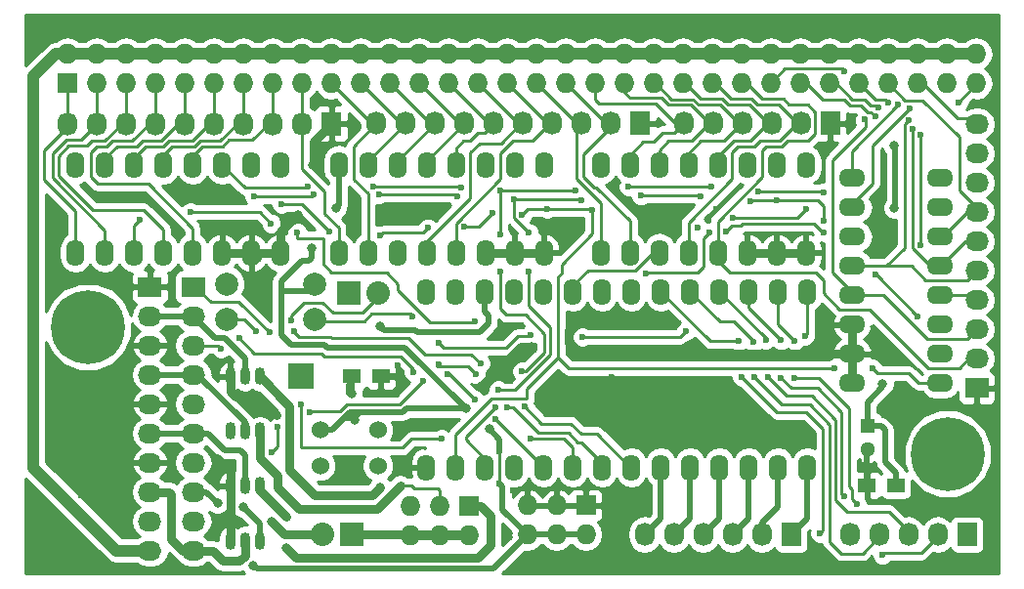
<source format=gtl>
G04 #@! TF.FileFunction,Copper,L1,Top,Signal*
%FSLAX46Y46*%
G04 Gerber Fmt 4.6, Leading zero omitted, Abs format (unit mm)*
G04 Created by KiCad (PCBNEW 4.0.4-stable) date 12/11/16 18:51:07*
%MOMM*%
%LPD*%
G01*
G04 APERTURE LIST*
%ADD10C,0.100000*%
%ADD11C,0.600000*%
%ADD12O,1.600000X2.300000*%
%ADD13R,1.727200X1.727200*%
%ADD14O,1.727200X1.727200*%
%ADD15R,2.032000X2.032000*%
%ADD16O,2.032000X2.032000*%
%ADD17R,1.727200X2.032000*%
%ADD18O,1.727200X2.032000*%
%ADD19R,2.235200X2.235200*%
%ADD20O,0.899160X1.501140*%
%ADD21R,2.032000X1.727200*%
%ADD22O,2.032000X1.727200*%
%ADD23O,2.300000X1.600000*%
%ADD24R,1.300000X1.300000*%
%ADD25C,1.300000*%
%ADD26C,1.524000*%
%ADD27C,1.998980*%
%ADD28C,6.400000*%
%ADD29R,1.500000X1.250000*%
%ADD30C,0.800000*%
%ADD31C,1.000000*%
%ADD32C,0.750000*%
%ADD33C,0.250000*%
%ADD34C,0.500000*%
%ADD35C,1.000000*%
G04 APERTURE END LIST*
D10*
D11*
X227956000Y-138109500D03*
X196528000Y-120472500D03*
X196845500Y-118313500D03*
X208212000Y-126060500D03*
X251659500Y-138130000D03*
X248929000Y-134891500D03*
X236420000Y-125080000D03*
X230530000Y-124980000D03*
X176530000Y-96926400D03*
X179812000Y-96852000D03*
X184812000Y-96852000D03*
X189812000Y-96852000D03*
X194812000Y-96852000D03*
X199812000Y-96852000D03*
X204812000Y-96852000D03*
X209812000Y-96852000D03*
X214812000Y-96852000D03*
X219812000Y-96852000D03*
X224812000Y-96852000D03*
X229812000Y-96852000D03*
X234812000Y-96852000D03*
X239812000Y-96852000D03*
X244812000Y-96852000D03*
X249812000Y-96852000D03*
X254812000Y-96852000D03*
X259812000Y-96852000D03*
X259328000Y-130506000D03*
X185394000Y-143476000D03*
X251480000Y-133720000D03*
X253120000Y-136860000D03*
X183769000Y-118618000D03*
X184880000Y-135460000D03*
X185010000Y-137930000D03*
X183120000Y-137100000D03*
X181050000Y-132470000D03*
X179410000Y-134540000D03*
X176640000Y-143580000D03*
X229370000Y-122060000D03*
X223540000Y-122200000D03*
X224790000Y-128270000D03*
X229290000Y-127390000D03*
X233530000Y-127580000D03*
X195580000Y-113680000D03*
X183150000Y-129530000D03*
X208940000Y-131330000D03*
X216610000Y-123520000D03*
X218940000Y-122640000D03*
X203750000Y-134430000D03*
X208670000Y-134650000D03*
X226480000Y-140040000D03*
X227010000Y-142020000D03*
X226740000Y-127070000D03*
X217570000Y-140570000D03*
X218200000Y-136920000D03*
X229720000Y-133010000D03*
X234810000Y-133050000D03*
X240030000Y-132750000D03*
X226570000Y-136960000D03*
X229480000Y-137030000D03*
X219300000Y-143100000D03*
X222620000Y-143240000D03*
X225850000Y-143220000D03*
X228970000Y-143370000D03*
X231680000Y-143380000D03*
X235150000Y-143390000D03*
X239080000Y-143400000D03*
X242030000Y-143390000D03*
X247850000Y-143580000D03*
X251340000Y-143550000D03*
X255040000Y-143540000D03*
X257550000Y-143460000D03*
X259580000Y-142310000D03*
X259480000Y-136340000D03*
X259580000Y-139340000D03*
X244856000Y-124714000D03*
X244920000Y-122180000D03*
X231080000Y-122200000D03*
X226790000Y-122220000D03*
X233880000Y-125080000D03*
X226568000Y-124968000D03*
D12*
X210700000Y-134900000D03*
X213240000Y-134900000D03*
X215780000Y-134900000D03*
X218320000Y-134900000D03*
X220860000Y-134900000D03*
X223400000Y-134900000D03*
X225940000Y-134900000D03*
X228480000Y-134900000D03*
X231020000Y-134900000D03*
X233560000Y-134900000D03*
X236100000Y-134900000D03*
X238640000Y-134900000D03*
X241180000Y-134900000D03*
X243720000Y-134900000D03*
X243720000Y-119660000D03*
X241180000Y-119660000D03*
X238640000Y-119660000D03*
X236100000Y-119660000D03*
X233560000Y-119660000D03*
X231020000Y-119660000D03*
X228480000Y-119660000D03*
X225940000Y-119660000D03*
X223400000Y-119660000D03*
X220860000Y-119660000D03*
X218320000Y-119660000D03*
X215780000Y-119660000D03*
X213240000Y-119660000D03*
X210700000Y-119660000D03*
D11*
X212530000Y-130950000D03*
X221560000Y-127340000D03*
X222910000Y-129980000D03*
X226400000Y-130840000D03*
X231710000Y-128770000D03*
X237380000Y-128670000D03*
X239690000Y-130540000D03*
X241860000Y-131440000D03*
X243790000Y-132330000D03*
X252320000Y-130870000D03*
X251630000Y-128070000D03*
X251590000Y-125220000D03*
X250340000Y-109230000D03*
X250570000Y-116080000D03*
X250510000Y-114410000D03*
X249920000Y-112500000D03*
X235840000Y-112460000D03*
X232380000Y-112600000D03*
X229330000Y-113080000D03*
X221720000Y-114050000D03*
X212090000Y-112380000D03*
X209820000Y-112660000D03*
X206730000Y-112770000D03*
X204520000Y-112560000D03*
X193120000Y-111360000D03*
X189290000Y-111110000D03*
X185590000Y-111500000D03*
X182320000Y-111320000D03*
X178320000Y-118640000D03*
X178689000Y-129794000D03*
X181330000Y-143730000D03*
X178960000Y-140500000D03*
X176550000Y-137690000D03*
X180750000Y-137280000D03*
D13*
X179600000Y-101600000D03*
D14*
X179600000Y-99060000D03*
X182140000Y-101600000D03*
X182140000Y-99060000D03*
X184680000Y-101600000D03*
X184680000Y-99060000D03*
X187220000Y-101600000D03*
X187220000Y-99060000D03*
X189760000Y-101600000D03*
X189760000Y-99060000D03*
X192300000Y-101600000D03*
X192300000Y-99060000D03*
X194840000Y-101600000D03*
X194840000Y-99060000D03*
X197380000Y-101600000D03*
X197380000Y-99060000D03*
X199920000Y-101600000D03*
X199920000Y-99060000D03*
X202460000Y-101600000D03*
X202460000Y-99060000D03*
X205000000Y-101600000D03*
X205000000Y-99060000D03*
X207540000Y-101600000D03*
X207540000Y-99060000D03*
X210080000Y-101600000D03*
X210080000Y-99060000D03*
X212620000Y-101600000D03*
X212620000Y-99060000D03*
X215160000Y-101600000D03*
X215160000Y-99060000D03*
X217700000Y-101600000D03*
X217700000Y-99060000D03*
X220240000Y-101600000D03*
X220240000Y-99060000D03*
X222780000Y-101600000D03*
X222780000Y-99060000D03*
X225320000Y-101600000D03*
X225320000Y-99060000D03*
X227860000Y-101600000D03*
X227860000Y-99060000D03*
X230400000Y-101600000D03*
X230400000Y-99060000D03*
X232940000Y-101600000D03*
X232940000Y-99060000D03*
X235480000Y-101600000D03*
X235480000Y-99060000D03*
X238020000Y-101600000D03*
X238020000Y-99060000D03*
X240560000Y-101600000D03*
X240560000Y-99060000D03*
X243100000Y-101600000D03*
X243100000Y-99060000D03*
X245640000Y-101600000D03*
X245640000Y-99060000D03*
X248180000Y-101600000D03*
X248180000Y-99060000D03*
X250720000Y-101600000D03*
X250720000Y-99060000D03*
X253260000Y-101600000D03*
X253260000Y-99060000D03*
X255800000Y-101600000D03*
X255800000Y-99060000D03*
X258340000Y-101600000D03*
X258340000Y-99060000D03*
D15*
X204216000Y-140716000D03*
D16*
X201676000Y-140716000D03*
D17*
X242316000Y-140716000D03*
D18*
X239776000Y-140716000D03*
X237236000Y-140716000D03*
X234696000Y-140716000D03*
X232156000Y-140716000D03*
X229616000Y-140716000D03*
D13*
X214400000Y-138200000D03*
D14*
X214400000Y-140740000D03*
X211860000Y-138200000D03*
X211860000Y-140740000D03*
X209320000Y-138200000D03*
X209320000Y-140740000D03*
D19*
X199850000Y-126950000D03*
D13*
X224536000Y-138176000D03*
D14*
X224536000Y-140716000D03*
X221996000Y-138176000D03*
X221996000Y-140716000D03*
X219456000Y-138176000D03*
X219456000Y-140716000D03*
D17*
X257556000Y-140716000D03*
D18*
X255016000Y-140716000D03*
X252476000Y-140716000D03*
X249936000Y-140716000D03*
X247396000Y-140716000D03*
D20*
X194980000Y-127000000D03*
X193710000Y-127000000D03*
X196250000Y-127000000D03*
X194980000Y-131750000D03*
X193710000Y-131750000D03*
X196250000Y-131750000D03*
X194980000Y-136500000D03*
X193710000Y-136500000D03*
X196250000Y-136500000D03*
X194980000Y-141250000D03*
X193710000Y-141250000D03*
X196250000Y-141250000D03*
D17*
X229250000Y-105080000D03*
D18*
X226710000Y-105080000D03*
X224170000Y-105080000D03*
X221630000Y-105080000D03*
X219090000Y-105080000D03*
X216550000Y-105080000D03*
X214010000Y-105080000D03*
X211470000Y-105080000D03*
X208930000Y-105080000D03*
X206390000Y-105080000D03*
D17*
X202500000Y-105100000D03*
D18*
X199960000Y-105100000D03*
X197420000Y-105100000D03*
X194880000Y-105100000D03*
X192340000Y-105100000D03*
X189800000Y-105100000D03*
X187260000Y-105100000D03*
X184720000Y-105100000D03*
X182180000Y-105100000D03*
X179640000Y-105100000D03*
D21*
X258400000Y-128000000D03*
D22*
X258400000Y-125460000D03*
X258400000Y-122920000D03*
X258400000Y-120380000D03*
X258400000Y-117840000D03*
X258400000Y-115300000D03*
X258400000Y-112760000D03*
X258400000Y-110220000D03*
X258400000Y-107680000D03*
X258400000Y-105140000D03*
D17*
X245700000Y-105080000D03*
D18*
X243160000Y-105080000D03*
X240620000Y-105080000D03*
X238080000Y-105080000D03*
X235540000Y-105080000D03*
X233000000Y-105080000D03*
D12*
X203100000Y-116300000D03*
X205640000Y-116300000D03*
X208180000Y-116300000D03*
X210720000Y-116300000D03*
X213260000Y-116300000D03*
X215800000Y-116300000D03*
X218340000Y-116300000D03*
X220880000Y-116300000D03*
X220880000Y-108680000D03*
X218340000Y-108680000D03*
X215800000Y-108680000D03*
X213260000Y-108680000D03*
X210720000Y-108680000D03*
X208180000Y-108680000D03*
X205640000Y-108680000D03*
X203100000Y-108680000D03*
X180300000Y-116300000D03*
X182840000Y-116300000D03*
X185380000Y-116300000D03*
X187920000Y-116300000D03*
X190460000Y-116300000D03*
X193000000Y-116300000D03*
X195540000Y-116300000D03*
X198080000Y-116300000D03*
X198080000Y-108680000D03*
X195540000Y-108680000D03*
X193000000Y-108680000D03*
X190460000Y-108680000D03*
X187920000Y-108680000D03*
X185380000Y-108680000D03*
X182840000Y-108680000D03*
X180300000Y-108680000D03*
X225800000Y-116300000D03*
X228340000Y-116300000D03*
X230880000Y-116300000D03*
X233420000Y-116300000D03*
X235960000Y-116300000D03*
X238500000Y-116300000D03*
X241040000Y-116300000D03*
X243580000Y-116300000D03*
X243580000Y-108680000D03*
X241040000Y-108680000D03*
X238500000Y-108680000D03*
X235960000Y-108680000D03*
X233420000Y-108680000D03*
X230880000Y-108680000D03*
X228340000Y-108680000D03*
X225800000Y-108680000D03*
D23*
X247600000Y-109800000D03*
X247600000Y-112340000D03*
X247600000Y-114880000D03*
X247600000Y-117420000D03*
X247600000Y-119960000D03*
X247600000Y-122500000D03*
X247600000Y-125040000D03*
X247600000Y-127580000D03*
X255220000Y-127580000D03*
X255220000Y-125040000D03*
X255220000Y-122500000D03*
X255220000Y-119960000D03*
X255220000Y-117420000D03*
X255220000Y-114880000D03*
X255220000Y-112340000D03*
X255220000Y-109800000D03*
D24*
X248950000Y-131325000D03*
D25*
X248950000Y-133325000D03*
D26*
X206500000Y-134750000D03*
X201500000Y-134750000D03*
X201500000Y-131600000D03*
X206500000Y-131600000D03*
D27*
X201000000Y-119000000D03*
X193380000Y-119000000D03*
D21*
X186750000Y-119250000D03*
D22*
X186750000Y-121790000D03*
X186750000Y-124330000D03*
X186750000Y-126870000D03*
X186750000Y-129410000D03*
X186750000Y-131950000D03*
X186750000Y-134490000D03*
X186750000Y-137030000D03*
X186750000Y-139570000D03*
X186750000Y-142110000D03*
D21*
X190500000Y-119250000D03*
D22*
X190500000Y-121790000D03*
X190500000Y-124330000D03*
X190500000Y-126870000D03*
X190500000Y-129410000D03*
X190500000Y-131950000D03*
X190500000Y-134490000D03*
X190500000Y-137030000D03*
X190500000Y-139570000D03*
X190500000Y-142110000D03*
D28*
X181380000Y-122720000D03*
X255870000Y-133720000D03*
D15*
X204000000Y-119750000D03*
D16*
X206540000Y-119750000D03*
D29*
X248875000Y-136450000D03*
X251375000Y-136450000D03*
D27*
X201000000Y-122100000D03*
X193380000Y-122100000D03*
D29*
X206750000Y-127000000D03*
X204250000Y-127000000D03*
D11*
X178140000Y-132970000D03*
D30*
X198600000Y-139200000D03*
X198600000Y-141900000D03*
D11*
X208450000Y-136450000D03*
D30*
X206700000Y-136600000D03*
X250250000Y-127650000D03*
X251250000Y-112410000D03*
X251200000Y-107000000D03*
X195700000Y-143400000D03*
X200800000Y-115900000D03*
X202900000Y-112400000D03*
X204500000Y-130750000D03*
X204250000Y-128500000D03*
D11*
X217043000Y-133477000D03*
X217043000Y-136271000D03*
D30*
X214122000Y-129794000D03*
X216154000Y-131572000D03*
X208750000Y-127750000D03*
X192600000Y-134200000D03*
X197700000Y-130400000D03*
X223400000Y-124475000D03*
X219850000Y-124450000D03*
X215475000Y-127850000D03*
X224700000Y-121300000D03*
X200875000Y-108725000D03*
X199575000Y-112975000D03*
X197300000Y-139600000D03*
D11*
X246900000Y-100525000D03*
X248700000Y-104750000D03*
X249600000Y-104500000D03*
X253500000Y-106075000D03*
X253525000Y-115650000D03*
X249875000Y-103700000D03*
X252825000Y-105575000D03*
X252525000Y-104775000D03*
X250700000Y-103275000D03*
X251600000Y-103475000D03*
X252600000Y-103750000D03*
X256794000Y-103251000D03*
X248000000Y-138050000D03*
X242620000Y-123900000D03*
X242620000Y-127140000D03*
X246875000Y-137400000D03*
X250225000Y-142500000D03*
X241440000Y-127120000D03*
X241440000Y-123870000D03*
X240100000Y-123850000D03*
X240290000Y-127090000D03*
X239070000Y-124040000D03*
X239150000Y-127100000D03*
X244825000Y-140625000D03*
X238010000Y-127060000D03*
X237770000Y-123960000D03*
X225075000Y-112625000D03*
X249325000Y-126300000D03*
X246050000Y-126300000D03*
X237275000Y-113250000D03*
X243625000Y-112475000D03*
X198150000Y-112075000D03*
X202300000Y-114450000D03*
X206725000Y-114750000D03*
X210825000Y-114150000D03*
X213975000Y-114025000D03*
X216400000Y-112875000D03*
X219000000Y-113000000D03*
X221175000Y-112500000D03*
X234200000Y-114075000D03*
X195800000Y-111375000D03*
X200975000Y-111250000D03*
X206625000Y-111225000D03*
X213400000Y-111425000D03*
X219600000Y-117900000D03*
X219600000Y-114575000D03*
X216700000Y-129650000D03*
X216925000Y-128200000D03*
X218325000Y-111675000D03*
X224100000Y-111775000D03*
X229300000Y-111350000D03*
X234475000Y-111425000D03*
X238775000Y-111825000D03*
X253300000Y-121825000D03*
X249625000Y-118175000D03*
X245150000Y-113550000D03*
X241100000Y-111725000D03*
X219000000Y-126575000D03*
X217075000Y-117950000D03*
X217125000Y-114725000D03*
X200425000Y-110575000D03*
X206075000Y-110550000D03*
X213750000Y-110600000D03*
X217100000Y-110925000D03*
X223650000Y-110875000D03*
X228225000Y-110575000D03*
X235400000Y-110575000D03*
X245150000Y-111075000D03*
X239500000Y-111000000D03*
X185900000Y-113400000D03*
X214900000Y-122200000D03*
X190250000Y-112750000D03*
X197250000Y-113750000D03*
X199500000Y-114500000D03*
X245150000Y-114500000D03*
X236650000Y-114475000D03*
X235250000Y-114500000D03*
X229750000Y-118075000D03*
D30*
X192600000Y-138000000D03*
X194800000Y-138300000D03*
D31*
X176650000Y-116078000D03*
X176650000Y-101600000D03*
X176650000Y-129413000D03*
X176650000Y-123063000D03*
X176650000Y-110998000D03*
X176650000Y-106299000D03*
X178000000Y-99650000D03*
D30*
X206700000Y-122700000D03*
D11*
X199200000Y-123100000D03*
X197100000Y-123200000D03*
X215400000Y-125900000D03*
X219200000Y-129600000D03*
X217700000Y-129700000D03*
X215000000Y-126800000D03*
X211800000Y-126000000D03*
X209600000Y-126600000D03*
X192900000Y-124600000D03*
X194500000Y-123700000D03*
X212000000Y-132400000D03*
X219700000Y-132400000D03*
X199800000Y-129400000D03*
X197300000Y-133600000D03*
X197800000Y-131400000D03*
X200600000Y-130100000D03*
X216700000Y-130700000D03*
X214900000Y-129000000D03*
X212500000Y-126800000D03*
X210400000Y-127400000D03*
X195920000Y-123060000D03*
X198960000Y-122160000D03*
X211800000Y-124100000D03*
X209500000Y-121800000D03*
X219700000Y-123400000D03*
X224200000Y-123600000D03*
X233200000Y-123100000D03*
X243500000Y-123500000D03*
D32*
X196250000Y-136500000D02*
X196250000Y-136850000D01*
X196250000Y-136850000D02*
X198600000Y-139200000D01*
X198600000Y-141900000D02*
X199400000Y-142700000D01*
X199400000Y-142700000D02*
X215200000Y-142700000D01*
X215200000Y-142700000D02*
X216300000Y-141600000D01*
X216300000Y-141600000D02*
X216300000Y-139100000D01*
X216300000Y-139100000D02*
X215400000Y-138200000D01*
X215400000Y-138200000D02*
X214400000Y-138200000D01*
X211860000Y-140740000D02*
X214400000Y-140740000D01*
X209320000Y-140740000D02*
X211860000Y-140740000D01*
X204216000Y-140716000D02*
X214376000Y-140716000D01*
X214376000Y-140716000D02*
X214400000Y-140740000D01*
X208450000Y-136450000D02*
X206400000Y-138500000D01*
X196250000Y-134050000D02*
X196250000Y-131750000D01*
X199700000Y-138500000D02*
X206400000Y-138500000D01*
X197800000Y-136600000D02*
X199700000Y-138500000D01*
X197800000Y-135600000D02*
X197800000Y-136600000D01*
X196250000Y-134050000D02*
X197800000Y-135600000D01*
D33*
X211860000Y-138200000D02*
X211860000Y-136860000D01*
X209400000Y-136450000D02*
X208450000Y-136450000D01*
X209650000Y-136700000D02*
X209400000Y-136450000D01*
X211700000Y-136700000D02*
X209650000Y-136700000D01*
X211860000Y-136860000D02*
X211700000Y-136700000D01*
D32*
X201000000Y-137300000D02*
X206000000Y-137300000D01*
X198825000Y-135125000D02*
X201000000Y-137300000D01*
X198825000Y-129575000D02*
X198825000Y-135125000D01*
X206000000Y-137300000D02*
X206700000Y-136600000D01*
X196250000Y-127000000D02*
X198825000Y-129575000D01*
D34*
X250250000Y-127925000D02*
X250250000Y-127650000D01*
X248950000Y-129225000D02*
X250250000Y-127925000D01*
X248950000Y-131325000D02*
X248950000Y-129225000D01*
X251325000Y-112335000D02*
X251325000Y-110950000D01*
X251250000Y-112410000D02*
X251325000Y-112335000D01*
X251325000Y-110950000D02*
X251325000Y-107125000D01*
X251325000Y-107125000D02*
X251200000Y-107000000D01*
X195700000Y-143400000D02*
X196000000Y-143700000D01*
X196000000Y-143700000D02*
X196500000Y-143700000D01*
X196500000Y-143700000D02*
X216472000Y-143700000D01*
X216472000Y-143700000D02*
X219456000Y-140716000D01*
X199900000Y-117000000D02*
X200500000Y-117000000D01*
X198100000Y-118800000D02*
X199825000Y-117075000D01*
X199825000Y-117075000D02*
X199900000Y-117000000D01*
X198100000Y-119600000D02*
X198100000Y-118800000D01*
X203100000Y-112200000D02*
X203100000Y-108680000D01*
X202900000Y-112400000D02*
X203100000Y-112200000D01*
X200800000Y-116700000D02*
X200800000Y-115900000D01*
X200500000Y-117000000D02*
X200800000Y-116700000D01*
X204250000Y-128500000D02*
X204000000Y-128500000D01*
X204000000Y-128500000D02*
X204000000Y-127750000D01*
X204000000Y-127750000D02*
X204250000Y-127750000D01*
X203587501Y-130587501D02*
X204337501Y-130587501D01*
X204337501Y-130587501D02*
X204500000Y-130750000D01*
X204500000Y-130750000D02*
X204500000Y-130500000D01*
X204500000Y-130500000D02*
X204924998Y-130075002D01*
X204250000Y-130075002D02*
X204250000Y-130500000D01*
X204250000Y-130500000D02*
X204500000Y-130750000D01*
X204250000Y-128500000D02*
X204250000Y-127750000D01*
X204250000Y-127750000D02*
X204250000Y-127000000D01*
X251375000Y-136450000D02*
X251375000Y-135375000D01*
X250100000Y-131325000D02*
X248950000Y-131325000D01*
X250425000Y-131650000D02*
X250100000Y-131325000D01*
X250425000Y-134425000D02*
X250425000Y-131650000D01*
X251375000Y-135375000D02*
X250425000Y-134425000D01*
X202300000Y-124500000D02*
X202100000Y-124500000D01*
X202100000Y-124500000D02*
X201900000Y-124300000D01*
X201900000Y-124300000D02*
X199000000Y-124300000D01*
X199000000Y-124300000D02*
X198800000Y-124100000D01*
X203800000Y-124500000D02*
X202300000Y-124500000D01*
X208828000Y-124500000D02*
X214122000Y-129794000D01*
X208828000Y-124500000D02*
X203850000Y-124500000D01*
X203850000Y-124500000D02*
X203800000Y-124500000D01*
X198100000Y-119600000D02*
X200400000Y-119600000D01*
X200400000Y-119600000D02*
X201000000Y-119000000D01*
X198100000Y-122000000D02*
X198100000Y-123400000D01*
X198100000Y-123400000D02*
X198200000Y-123500000D01*
X198800000Y-124100000D02*
X198200000Y-123500000D01*
X198100000Y-122000000D02*
X198100000Y-119600000D01*
X203900000Y-130275002D02*
X203900000Y-130254596D01*
X202575002Y-131600000D02*
X203587501Y-130587501D01*
X203587501Y-130587501D02*
X203900000Y-130275002D01*
X201500000Y-131600000D02*
X202575002Y-131600000D01*
X204079594Y-130075002D02*
X204250000Y-130075002D01*
X204250000Y-130075002D02*
X204924998Y-130075002D01*
X204924998Y-130075002D02*
X208679594Y-130075002D01*
X203900000Y-130254596D02*
X204079594Y-130075002D01*
X208960596Y-129794000D02*
X214122000Y-129794000D01*
X208679594Y-130075002D02*
X208960596Y-129794000D01*
X219456000Y-140716000D02*
X217297000Y-138557000D01*
X217297000Y-138557000D02*
X217297000Y-136525000D01*
X217297000Y-136525000D02*
X217043000Y-136271000D01*
D33*
X217043000Y-133350000D02*
X217043000Y-133477000D01*
D34*
X216154000Y-131572000D02*
X217043000Y-132461000D01*
X217043000Y-132461000D02*
X217043000Y-133350000D01*
D33*
X217043000Y-136271000D02*
X217043000Y-133350000D01*
D34*
X221996000Y-140716000D02*
X219456000Y-140716000D01*
X224536000Y-140716000D02*
X221996000Y-140716000D01*
X225800000Y-109475000D02*
X225800000Y-108680000D01*
X180725000Y-109105000D02*
X180300000Y-108680000D01*
X208750000Y-127750000D02*
X208000000Y-127000000D01*
X208000000Y-127000000D02*
X206750000Y-127000000D01*
X248875000Y-136450000D02*
X248875000Y-133400000D01*
X248875000Y-133400000D02*
X248950000Y-133325000D01*
X193710000Y-127000000D02*
X193710000Y-126810000D01*
D33*
X187198000Y-124333000D02*
X187333000Y-124333000D01*
D32*
X196000000Y-116760000D02*
X195540000Y-116300000D01*
X193710000Y-136500000D02*
X193710000Y-135310000D01*
X193710000Y-135310000D02*
X192600000Y-134200000D01*
X197700000Y-130400000D02*
X196045925Y-128745925D01*
X196045925Y-128745925D02*
X194145925Y-128745925D01*
X194145925Y-128745925D02*
X193710000Y-128310000D01*
X193710000Y-128310000D02*
X193710000Y-127000000D01*
X193710000Y-141250000D02*
X193710000Y-136500000D01*
X218875000Y-124450000D02*
X219850000Y-124450000D01*
X215475000Y-127850000D02*
X218875000Y-124450000D01*
X223025000Y-124100000D02*
X223400000Y-124475000D01*
X223025000Y-122975000D02*
X224700000Y-121300000D01*
X223025000Y-124100000D02*
X223025000Y-122975000D01*
X223965000Y-125040000D02*
X247600000Y-125040000D01*
X223400000Y-124475000D02*
X223965000Y-125040000D01*
X198080000Y-116300000D02*
X198080000Y-114470000D01*
X200975000Y-106625000D02*
X202500000Y-105100000D01*
X200975000Y-108625000D02*
X200975000Y-106625000D01*
X200875000Y-108725000D02*
X200975000Y-108625000D01*
X198080000Y-114470000D02*
X199575000Y-112975000D01*
X215800000Y-116300000D02*
X218340000Y-116300000D01*
X220880000Y-116300000D02*
X218340000Y-116300000D01*
X198080000Y-116300000D02*
X195540000Y-116300000D01*
X193000000Y-116300000D02*
X195540000Y-116300000D01*
X247600000Y-127580000D02*
X247600000Y-125040000D01*
X247600000Y-125040000D02*
X247600000Y-122500000D01*
X243580000Y-116300000D02*
X241040000Y-116300000D01*
X241040000Y-116300000D02*
X238500000Y-116300000D01*
X198416000Y-140716000D02*
X201676000Y-140716000D01*
X197300000Y-139600000D02*
X198416000Y-140716000D01*
D34*
X243720000Y-134900000D02*
X243720000Y-139312000D01*
X243720000Y-139312000D02*
X242316000Y-140716000D01*
X241180000Y-134900000D02*
X241180000Y-138296000D01*
X241180000Y-138296000D02*
X239776000Y-139700000D01*
X239776000Y-139700000D02*
X239776000Y-140716000D01*
X238640000Y-134900000D02*
X238640000Y-139312000D01*
X238640000Y-139312000D02*
X237236000Y-140716000D01*
X236100000Y-134900000D02*
X236100000Y-139312000D01*
X236100000Y-139312000D02*
X234696000Y-140716000D01*
X233560000Y-134900000D02*
X233560000Y-139312000D01*
X233560000Y-139312000D02*
X232156000Y-140716000D01*
X231020000Y-134900000D02*
X231020000Y-139312000D01*
X231020000Y-139312000D02*
X229616000Y-140716000D01*
D33*
X179640000Y-105100000D02*
X179640000Y-101640000D01*
X179640000Y-101640000D02*
X179600000Y-101600000D01*
X180300000Y-116300000D02*
X180300000Y-112700000D01*
X177600000Y-107400000D02*
X179640000Y-105360000D01*
X177600000Y-110000000D02*
X177600000Y-107400000D01*
X180300000Y-112700000D02*
X177600000Y-110000000D01*
X179640000Y-105360000D02*
X179640000Y-105100000D01*
X182180000Y-105100000D02*
X182180000Y-101640000D01*
X182180000Y-101640000D02*
X182140000Y-101600000D01*
X182840000Y-116300000D02*
X182840000Y-114340000D01*
X180780000Y-106500000D02*
X182180000Y-105100000D01*
X179500000Y-106500000D02*
X180780000Y-106500000D01*
X178300000Y-107700000D02*
X179500000Y-106500000D01*
X178300000Y-109800000D02*
X178300000Y-107700000D01*
X182840000Y-114340000D02*
X178300000Y-109800000D01*
X182840000Y-116300000D02*
X182840000Y-115640000D01*
X184720000Y-105100000D02*
X184720000Y-101640000D01*
X184720000Y-101640000D02*
X184680000Y-101600000D01*
X187920000Y-116300000D02*
X187920000Y-114320000D01*
X181300000Y-107000000D02*
X181700000Y-106600000D01*
X181700000Y-106600000D02*
X182800000Y-106600000D01*
X184300000Y-105100000D02*
X182800000Y-106600000D01*
X178800000Y-107900000D02*
X179700000Y-107000000D01*
X178800000Y-109600000D02*
X178800000Y-107900000D01*
X181800000Y-112600000D02*
X178800000Y-109600000D01*
X179700000Y-107000000D02*
X181300000Y-107000000D01*
X186200000Y-112600000D02*
X181800000Y-112600000D01*
X187920000Y-114320000D02*
X186200000Y-112600000D01*
X184300000Y-105100000D02*
X184720000Y-105100000D01*
X184720000Y-105280000D02*
X184720000Y-105100000D01*
X187260000Y-105100000D02*
X187260000Y-101640000D01*
X187260000Y-101640000D02*
X187220000Y-101600000D01*
X182100000Y-107100000D02*
X182978826Y-107100000D01*
X190460000Y-114160000D02*
X186600000Y-110300000D01*
X186600000Y-110300000D02*
X182200000Y-110300000D01*
X182200000Y-110300000D02*
X181600000Y-109700000D01*
X181600000Y-109700000D02*
X181600000Y-107600000D01*
X181600000Y-107600000D02*
X182100000Y-107100000D01*
X190460000Y-116300000D02*
X190460000Y-114160000D01*
X185200000Y-106600000D02*
X186700000Y-105100000D01*
X183478826Y-106600000D02*
X185200000Y-106600000D01*
X182978826Y-107100000D02*
X183478826Y-106600000D01*
X186700000Y-105100000D02*
X187260000Y-105100000D01*
X189800000Y-105100000D02*
X189800000Y-101640000D01*
X189800000Y-101640000D02*
X189760000Y-101600000D01*
X182840000Y-108680000D02*
X182840000Y-108140002D01*
X182840000Y-108140002D02*
X183880002Y-107100000D01*
X183880002Y-107100000D02*
X185600000Y-107100000D01*
X185600000Y-107100000D02*
X186100000Y-106600000D01*
X186100000Y-106600000D02*
X187700000Y-106600000D01*
X187700000Y-106600000D02*
X189200000Y-105100000D01*
X189200000Y-105100000D02*
X189800000Y-105100000D01*
X192340000Y-105100000D02*
X192340000Y-101640000D01*
X192340000Y-101640000D02*
X192300000Y-101600000D01*
X185380000Y-108680000D02*
X185380000Y-108100002D01*
X185380000Y-108100002D02*
X186380002Y-107100000D01*
X186380002Y-107100000D02*
X187900000Y-107100000D01*
X187900000Y-107100000D02*
X188400000Y-106600000D01*
X188400000Y-106600000D02*
X190400000Y-106600000D01*
X190400000Y-106600000D02*
X191900000Y-105100000D01*
X191900000Y-105100000D02*
X192340000Y-105100000D01*
X194880000Y-105100000D02*
X194880000Y-101640000D01*
X194880000Y-101640000D02*
X194840000Y-101600000D01*
X187920000Y-108680000D02*
X187920000Y-107860002D01*
X187920000Y-107860002D02*
X188680002Y-107100000D01*
X188680002Y-107100000D02*
X190578826Y-107100000D01*
X190578826Y-107100000D02*
X191078826Y-106600000D01*
X191078826Y-106600000D02*
X192800000Y-106600000D01*
X192800000Y-106600000D02*
X194300000Y-105100000D01*
X194300000Y-105100000D02*
X194880000Y-105100000D01*
X197420000Y-105100000D02*
X197420000Y-101640000D01*
X197420000Y-101640000D02*
X197380000Y-101600000D01*
X190460000Y-108680000D02*
X190460000Y-107897652D01*
X190460000Y-107897652D02*
X191277650Y-107080002D01*
X191277650Y-107080002D02*
X193019998Y-107080002D01*
X193019998Y-107080002D02*
X193600000Y-106500000D01*
X193600000Y-106500000D02*
X195600000Y-106500000D01*
X195600000Y-106500000D02*
X197000000Y-105100000D01*
X197000000Y-105100000D02*
X197420000Y-105100000D01*
X201900000Y-112800000D02*
X201900000Y-112900000D01*
X201900000Y-111000000D02*
X199960000Y-109060000D01*
X199960000Y-105100000D02*
X199960000Y-109060000D01*
X203100000Y-114100000D02*
X203100000Y-116300000D01*
X201900000Y-112800000D02*
X201900000Y-111000000D01*
X201900000Y-112900000D02*
X203100000Y-114100000D01*
X199960000Y-105100000D02*
X199960000Y-101640000D01*
X199960000Y-101640000D02*
X199920000Y-101600000D01*
X205640000Y-116300000D02*
X205640000Y-111165000D01*
X204425000Y-107050000D02*
X206390000Y-105085000D01*
X204425000Y-109950000D02*
X204425000Y-107050000D01*
X205640000Y-111165000D02*
X204425000Y-109950000D01*
X206390000Y-105085000D02*
X206390000Y-105080000D01*
X206390000Y-105080000D02*
X205940000Y-105080000D01*
X205940000Y-105080000D02*
X202460000Y-101600000D01*
X208930000Y-105080000D02*
X208480000Y-105080000D01*
X208480000Y-105080000D02*
X205000000Y-101600000D01*
X205640000Y-108680000D02*
X205640000Y-108370000D01*
X205640000Y-108370000D02*
X208930000Y-105080000D01*
X211470000Y-105080000D02*
X211020000Y-105080000D01*
X211020000Y-105080000D02*
X207540000Y-101600000D01*
X208180000Y-108680000D02*
X208180000Y-108370000D01*
X208180000Y-108370000D02*
X211470000Y-105080000D01*
X214010000Y-105080000D02*
X213560000Y-105080000D01*
X213560000Y-105080000D02*
X210080000Y-101600000D01*
X210720000Y-108680000D02*
X210720000Y-108370000D01*
X210720000Y-108370000D02*
X214010000Y-105080000D01*
X216550000Y-105080000D02*
X216100000Y-105080000D01*
X216100000Y-105080000D02*
X212620000Y-101600000D01*
X213260000Y-108680000D02*
X213260000Y-107240000D01*
X215730000Y-105900000D02*
X216550000Y-105080000D01*
X215200000Y-105900000D02*
X215730000Y-105900000D01*
X214500000Y-106600000D02*
X215200000Y-105900000D01*
X213900000Y-106600000D02*
X214500000Y-106600000D01*
X213260000Y-107240000D02*
X213900000Y-106600000D01*
X213260000Y-108680000D02*
X213260000Y-108370000D01*
X210720000Y-116300000D02*
X210720000Y-115330000D01*
X210720000Y-115330000D02*
X214500000Y-111550000D01*
X214500000Y-111550000D02*
X214500000Y-107600000D01*
X219090000Y-105080000D02*
X218640000Y-105080000D01*
X218640000Y-105080000D02*
X215160000Y-101600000D01*
X217200000Y-106800000D02*
X218920000Y-105080000D01*
X215300000Y-106800000D02*
X217200000Y-106800000D01*
X214500000Y-107600000D02*
X215300000Y-106800000D01*
X218920000Y-105080000D02*
X219090000Y-105080000D01*
X221630000Y-105080000D02*
X221180000Y-105080000D01*
X221180000Y-105080000D02*
X217700000Y-101600000D01*
X213260000Y-116300000D02*
X213260000Y-113740000D01*
X219900000Y-106600000D02*
X221420000Y-105080000D01*
X218200000Y-106600000D02*
X219900000Y-106600000D01*
X217100000Y-107700000D02*
X218200000Y-106600000D01*
X217100000Y-109900000D02*
X217100000Y-107700000D01*
X213260000Y-113740000D02*
X217100000Y-109900000D01*
X221420000Y-105080000D02*
X221630000Y-105080000D01*
X224170000Y-105080000D02*
X223720000Y-105080000D01*
X223720000Y-105080000D02*
X220240000Y-101600000D01*
X225800000Y-116300000D02*
X225800000Y-112000000D01*
X223700000Y-109900000D02*
X223700000Y-105550000D01*
X225800000Y-112000000D02*
X223700000Y-109900000D01*
X223700000Y-105550000D02*
X224170000Y-105080000D01*
X226710000Y-105080000D02*
X226260000Y-105080000D01*
X226260000Y-105080000D02*
X222780000Y-101600000D01*
X228340000Y-116300000D02*
X228340000Y-113540000D01*
X224300000Y-107800000D02*
X226710000Y-105390000D01*
X224300000Y-109700000D02*
X224300000Y-107800000D01*
X225200000Y-110600000D02*
X224300000Y-109700000D01*
X225400000Y-110600000D02*
X225200000Y-110600000D01*
X228340000Y-113540000D02*
X225400000Y-110600000D01*
X226710000Y-105390000D02*
X226710000Y-105080000D01*
X233000000Y-105080000D02*
X232280000Y-105080000D01*
X232280000Y-105080000D02*
X230575000Y-103375000D01*
X225320000Y-103020000D02*
X225320000Y-101600000D01*
X225675000Y-103375000D02*
X225320000Y-103020000D01*
X230575000Y-103375000D02*
X225675000Y-103375000D01*
X233000000Y-105080000D02*
X232580000Y-105080000D01*
X228340000Y-108680000D02*
X228340000Y-107860000D01*
X228340000Y-107860000D02*
X229500000Y-106700000D01*
X229500000Y-106700000D02*
X230400000Y-106700000D01*
X230400000Y-106700000D02*
X231200000Y-105900000D01*
X231200000Y-105900000D02*
X232180000Y-105900000D01*
X232180000Y-105900000D02*
X233000000Y-105080000D01*
X235540000Y-105080000D02*
X235205000Y-105080000D01*
X235205000Y-105080000D02*
X233600000Y-103475000D01*
X228350000Y-102875000D02*
X227860000Y-102385000D01*
X231100000Y-102875000D02*
X228350000Y-102875000D01*
X231700000Y-103475000D02*
X231100000Y-102875000D01*
X233600000Y-103475000D02*
X231700000Y-103475000D01*
X227860000Y-102385000D02*
X227860000Y-101600000D01*
X230880000Y-108680000D02*
X230880000Y-107420000D01*
X233700000Y-106600000D02*
X235220000Y-105080000D01*
X231700000Y-106600000D02*
X233700000Y-106600000D01*
X230880000Y-107420000D02*
X231700000Y-106600000D01*
X235220000Y-105080000D02*
X235540000Y-105080000D01*
X238080000Y-105080000D02*
X237730000Y-105080000D01*
X237730000Y-105080000D02*
X236125000Y-103475000D01*
X231944998Y-102994998D02*
X230550000Y-101600000D01*
X233798824Y-102994998D02*
X231944998Y-102994998D01*
X234278826Y-103475000D02*
X233798824Y-102994998D01*
X236125000Y-103475000D02*
X234278826Y-103475000D01*
X230550000Y-101600000D02*
X230400000Y-101600000D01*
X233420000Y-108680000D02*
X233420000Y-107680000D01*
X233420000Y-107680000D02*
X234500000Y-106600000D01*
X234500000Y-106600000D02*
X236500000Y-106600000D01*
X236500000Y-106600000D02*
X238020000Y-105080000D01*
X238020000Y-105080000D02*
X238080000Y-105080000D01*
X240620000Y-105080000D02*
X240280000Y-105080000D01*
X240280000Y-105080000D02*
X238673087Y-103473087D01*
X234446174Y-102946174D02*
X233100000Y-101600000D01*
X236321174Y-102946174D02*
X234446174Y-102946174D01*
X236848087Y-103473087D02*
X236321174Y-102946174D01*
X238673087Y-103473087D02*
X236848087Y-103473087D01*
X233100000Y-101600000D02*
X232940000Y-101600000D01*
X235960000Y-108680000D02*
X235960000Y-107940000D01*
X235960000Y-107940000D02*
X237300000Y-106600000D01*
X237300000Y-106600000D02*
X238800000Y-106600000D01*
X238800000Y-106600000D02*
X240320000Y-105080000D01*
X240320000Y-105080000D02*
X240620000Y-105080000D01*
X243160000Y-105080000D02*
X242830000Y-105080000D01*
X242830000Y-105080000D02*
X241225000Y-103475000D01*
X237073087Y-102973087D02*
X235700000Y-101600000D01*
X238873087Y-102973087D02*
X237073087Y-102973087D01*
X239375000Y-103475000D02*
X238873087Y-102973087D01*
X241225000Y-103475000D02*
X239375000Y-103475000D01*
X235700000Y-101600000D02*
X235480000Y-101600000D01*
X233420000Y-116300000D02*
X233420000Y-113680000D01*
X241300000Y-106600000D02*
X242820000Y-105080000D01*
X239600000Y-106600000D02*
X241300000Y-106600000D01*
X239100000Y-107100000D02*
X239600000Y-106600000D01*
X237700000Y-107100000D02*
X239100000Y-107100000D01*
X237200000Y-107600000D02*
X237700000Y-107100000D01*
X237200000Y-109900000D02*
X237200000Y-107600000D01*
X233420000Y-113680000D02*
X237200000Y-109900000D01*
X242820000Y-105080000D02*
X243160000Y-105080000D01*
X235960000Y-116300000D02*
X235960000Y-113565000D01*
X239800000Y-102975000D02*
X238425000Y-101600000D01*
X241625000Y-102975000D02*
X239800000Y-102975000D01*
X242125000Y-103475000D02*
X241625000Y-102975000D01*
X243775000Y-103475000D02*
X242125000Y-103475000D01*
X244400000Y-104100000D02*
X243775000Y-103475000D01*
X244400000Y-105950000D02*
X244400000Y-104100000D01*
X243750000Y-106600000D02*
X244400000Y-105950000D01*
X242025000Y-106600000D02*
X243750000Y-106600000D01*
X241525000Y-107100000D02*
X242025000Y-106600000D01*
X240100000Y-107100000D02*
X241525000Y-107100000D01*
X239775000Y-107425000D02*
X240100000Y-107100000D01*
X239775000Y-109750000D02*
X239775000Y-107425000D01*
X235960000Y-113565000D02*
X239775000Y-109750000D01*
X238425000Y-101600000D02*
X238020000Y-101600000D01*
X249100000Y-121200000D02*
X246525000Y-121200000D01*
X254175000Y-126275000D02*
X249100000Y-121200000D01*
X256875000Y-126275000D02*
X254175000Y-126275000D01*
X257690000Y-125460000D02*
X256875000Y-126275000D01*
X237025000Y-118025000D02*
X235960000Y-116960000D01*
X244450000Y-118025000D02*
X237025000Y-118025000D01*
X245125000Y-118700000D02*
X244450000Y-118025000D01*
X245125000Y-119800000D02*
X245125000Y-118700000D01*
X246525000Y-121200000D02*
X245125000Y-119800000D01*
X235960000Y-116960000D02*
X235960000Y-116300000D01*
X258400000Y-125460000D02*
X257690000Y-125460000D01*
X238225000Y-101600000D02*
X238020000Y-101600000D01*
X240560000Y-101600000D02*
X240560000Y-101565000D01*
X240560000Y-101565000D02*
X241775000Y-100350000D01*
X241775000Y-100350000D02*
X246725000Y-100350000D01*
X246725000Y-100350000D02*
X246900000Y-100525000D01*
X247600000Y-119960000D02*
X247600000Y-119725000D01*
X247600000Y-119725000D02*
X245875000Y-118000000D01*
X248750000Y-104800000D02*
X248700000Y-104750000D01*
X248750000Y-105375000D02*
X248750000Y-104800000D01*
X245875000Y-108250000D02*
X248750000Y-105375000D01*
X245875000Y-118000000D02*
X245875000Y-108250000D01*
X247600000Y-119960000D02*
X250310000Y-119960000D01*
X257545000Y-123775000D02*
X258400000Y-122920000D01*
X254125000Y-123775000D02*
X257545000Y-123775000D01*
X250310000Y-119960000D02*
X254125000Y-123775000D01*
X245050000Y-103050000D02*
X243600000Y-101600000D01*
X246925000Y-103050000D02*
X245050000Y-103050000D01*
X247375000Y-103500000D02*
X246925000Y-103050000D01*
X248350000Y-103500000D02*
X247375000Y-103500000D01*
X248950000Y-104100000D02*
X248350000Y-103500000D01*
X249200000Y-104100000D02*
X248950000Y-104100000D01*
X249600000Y-104500000D02*
X249200000Y-104100000D01*
X253500000Y-115625000D02*
X253500000Y-106075000D01*
X253525000Y-115650000D02*
X253500000Y-115625000D01*
X243600000Y-101600000D02*
X243100000Y-101600000D01*
X255220000Y-119960000D02*
X257980000Y-119960000D01*
X257980000Y-119960000D02*
X258400000Y-120380000D01*
X255220000Y-117420000D02*
X254320000Y-117420000D01*
X254320000Y-117420000D02*
X252825000Y-115925000D01*
X247625000Y-103000000D02*
X246225000Y-101600000D01*
X248650000Y-103000000D02*
X247625000Y-103000000D01*
X249200000Y-103550000D02*
X248650000Y-103000000D01*
X249725000Y-103550000D02*
X249200000Y-103550000D01*
X249875000Y-103700000D02*
X249725000Y-103550000D01*
X252825000Y-115925000D02*
X252825000Y-105575000D01*
X246225000Y-101600000D02*
X245640000Y-101600000D01*
X255220000Y-117420000D02*
X255305000Y-117420000D01*
X255305000Y-117420000D02*
X257425000Y-115300000D01*
X257425000Y-115300000D02*
X258400000Y-115300000D01*
X250375000Y-117420000D02*
X250580000Y-117420000D01*
X252150000Y-105150000D02*
X252525000Y-104775000D01*
X252150000Y-115850000D02*
X252150000Y-105150000D01*
X250580000Y-117420000D02*
X252150000Y-115850000D01*
X249605000Y-103025000D02*
X248180000Y-101600000D01*
X250700000Y-103275000D02*
X250450000Y-103025000D01*
X250450000Y-103025000D02*
X249605000Y-103025000D01*
X247600000Y-117420000D02*
X250375000Y-117420000D01*
X250375000Y-117420000D02*
X252720000Y-117420000D01*
X257565000Y-118675000D02*
X258400000Y-117840000D01*
X253975000Y-118675000D02*
X257565000Y-118675000D01*
X252720000Y-117420000D02*
X253975000Y-118675000D01*
X253700000Y-103075000D02*
X256875000Y-106250000D01*
X250720000Y-101600000D02*
X252195000Y-103075000D01*
X253700000Y-103075000D02*
X252195000Y-103075000D01*
X256875000Y-110900000D02*
X258400000Y-112425000D01*
X256875000Y-106250000D02*
X256875000Y-110900000D01*
X255470000Y-114880000D02*
X257590000Y-112760000D01*
X257590000Y-112760000D02*
X258400000Y-112760000D01*
X258400000Y-112760000D02*
X258400000Y-112425000D01*
X253700000Y-101600000D02*
X256700000Y-104600000D01*
X256700000Y-104600000D02*
X257860000Y-104600000D01*
X257860000Y-104600000D02*
X258400000Y-105140000D01*
X247600000Y-107475000D02*
X251600000Y-103475000D01*
X247600000Y-109800000D02*
X247600000Y-107475000D01*
X253700000Y-101600000D02*
X253260000Y-101600000D01*
X247600000Y-112050000D02*
X249350000Y-110300000D01*
X249350000Y-110300000D02*
X249350000Y-107000000D01*
X249350000Y-107000000D02*
X252600000Y-103750000D01*
X247600000Y-112340000D02*
X247600000Y-112050000D01*
X258400000Y-107680000D02*
X258400000Y-107350000D01*
X256794000Y-103251000D02*
X258340000Y-101705000D01*
X258340000Y-101705000D02*
X258340000Y-101600000D01*
X258400000Y-110220000D02*
X258400000Y-110175000D01*
X255220000Y-112340000D02*
X255220000Y-112220000D01*
X247600000Y-137650000D02*
X247600000Y-136825000D01*
X247600000Y-136825000D02*
X247400000Y-136625000D01*
X247600000Y-137650000D02*
X248000000Y-138050000D01*
X244715000Y-127140000D02*
X246750000Y-129175000D01*
X246750000Y-129175000D02*
X247325000Y-129750000D01*
X247325000Y-129750000D02*
X247325000Y-136550000D01*
X247325000Y-136550000D02*
X247400000Y-136625000D01*
X244715000Y-127140000D02*
X242620000Y-127140000D01*
X241180000Y-122460000D02*
X241180000Y-119660000D01*
X242620000Y-123900000D02*
X241180000Y-122460000D01*
X241180000Y-119880000D02*
X241180000Y-119660000D01*
X246875000Y-137400000D02*
X246690000Y-137215000D01*
X246690000Y-137215000D02*
X246690000Y-136190000D01*
X246690000Y-130100000D02*
X246690000Y-136190000D01*
X246690000Y-130100000D02*
X244610000Y-128020000D01*
X244610000Y-128020000D02*
X242340000Y-128020000D01*
X242340000Y-128020000D02*
X241440000Y-127120000D01*
X250225000Y-142500000D02*
X250450000Y-142275000D01*
X253584000Y-142275000D02*
X250450000Y-142275000D01*
X255016000Y-140716000D02*
X255016000Y-140843000D01*
X255016000Y-140843000D02*
X253584000Y-142275000D01*
X238640000Y-121070000D02*
X238640000Y-119660000D01*
X241440000Y-123870000D02*
X238640000Y-121070000D01*
X248310000Y-138750000D02*
X247200000Y-138750000D01*
X247200000Y-138750000D02*
X246170000Y-137720000D01*
X246170000Y-137720000D02*
X246170000Y-136610000D01*
X252476000Y-140456000D02*
X250770000Y-138750000D01*
X248310000Y-138750000D02*
X250770000Y-138750000D01*
X240100000Y-123850000D02*
X240100000Y-123660000D01*
X246170000Y-130750000D02*
X244110000Y-128690000D01*
X244110000Y-128690000D02*
X241890000Y-128690000D01*
X241890000Y-128690000D02*
X240290000Y-127090000D01*
X246170000Y-136610000D02*
X246170000Y-130750000D01*
X236100000Y-119660000D02*
X240100000Y-123660000D01*
X249936000Y-140894000D02*
X248480000Y-142350000D01*
X239070000Y-123970000D02*
X237375000Y-122275000D01*
X237375000Y-122275000D02*
X236175000Y-122275000D01*
X233560000Y-119660000D02*
X236175000Y-122275000D01*
X243910002Y-129450000D02*
X241500000Y-129450000D01*
X245650000Y-131189998D02*
X243910002Y-129450000D01*
X241500000Y-129450000D02*
X239150000Y-127100000D01*
X245650000Y-141350000D02*
X245650000Y-131189998D01*
X239070000Y-124040000D02*
X239070000Y-123970000D01*
X246650000Y-142350000D02*
X248480000Y-142350000D01*
X245650000Y-141350000D02*
X246650000Y-142350000D01*
X245080000Y-131560000D02*
X245080000Y-140370000D01*
X245080000Y-140370000D02*
X244825000Y-140625000D01*
X237770000Y-123960000D02*
X235320000Y-123960000D01*
X235320000Y-123960000D02*
X231020000Y-119660000D01*
X241070000Y-130120000D02*
X238010000Y-127060000D01*
X243640000Y-130120000D02*
X241070000Y-130120000D01*
X245080000Y-131560000D02*
X243640000Y-130120000D01*
X231120000Y-119760000D02*
X231020000Y-119660000D01*
D34*
X194980000Y-125430000D02*
X193204998Y-123654998D01*
X194980000Y-127000000D02*
X194980000Y-125430000D01*
X192364998Y-123654998D02*
X190500000Y-121790000D01*
X193204998Y-123654998D02*
X192364998Y-123654998D01*
X187198000Y-121793000D02*
X190497000Y-121793000D01*
X190497000Y-121793000D02*
X190500000Y-121790000D01*
X190790000Y-121790000D02*
X190500000Y-121790000D01*
X190500000Y-126870000D02*
X187201000Y-126870000D01*
X187201000Y-126870000D02*
X187198000Y-126873000D01*
X194980000Y-131750000D02*
X194980000Y-130980000D01*
X194980000Y-130980000D02*
X190870000Y-126870000D01*
X190870000Y-126870000D02*
X190500000Y-126870000D01*
X194980000Y-136500000D02*
X194980000Y-133820000D01*
X191750000Y-131950000D02*
X190500000Y-131950000D01*
X193200000Y-133400000D02*
X191750000Y-131950000D01*
X194560000Y-133400000D02*
X193200000Y-133400000D01*
X194980000Y-133820000D02*
X194560000Y-133400000D01*
X190500000Y-131950000D02*
X187201000Y-131950000D01*
X187201000Y-131950000D02*
X187198000Y-131953000D01*
X191200000Y-131950000D02*
X190500000Y-131950000D01*
D33*
X246050000Y-126300000D02*
X223025000Y-126300000D01*
X253355000Y-127580000D02*
X252500000Y-126725000D01*
X252500000Y-126725000D02*
X249750000Y-126725000D01*
X249750000Y-126725000D02*
X249325000Y-126300000D01*
X255220000Y-127580000D02*
X253355000Y-127580000D01*
X223025000Y-126300000D02*
X222125000Y-125400000D01*
X242850000Y-113250000D02*
X237275000Y-113250000D01*
X243625000Y-112475000D02*
X242850000Y-113250000D01*
X221175000Y-112500000D02*
X219500000Y-112500000D01*
X199925000Y-112075000D02*
X198150000Y-112075000D01*
X202300000Y-114450000D02*
X199925000Y-112075000D01*
X206925000Y-114550000D02*
X206725000Y-114750000D01*
X210425000Y-114550000D02*
X206925000Y-114550000D01*
X210825000Y-114150000D02*
X210425000Y-114550000D01*
X215250000Y-114025000D02*
X213975000Y-114025000D01*
X216400000Y-112875000D02*
X215250000Y-114025000D01*
X219500000Y-112500000D02*
X219000000Y-113000000D01*
X225075000Y-112625000D02*
X225075000Y-114650000D01*
X219425000Y-128100000D02*
X219425000Y-128925000D01*
X222125000Y-125400000D02*
X219425000Y-128100000D01*
X222125000Y-118350000D02*
X222125000Y-125400000D01*
X222425000Y-118050000D02*
X222125000Y-118350000D01*
X222425000Y-117300000D02*
X222425000Y-118050000D01*
X225075000Y-114650000D02*
X222425000Y-117300000D01*
X224950000Y-112500000D02*
X221175000Y-112500000D01*
X225075000Y-112625000D02*
X224950000Y-112500000D01*
X213240000Y-132035000D02*
X213240000Y-134900000D01*
X216350000Y-128925000D02*
X213240000Y-132035000D01*
X219425000Y-128925000D02*
X216350000Y-128925000D01*
X200850000Y-111375000D02*
X195800000Y-111375000D01*
X200975000Y-111250000D02*
X200850000Y-111375000D01*
X213200000Y-111225000D02*
X206625000Y-111225000D01*
X213400000Y-111425000D02*
X213200000Y-111225000D01*
X219562500Y-120912500D02*
X219562500Y-117937500D01*
X219600000Y-114575000D02*
X218325000Y-113300000D01*
X218325000Y-111675000D02*
X218325000Y-113300000D01*
X218350000Y-128200000D02*
X221425000Y-125125000D01*
X221425000Y-125125000D02*
X221425000Y-122775000D01*
X221425000Y-122775000D02*
X219562500Y-120912500D01*
X214125000Y-132525000D02*
X215780000Y-134180000D01*
X214125000Y-132525000D02*
X214125000Y-132225000D01*
X214125000Y-132225000D02*
X216700000Y-129650000D01*
X216925000Y-128200000D02*
X218350000Y-128200000D01*
X219562500Y-117937500D02*
X219600000Y-117900000D01*
X215780000Y-134900000D02*
X215780000Y-134180000D01*
X241100000Y-111725000D02*
X238875000Y-111725000D01*
X224000000Y-111675000D02*
X218325000Y-111675000D01*
X224100000Y-111775000D02*
X224000000Y-111675000D01*
X234400000Y-111350000D02*
X229300000Y-111350000D01*
X234475000Y-111425000D02*
X234400000Y-111350000D01*
X238875000Y-111725000D02*
X238775000Y-111825000D01*
X253300000Y-121825000D02*
X249750000Y-118275000D01*
X249750000Y-118275000D02*
X249725000Y-118275000D01*
X249725000Y-118275000D02*
X249625000Y-118175000D01*
X245150000Y-113550000D02*
X245100000Y-113500000D01*
X245100000Y-113500000D02*
X245100000Y-112225000D01*
X245100000Y-112225000D02*
X244600000Y-111725000D01*
X244600000Y-111725000D02*
X241100000Y-111725000D01*
X217100000Y-110925000D02*
X217100000Y-114675000D01*
X219296174Y-126575000D02*
X219000000Y-126575000D01*
X220900000Y-124971174D02*
X219296174Y-126575000D01*
X220900000Y-123300000D02*
X220900000Y-124971174D01*
X219275000Y-121675000D02*
X220900000Y-123300000D01*
X217650000Y-121675000D02*
X219275000Y-121675000D01*
X217075000Y-121100000D02*
X217650000Y-121675000D01*
X217075000Y-117950000D02*
X217075000Y-121100000D01*
X217125000Y-114700000D02*
X217125000Y-114725000D01*
X217100000Y-114675000D02*
X217125000Y-114700000D01*
X194970000Y-110650000D02*
X193000000Y-108680000D01*
X200350000Y-110650000D02*
X194970000Y-110650000D01*
X200425000Y-110575000D02*
X200350000Y-110650000D01*
X213700000Y-110550000D02*
X206075000Y-110550000D01*
X213750000Y-110600000D02*
X213700000Y-110550000D01*
X223600000Y-110925000D02*
X217100000Y-110925000D01*
X223650000Y-110875000D02*
X223600000Y-110925000D01*
X235400000Y-110575000D02*
X228225000Y-110575000D01*
X245150000Y-111075000D02*
X245075000Y-111000000D01*
X245075000Y-111000000D02*
X239500000Y-111000000D01*
X185380000Y-114380000D02*
X185380000Y-113920000D01*
X185380000Y-114620000D02*
X185380000Y-116300000D01*
X185380000Y-114620000D02*
X185380000Y-114380000D01*
X185380000Y-113920000D02*
X185900000Y-113400000D01*
X208250000Y-119000000D02*
X208250000Y-119550000D01*
X208250000Y-119550000D02*
X211000000Y-122300000D01*
X202500000Y-118000000D02*
X201750000Y-117250000D01*
X214800000Y-122300000D02*
X211000000Y-122300000D01*
X214900000Y-122200000D02*
X214800000Y-122300000D01*
X196250000Y-112750000D02*
X190250000Y-112750000D01*
X197250000Y-113750000D02*
X196250000Y-112750000D01*
X199500000Y-115000000D02*
X199500000Y-114500000D01*
X207250000Y-118000000D02*
X202500000Y-118000000D01*
X208250000Y-119000000D02*
X207250000Y-118000000D01*
X201750000Y-115000000D02*
X199500000Y-115000000D01*
X201750000Y-117250000D02*
X201750000Y-115000000D01*
X223400000Y-119660000D02*
X223400000Y-119125000D01*
X223400000Y-119125000D02*
X224700000Y-117825000D01*
X228825000Y-117825000D02*
X230350000Y-116300000D01*
X224700000Y-117825000D02*
X228825000Y-117825000D01*
X230350000Y-116300000D02*
X230880000Y-116300000D01*
X223400000Y-119660000D02*
X223400000Y-119550000D01*
X230880000Y-116320000D02*
X230880000Y-116300000D01*
X225940000Y-119660000D02*
X226135000Y-119660000D01*
X245075000Y-114500000D02*
X245150000Y-114500000D01*
X244325000Y-113750000D02*
X245075000Y-114500000D01*
X238075000Y-113750000D02*
X244325000Y-113750000D01*
X237900000Y-113925000D02*
X238075000Y-113750000D01*
X237200000Y-113925000D02*
X237900000Y-113925000D01*
X236650000Y-114475000D02*
X237200000Y-113925000D01*
X234675000Y-115075000D02*
X235250000Y-114500000D01*
X234675000Y-117500000D02*
X234675000Y-115075000D01*
X234175000Y-118000000D02*
X234675000Y-117500000D01*
X229825000Y-118000000D02*
X234175000Y-118000000D01*
X229750000Y-118075000D02*
X229825000Y-118000000D01*
D32*
X190500000Y-142110000D02*
X192210000Y-142110000D01*
X194980000Y-142520000D02*
X194980000Y-141250000D01*
X194500000Y-143000000D02*
X194980000Y-142520000D01*
X193100000Y-143000000D02*
X194500000Y-143000000D01*
X192210000Y-142110000D02*
X193100000Y-143000000D01*
X189610000Y-142110000D02*
X188600000Y-141100000D01*
X188430000Y-137030000D02*
X186750000Y-137030000D01*
X188600000Y-137200000D02*
X188430000Y-137030000D01*
X188600000Y-141100000D02*
X188600000Y-137200000D01*
D34*
X196250000Y-141250000D02*
X196250000Y-139750000D01*
X191630000Y-137030000D02*
X190500000Y-137030000D01*
X192600000Y-138000000D02*
X191630000Y-137030000D01*
X196250000Y-139750000D02*
X194800000Y-138300000D01*
D35*
X176650000Y-123063000D02*
X176650000Y-117094000D01*
X176650000Y-117094000D02*
X176650000Y-116078000D01*
X176650000Y-116078000D02*
X176650000Y-113919000D01*
X178000000Y-99650000D02*
X177950000Y-99650000D01*
X177950000Y-99650000D02*
X176650000Y-100950000D01*
X179600000Y-99060000D02*
X178590000Y-99060000D01*
X178590000Y-99060000D02*
X178000000Y-99650000D01*
X182140000Y-99060000D02*
X179600000Y-99060000D01*
X186750000Y-142110000D02*
X183860000Y-142110000D01*
X176650000Y-134900000D02*
X176650000Y-129413000D01*
X176650000Y-129413000D02*
X176650000Y-123063000D01*
X176650000Y-113919000D02*
X176650000Y-110998000D01*
X176650000Y-110998000D02*
X176650000Y-106299000D01*
X176650000Y-106299000D02*
X176650000Y-105918000D01*
X176650000Y-105918000D02*
X176650000Y-101600000D01*
X176650000Y-101600000D02*
X176650000Y-100950000D01*
X183860000Y-142110000D02*
X176650000Y-134900000D01*
X187198000Y-142113000D02*
X186753000Y-142113000D01*
X187220000Y-99060000D02*
X258340000Y-99060000D01*
X182140000Y-99060000D02*
X187220000Y-99060000D01*
D34*
X215780000Y-119660000D02*
X215780000Y-121380000D01*
X206999998Y-122999998D02*
X206700000Y-122700000D01*
X209699998Y-122999998D02*
X206999998Y-122999998D01*
X209900000Y-123200000D02*
X209699998Y-122999998D01*
X215300000Y-123200000D02*
X209900000Y-123200000D01*
X216100000Y-122400000D02*
X215300000Y-123200000D01*
X216100000Y-121700000D02*
X216100000Y-122400000D01*
X215780000Y-121380000D02*
X216100000Y-121700000D01*
X215780000Y-119660000D02*
X215780000Y-119260000D01*
X215780000Y-119260000D02*
X215900000Y-119380000D01*
X215780000Y-119660000D02*
X215780000Y-119720000D01*
D33*
X204325000Y-123675000D02*
X202475000Y-123675000D01*
X202475000Y-123675000D02*
X202424998Y-123624998D01*
X202424998Y-123624998D02*
X199624998Y-123624998D01*
X199624998Y-123624998D02*
X199200000Y-123200000D01*
X199200000Y-123200000D02*
X199200000Y-123100000D01*
X197100000Y-123200000D02*
X194440000Y-120540000D01*
X194440000Y-120540000D02*
X192020000Y-120540000D01*
X192020000Y-120540000D02*
X190730000Y-119250000D01*
X190730000Y-119250000D02*
X190500000Y-119250000D01*
X214600000Y-125100000D02*
X210600000Y-125100000D01*
X209175000Y-123675000D02*
X204325000Y-123675000D01*
X225500000Y-132000000D02*
X228400000Y-134900000D01*
X215400000Y-125900000D02*
X214600000Y-125100000D01*
X220700000Y-131100000D02*
X219200000Y-129600000D01*
X223200000Y-131100000D02*
X220700000Y-131100000D01*
X224100000Y-132000000D02*
X223200000Y-131100000D01*
X225500000Y-132000000D02*
X224100000Y-132000000D01*
X210600000Y-125100000D02*
X209175000Y-123675000D01*
X228480000Y-134900000D02*
X228400000Y-134900000D01*
X194500000Y-123700000D02*
X195800000Y-125000000D01*
X203500000Y-125300000D02*
X201900000Y-125300000D01*
X201900000Y-125300000D02*
X201600000Y-125000000D01*
X201600000Y-125000000D02*
X195800000Y-125000000D01*
X209600000Y-126600000D02*
X209600000Y-126400000D01*
X224100000Y-132700000D02*
X223800000Y-132700000D01*
X223800000Y-132700000D02*
X223000000Y-131900000D01*
X223000000Y-131900000D02*
X220400000Y-131900000D01*
X220400000Y-131900000D02*
X218200000Y-129700000D01*
X218200000Y-129700000D02*
X217700000Y-129700000D01*
X215000000Y-126800000D02*
X214300000Y-126100000D01*
X214300000Y-126100000D02*
X211600000Y-126100000D01*
X211600000Y-126100000D02*
X211700000Y-126000000D01*
X211700000Y-126000000D02*
X211800000Y-126000000D01*
X224100000Y-132700000D02*
X225940000Y-134540000D01*
X208500000Y-125300000D02*
X203500000Y-125300000D01*
X209600000Y-126400000D02*
X208500000Y-125300000D01*
X192630000Y-124330000D02*
X192900000Y-124600000D01*
X192580000Y-124330000D02*
X190500000Y-124330000D01*
X192580000Y-124330000D02*
X192630000Y-124330000D01*
X194500000Y-123800000D02*
X194500000Y-123700000D01*
X225940000Y-134900000D02*
X225940000Y-134540000D01*
X225940000Y-134900000D02*
X225850000Y-134900000D01*
X212000000Y-132400000D02*
X209400000Y-132400000D01*
X209400000Y-132400000D02*
X208600000Y-133200000D01*
X208600000Y-133200000D02*
X199800000Y-133200000D01*
X199800000Y-133200000D02*
X199800000Y-129400000D01*
X219700000Y-132400000D02*
X222600000Y-132400000D01*
X222600000Y-132400000D02*
X223400000Y-133200000D01*
X223400000Y-133200000D02*
X223400000Y-134900000D01*
X203200000Y-130000000D02*
X203800000Y-129400000D01*
X197300000Y-133600000D02*
X197800000Y-133100000D01*
X197800000Y-133100000D02*
X197800000Y-131400000D01*
X200700000Y-130000000D02*
X203200000Y-130000000D01*
X200600000Y-130100000D02*
X200700000Y-130000000D01*
X203800000Y-129400000D02*
X208400000Y-129400000D01*
X210400000Y-127400000D02*
X208400000Y-129400000D01*
X220860000Y-134860000D02*
X216700000Y-130700000D01*
X214900000Y-129000000D02*
X212700000Y-126800000D01*
X212700000Y-126800000D02*
X212500000Y-126800000D01*
X220860000Y-134900000D02*
X220860000Y-134860000D01*
X220860000Y-134900000D02*
X220825000Y-134900000D01*
X193380000Y-122100000D02*
X194960000Y-122100000D01*
X194960000Y-122100000D02*
X195920000Y-123060000D01*
X198960000Y-122160000D02*
X199000000Y-122120000D01*
X199000000Y-122120000D02*
X199000000Y-121700000D01*
X199000000Y-121700000D02*
X200100000Y-120600000D01*
X200100000Y-120600000D02*
X201700000Y-120600000D01*
X201700000Y-120600000D02*
X202600000Y-121500000D01*
X202600000Y-121500000D02*
X205200000Y-121500000D01*
X205200000Y-121500000D02*
X206540000Y-120160000D01*
X206540000Y-120160000D02*
X206540000Y-119750000D01*
X207800000Y-121600000D02*
X209300000Y-121600000D01*
X212200000Y-124500000D02*
X212300000Y-124500000D01*
X211800000Y-124100000D02*
X212200000Y-124500000D01*
X209300000Y-121600000D02*
X209500000Y-121800000D01*
X243720000Y-119660000D02*
X243720000Y-123030000D01*
X217600000Y-124500000D02*
X212300000Y-124500000D01*
X218600000Y-123500000D02*
X217600000Y-124500000D01*
X219600000Y-123500000D02*
X218600000Y-123500000D01*
X219700000Y-123400000D02*
X219600000Y-123500000D01*
X224100000Y-123600000D02*
X224200000Y-123600000D01*
X232700000Y-123600000D02*
X224100000Y-123600000D01*
X233200000Y-123100000D02*
X232700000Y-123600000D01*
X243690000Y-123310000D02*
X243500000Y-123500000D01*
X243690000Y-123000000D02*
X243690000Y-123310000D01*
X243720000Y-123030000D02*
X243690000Y-123000000D01*
X207800000Y-121600000D02*
X205900000Y-121600000D01*
X205900000Y-121600000D02*
X205300000Y-122200000D01*
X205300000Y-122200000D02*
X201100000Y-122200000D01*
X201100000Y-122200000D02*
X201000000Y-122100000D01*
G36*
X183064505Y-142905495D02*
X183429481Y-143149364D01*
X183860000Y-143235000D01*
X185621208Y-143235000D01*
X185995788Y-143485287D01*
X186565451Y-143598600D01*
X186934549Y-143598600D01*
X187504212Y-143485287D01*
X187987148Y-143162599D01*
X188309836Y-142679663D01*
X188385427Y-142299641D01*
X188902893Y-142817107D01*
X189136136Y-142972955D01*
X189262852Y-143162599D01*
X189745788Y-143485287D01*
X190315451Y-143598600D01*
X190684549Y-143598600D01*
X191254212Y-143485287D01*
X191737148Y-143162599D01*
X191772294Y-143110000D01*
X191795786Y-143110000D01*
X192392893Y-143707107D01*
X192717316Y-143923880D01*
X193100000Y-144000000D01*
X194500000Y-144000000D01*
X194813128Y-143937715D01*
X194830541Y-143979857D01*
X194945483Y-144095000D01*
X175995000Y-144095000D01*
X175995000Y-135835990D01*
X183064505Y-142905495D01*
X183064505Y-142905495D01*
G37*
X183064505Y-142905495D02*
X183429481Y-143149364D01*
X183860000Y-143235000D01*
X185621208Y-143235000D01*
X185995788Y-143485287D01*
X186565451Y-143598600D01*
X186934549Y-143598600D01*
X187504212Y-143485287D01*
X187987148Y-143162599D01*
X188309836Y-142679663D01*
X188385427Y-142299641D01*
X188902893Y-142817107D01*
X189136136Y-142972955D01*
X189262852Y-143162599D01*
X189745788Y-143485287D01*
X190315451Y-143598600D01*
X190684549Y-143598600D01*
X191254212Y-143485287D01*
X191737148Y-143162599D01*
X191772294Y-143110000D01*
X191795786Y-143110000D01*
X192392893Y-143707107D01*
X192717316Y-143923880D01*
X193100000Y-144000000D01*
X194500000Y-144000000D01*
X194813128Y-143937715D01*
X194830541Y-143979857D01*
X194945483Y-144095000D01*
X175995000Y-144095000D01*
X175995000Y-135835990D01*
X183064505Y-142905495D01*
G36*
X258950000Y-95685000D02*
X260245000Y-95685000D01*
X260245000Y-97460000D01*
X260245995Y-97465000D01*
X260245000Y-97470000D01*
X260245000Y-144095000D01*
X217314436Y-144095000D01*
X219222183Y-142187254D01*
X219456000Y-142233763D01*
X220025663Y-142120450D01*
X220508599Y-141797762D01*
X220646753Y-141591000D01*
X220805247Y-141591000D01*
X220943401Y-141797762D01*
X221426337Y-142120450D01*
X221996000Y-142233763D01*
X222565663Y-142120450D01*
X223048599Y-141797762D01*
X223186753Y-141591000D01*
X223345247Y-141591000D01*
X223483401Y-141797762D01*
X223966337Y-142120450D01*
X224536000Y-142233763D01*
X225105663Y-142120450D01*
X225588599Y-141797762D01*
X225911287Y-141314826D01*
X226024600Y-140745163D01*
X226024600Y-140686837D01*
X225911287Y-140117174D01*
X225590468Y-139637035D01*
X225753634Y-139569449D01*
X225929450Y-139393634D01*
X226024600Y-139163920D01*
X226024600Y-138457250D01*
X225868350Y-138301000D01*
X224661000Y-138301000D01*
X224661000Y-138321000D01*
X224411000Y-138321000D01*
X224411000Y-138301000D01*
X222121000Y-138301000D01*
X222121000Y-138321000D01*
X221871000Y-138321000D01*
X221871000Y-138301000D01*
X219581000Y-138301000D01*
X219581000Y-138321000D01*
X219331000Y-138321000D01*
X219331000Y-138301000D01*
X219311000Y-138301000D01*
X219311000Y-138051000D01*
X219331000Y-138051000D01*
X219331000Y-136849527D01*
X219581000Y-136849527D01*
X219581000Y-138051000D01*
X221871000Y-138051000D01*
X221871000Y-136849527D01*
X222121000Y-136849527D01*
X222121000Y-138051000D01*
X224411000Y-138051000D01*
X224411000Y-136843650D01*
X224661000Y-136843650D01*
X224661000Y-138051000D01*
X225868350Y-138051000D01*
X226024600Y-137894750D01*
X226024600Y-137188080D01*
X225929450Y-136958366D01*
X225753634Y-136782551D01*
X225523920Y-136687400D01*
X224817250Y-136687400D01*
X224661000Y-136843650D01*
X224411000Y-136843650D01*
X224254750Y-136687400D01*
X223548080Y-136687400D01*
X223318366Y-136782551D01*
X223142550Y-136958366D01*
X223056130Y-137167004D01*
X222766765Y-136902470D01*
X222351507Y-136730475D01*
X222121000Y-136849527D01*
X221871000Y-136849527D01*
X221640493Y-136730475D01*
X221225235Y-136902470D01*
X220796547Y-137294371D01*
X220726000Y-137445200D01*
X220655453Y-137294371D01*
X220226765Y-136902470D01*
X219811507Y-136730475D01*
X219581000Y-136849527D01*
X219331000Y-136849527D01*
X219100493Y-136730475D01*
X218685235Y-136902470D01*
X218256547Y-137294371D01*
X218172000Y-137475132D01*
X218172000Y-136680335D01*
X218320000Y-136709774D01*
X218865324Y-136601302D01*
X219327627Y-136292401D01*
X219590000Y-135899732D01*
X219852373Y-136292401D01*
X220314676Y-136601302D01*
X220860000Y-136709774D01*
X221405324Y-136601302D01*
X221867627Y-136292401D01*
X222130000Y-135899732D01*
X222392373Y-136292401D01*
X222854676Y-136601302D01*
X223400000Y-136709774D01*
X223945324Y-136601302D01*
X224407627Y-136292401D01*
X224670000Y-135899732D01*
X224932373Y-136292401D01*
X225394676Y-136601302D01*
X225940000Y-136709774D01*
X226485324Y-136601302D01*
X226947627Y-136292401D01*
X227210000Y-135899732D01*
X227472373Y-136292401D01*
X227934676Y-136601302D01*
X228480000Y-136709774D01*
X229025324Y-136601302D01*
X229487627Y-136292401D01*
X229750000Y-135899732D01*
X230012373Y-136292401D01*
X230145000Y-136381020D01*
X230145000Y-138949563D01*
X229979423Y-139115140D01*
X229616000Y-139042851D01*
X229046337Y-139156164D01*
X228563401Y-139478852D01*
X228240713Y-139961788D01*
X228127400Y-140531451D01*
X228127400Y-140900549D01*
X228240713Y-141470212D01*
X228563401Y-141953148D01*
X229046337Y-142275836D01*
X229616000Y-142389149D01*
X230185663Y-142275836D01*
X230668599Y-141953148D01*
X230886000Y-141627785D01*
X231103401Y-141953148D01*
X231586337Y-142275836D01*
X232156000Y-142389149D01*
X232725663Y-142275836D01*
X233208599Y-141953148D01*
X233426000Y-141627785D01*
X233643401Y-141953148D01*
X234126337Y-142275836D01*
X234696000Y-142389149D01*
X235265663Y-142275836D01*
X235748599Y-141953148D01*
X235966000Y-141627785D01*
X236183401Y-141953148D01*
X236666337Y-142275836D01*
X237236000Y-142389149D01*
X237805663Y-142275836D01*
X238288599Y-141953148D01*
X238506000Y-141627785D01*
X238723401Y-141953148D01*
X239206337Y-142275836D01*
X239776000Y-142389149D01*
X240345663Y-142275836D01*
X240828599Y-141953148D01*
X240850579Y-141920253D01*
X240858737Y-141963611D01*
X240995619Y-142176332D01*
X241204476Y-142319038D01*
X241452400Y-142369244D01*
X243179600Y-142369244D01*
X243411211Y-142325663D01*
X243623932Y-142188781D01*
X243766638Y-141979924D01*
X243816844Y-141732000D01*
X243816844Y-140452593D01*
X243950523Y-140318914D01*
X243900161Y-140440199D01*
X243899840Y-140808187D01*
X244040366Y-141148286D01*
X244300345Y-141408720D01*
X244640199Y-141549839D01*
X244939802Y-141550100D01*
X244957090Y-141637013D01*
X245119670Y-141880330D01*
X246119670Y-142880330D01*
X246362988Y-143042911D01*
X246650000Y-143100000D01*
X248480000Y-143100000D01*
X248767013Y-143042910D01*
X249010330Y-142880330D01*
X249299921Y-142590739D01*
X249299840Y-142683187D01*
X249440366Y-143023286D01*
X249700345Y-143283720D01*
X250040199Y-143424839D01*
X250408187Y-143425160D01*
X250748286Y-143284634D01*
X251008374Y-143025000D01*
X253584000Y-143025000D01*
X253871013Y-142967910D01*
X254114330Y-142805330D01*
X254611059Y-142308601D01*
X255016000Y-142389149D01*
X255585663Y-142275836D01*
X256068599Y-141953148D01*
X256090579Y-141920253D01*
X256098737Y-141963611D01*
X256235619Y-142176332D01*
X256444476Y-142319038D01*
X256692400Y-142369244D01*
X258419600Y-142369244D01*
X258651211Y-142325663D01*
X258863932Y-142188781D01*
X259006638Y-141979924D01*
X259056844Y-141732000D01*
X259056844Y-139700000D01*
X259013263Y-139468389D01*
X258876381Y-139255668D01*
X258667524Y-139112962D01*
X258419600Y-139062756D01*
X256692400Y-139062756D01*
X256460789Y-139106337D01*
X256248068Y-139243219D01*
X256105362Y-139452076D01*
X256092650Y-139514847D01*
X256068599Y-139478852D01*
X255585663Y-139156164D01*
X255016000Y-139042851D01*
X254446337Y-139156164D01*
X253963401Y-139478852D01*
X253746000Y-139804215D01*
X253528599Y-139478852D01*
X253045663Y-139156164D01*
X252476000Y-139042851D01*
X252181993Y-139101333D01*
X251300330Y-138219670D01*
X251057013Y-138057090D01*
X250770000Y-138000000D01*
X248925044Y-138000000D01*
X248925160Y-137866813D01*
X248784634Y-137526714D01*
X248750000Y-137492019D01*
X248750000Y-136575000D01*
X248730000Y-136575000D01*
X248730000Y-136325000D01*
X248750000Y-136325000D01*
X248750000Y-135356250D01*
X248593750Y-135200000D01*
X248075000Y-135200000D01*
X248075000Y-134284984D01*
X248120898Y-134330882D01*
X248234495Y-134217285D01*
X248290559Y-134445305D01*
X248769478Y-134612383D01*
X249275879Y-134583470D01*
X249558256Y-134466506D01*
X249590458Y-134628395D01*
X249616605Y-134759848D01*
X249806282Y-135043718D01*
X250160419Y-135397855D01*
X250128481Y-135444598D01*
X249979034Y-135295150D01*
X249749320Y-135200000D01*
X249156250Y-135200000D01*
X249000000Y-135356250D01*
X249000000Y-136325000D01*
X249020000Y-136325000D01*
X249020000Y-136575000D01*
X249000000Y-136575000D01*
X249000000Y-137543750D01*
X249156250Y-137700000D01*
X249749320Y-137700000D01*
X249979034Y-137604850D01*
X250127629Y-137456254D01*
X250168219Y-137519332D01*
X250377076Y-137662038D01*
X250625000Y-137712244D01*
X252125000Y-137712244D01*
X252356611Y-137668663D01*
X252569332Y-137531781D01*
X252712038Y-137322924D01*
X252762244Y-137075000D01*
X252762244Y-136020909D01*
X253700483Y-136960786D01*
X255105823Y-137544334D01*
X256627502Y-137545662D01*
X258033858Y-136964568D01*
X259110786Y-135889517D01*
X259694334Y-134484177D01*
X259695662Y-132962498D01*
X259114568Y-131556142D01*
X258039517Y-130479214D01*
X256634177Y-129895666D01*
X255112498Y-129894338D01*
X253706142Y-130475432D01*
X252629214Y-131550483D01*
X252045666Y-132955823D01*
X252044338Y-134477502D01*
X252357241Y-135234786D01*
X252216438Y-135206273D01*
X252183395Y-135040152D01*
X252139113Y-134973880D01*
X251993719Y-134756282D01*
X251300000Y-134062564D01*
X251300000Y-131650000D01*
X251236622Y-131331374D01*
X251233395Y-131315151D01*
X251043718Y-131031281D01*
X250718718Y-130706282D01*
X250434848Y-130516605D01*
X250198597Y-130469612D01*
X250193663Y-130443389D01*
X250056781Y-130230668D01*
X249847924Y-130087962D01*
X249825000Y-130083320D01*
X249825000Y-129587436D01*
X250868719Y-128543718D01*
X250995242Y-128354362D01*
X251118446Y-128231374D01*
X251274822Y-127854780D01*
X251275154Y-127475000D01*
X252189340Y-127475000D01*
X252824670Y-128110330D01*
X253067987Y-128272910D01*
X253355000Y-128330000D01*
X253655458Y-128330000D01*
X253827599Y-128587627D01*
X254289902Y-128896528D01*
X254835226Y-129005000D01*
X255604774Y-129005000D01*
X256150098Y-128896528D01*
X256612401Y-128587627D01*
X256759000Y-128368226D01*
X256759000Y-128987920D01*
X256854151Y-129217634D01*
X257029966Y-129393450D01*
X257259680Y-129488600D01*
X258118750Y-129488600D01*
X258275000Y-129332350D01*
X258275000Y-128125000D01*
X258525000Y-128125000D01*
X258525000Y-129332350D01*
X258681250Y-129488600D01*
X259540320Y-129488600D01*
X259770034Y-129393450D01*
X259945849Y-129217634D01*
X260041000Y-128987920D01*
X260041000Y-128281250D01*
X259884750Y-128125000D01*
X258525000Y-128125000D01*
X258275000Y-128125000D01*
X258255000Y-128125000D01*
X258255000Y-127875000D01*
X258275000Y-127875000D01*
X258275000Y-127855000D01*
X258525000Y-127855000D01*
X258525000Y-127875000D01*
X259884750Y-127875000D01*
X260041000Y-127718750D01*
X260041000Y-127012080D01*
X259945849Y-126782366D01*
X259770034Y-126606550D01*
X259601201Y-126536618D01*
X259637148Y-126512599D01*
X259959836Y-126029663D01*
X260073149Y-125460000D01*
X259959836Y-124890337D01*
X259637148Y-124407401D01*
X259311785Y-124190000D01*
X259637148Y-123972599D01*
X259959836Y-123489663D01*
X260073149Y-122920000D01*
X259959836Y-122350337D01*
X259637148Y-121867401D01*
X259311785Y-121650000D01*
X259637148Y-121432599D01*
X259959836Y-120949663D01*
X260073149Y-120380000D01*
X259959836Y-119810337D01*
X259637148Y-119327401D01*
X259311785Y-119110000D01*
X259637148Y-118892599D01*
X259959836Y-118409663D01*
X260073149Y-117840000D01*
X259959836Y-117270337D01*
X259637148Y-116787401D01*
X259311785Y-116570000D01*
X259637148Y-116352599D01*
X259959836Y-115869663D01*
X260073149Y-115300000D01*
X259959836Y-114730337D01*
X259637148Y-114247401D01*
X259311785Y-114030000D01*
X259637148Y-113812599D01*
X259959836Y-113329663D01*
X260073149Y-112760000D01*
X259959836Y-112190337D01*
X259637148Y-111707401D01*
X259311785Y-111490000D01*
X259637148Y-111272599D01*
X259959836Y-110789663D01*
X260073149Y-110220000D01*
X259959836Y-109650337D01*
X259637148Y-109167401D01*
X259311785Y-108950000D01*
X259637148Y-108732599D01*
X259959836Y-108249663D01*
X260073149Y-107680000D01*
X259959836Y-107110337D01*
X259637148Y-106627401D01*
X259311785Y-106410000D01*
X259637148Y-106192599D01*
X259959836Y-105709663D01*
X260073149Y-105140000D01*
X259959836Y-104570337D01*
X259637148Y-104087401D01*
X259154212Y-103764713D01*
X258584549Y-103651400D01*
X258215451Y-103651400D01*
X257645788Y-103764713D01*
X257518147Y-103850000D01*
X257503245Y-103850000D01*
X257577720Y-103775655D01*
X257718839Y-103435801D01*
X257718882Y-103386778D01*
X258046315Y-103059345D01*
X258340000Y-103117763D01*
X258909663Y-103004450D01*
X259392599Y-102681762D01*
X259715287Y-102198826D01*
X259828600Y-101629163D01*
X259828600Y-101570837D01*
X259715287Y-101001174D01*
X259392599Y-100518238D01*
X259110881Y-100330000D01*
X259392599Y-100141762D01*
X259715287Y-99658826D01*
X259828600Y-99089163D01*
X259828600Y-99030837D01*
X259715287Y-98461174D01*
X259392599Y-97978238D01*
X258909663Y-97655550D01*
X258340000Y-97542237D01*
X257770337Y-97655550D01*
X257352111Y-97935000D01*
X256787889Y-97935000D01*
X256369663Y-97655550D01*
X255800000Y-97542237D01*
X255230337Y-97655550D01*
X254812111Y-97935000D01*
X254247889Y-97935000D01*
X253829663Y-97655550D01*
X253260000Y-97542237D01*
X252690337Y-97655550D01*
X252272111Y-97935000D01*
X251707889Y-97935000D01*
X251289663Y-97655550D01*
X250720000Y-97542237D01*
X250150337Y-97655550D01*
X249732111Y-97935000D01*
X249167889Y-97935000D01*
X248749663Y-97655550D01*
X248180000Y-97542237D01*
X247610337Y-97655550D01*
X247192111Y-97935000D01*
X246627889Y-97935000D01*
X246209663Y-97655550D01*
X245640000Y-97542237D01*
X245070337Y-97655550D01*
X244652111Y-97935000D01*
X244087889Y-97935000D01*
X243669663Y-97655550D01*
X243100000Y-97542237D01*
X242530337Y-97655550D01*
X242112111Y-97935000D01*
X241547889Y-97935000D01*
X241129663Y-97655550D01*
X240560000Y-97542237D01*
X239990337Y-97655550D01*
X239572111Y-97935000D01*
X239007889Y-97935000D01*
X238589663Y-97655550D01*
X238020000Y-97542237D01*
X237450337Y-97655550D01*
X237032111Y-97935000D01*
X236467889Y-97935000D01*
X236049663Y-97655550D01*
X235480000Y-97542237D01*
X234910337Y-97655550D01*
X234492111Y-97935000D01*
X233927889Y-97935000D01*
X233509663Y-97655550D01*
X232940000Y-97542237D01*
X232370337Y-97655550D01*
X231952111Y-97935000D01*
X231387889Y-97935000D01*
X230969663Y-97655550D01*
X230400000Y-97542237D01*
X229830337Y-97655550D01*
X229412111Y-97935000D01*
X228847889Y-97935000D01*
X228429663Y-97655550D01*
X227860000Y-97542237D01*
X227290337Y-97655550D01*
X226872111Y-97935000D01*
X226307889Y-97935000D01*
X225889663Y-97655550D01*
X225320000Y-97542237D01*
X224750337Y-97655550D01*
X224332111Y-97935000D01*
X223767889Y-97935000D01*
X223349663Y-97655550D01*
X222780000Y-97542237D01*
X222210337Y-97655550D01*
X221792111Y-97935000D01*
X221227889Y-97935000D01*
X220809663Y-97655550D01*
X220240000Y-97542237D01*
X219670337Y-97655550D01*
X219252111Y-97935000D01*
X218687889Y-97935000D01*
X218269663Y-97655550D01*
X217700000Y-97542237D01*
X217130337Y-97655550D01*
X216712111Y-97935000D01*
X216147889Y-97935000D01*
X215729663Y-97655550D01*
X215160000Y-97542237D01*
X214590337Y-97655550D01*
X214172111Y-97935000D01*
X213607889Y-97935000D01*
X213189663Y-97655550D01*
X212620000Y-97542237D01*
X212050337Y-97655550D01*
X211632111Y-97935000D01*
X211067889Y-97935000D01*
X210649663Y-97655550D01*
X210080000Y-97542237D01*
X209510337Y-97655550D01*
X209092111Y-97935000D01*
X208527889Y-97935000D01*
X208109663Y-97655550D01*
X207540000Y-97542237D01*
X206970337Y-97655550D01*
X206552111Y-97935000D01*
X205987889Y-97935000D01*
X205569663Y-97655550D01*
X205000000Y-97542237D01*
X204430337Y-97655550D01*
X204012111Y-97935000D01*
X203447889Y-97935000D01*
X203029663Y-97655550D01*
X202460000Y-97542237D01*
X201890337Y-97655550D01*
X201472111Y-97935000D01*
X200907889Y-97935000D01*
X200489663Y-97655550D01*
X199920000Y-97542237D01*
X199350337Y-97655550D01*
X198932111Y-97935000D01*
X198367889Y-97935000D01*
X197949663Y-97655550D01*
X197380000Y-97542237D01*
X196810337Y-97655550D01*
X196392111Y-97935000D01*
X195827889Y-97935000D01*
X195409663Y-97655550D01*
X194840000Y-97542237D01*
X194270337Y-97655550D01*
X193852111Y-97935000D01*
X193287889Y-97935000D01*
X192869663Y-97655550D01*
X192300000Y-97542237D01*
X191730337Y-97655550D01*
X191312111Y-97935000D01*
X190747889Y-97935000D01*
X190329663Y-97655550D01*
X189760000Y-97542237D01*
X189190337Y-97655550D01*
X188772111Y-97935000D01*
X188207889Y-97935000D01*
X187789663Y-97655550D01*
X187220000Y-97542237D01*
X186650337Y-97655550D01*
X186232111Y-97935000D01*
X185667889Y-97935000D01*
X185249663Y-97655550D01*
X184680000Y-97542237D01*
X184110337Y-97655550D01*
X183692111Y-97935000D01*
X183127889Y-97935000D01*
X182709663Y-97655550D01*
X182140000Y-97542237D01*
X181570337Y-97655550D01*
X181152111Y-97935000D01*
X180587889Y-97935000D01*
X180169663Y-97655550D01*
X179600000Y-97542237D01*
X179030337Y-97655550D01*
X178612111Y-97935000D01*
X178590000Y-97935000D01*
X178159481Y-98020636D01*
X177794505Y-98264505D01*
X177305188Y-98753822D01*
X177154505Y-98854505D01*
X175995000Y-100014010D01*
X175995000Y-95685000D01*
X177710000Y-95685000D01*
X177715000Y-95684005D01*
X177720000Y-95685000D01*
X258940000Y-95685000D01*
X258945000Y-95684005D01*
X258950000Y-95685000D01*
X258950000Y-95685000D01*
G37*
X258950000Y-95685000D02*
X260245000Y-95685000D01*
X260245000Y-97460000D01*
X260245995Y-97465000D01*
X260245000Y-97470000D01*
X260245000Y-144095000D01*
X217314436Y-144095000D01*
X219222183Y-142187254D01*
X219456000Y-142233763D01*
X220025663Y-142120450D01*
X220508599Y-141797762D01*
X220646753Y-141591000D01*
X220805247Y-141591000D01*
X220943401Y-141797762D01*
X221426337Y-142120450D01*
X221996000Y-142233763D01*
X222565663Y-142120450D01*
X223048599Y-141797762D01*
X223186753Y-141591000D01*
X223345247Y-141591000D01*
X223483401Y-141797762D01*
X223966337Y-142120450D01*
X224536000Y-142233763D01*
X225105663Y-142120450D01*
X225588599Y-141797762D01*
X225911287Y-141314826D01*
X226024600Y-140745163D01*
X226024600Y-140686837D01*
X225911287Y-140117174D01*
X225590468Y-139637035D01*
X225753634Y-139569449D01*
X225929450Y-139393634D01*
X226024600Y-139163920D01*
X226024600Y-138457250D01*
X225868350Y-138301000D01*
X224661000Y-138301000D01*
X224661000Y-138321000D01*
X224411000Y-138321000D01*
X224411000Y-138301000D01*
X222121000Y-138301000D01*
X222121000Y-138321000D01*
X221871000Y-138321000D01*
X221871000Y-138301000D01*
X219581000Y-138301000D01*
X219581000Y-138321000D01*
X219331000Y-138321000D01*
X219331000Y-138301000D01*
X219311000Y-138301000D01*
X219311000Y-138051000D01*
X219331000Y-138051000D01*
X219331000Y-136849527D01*
X219581000Y-136849527D01*
X219581000Y-138051000D01*
X221871000Y-138051000D01*
X221871000Y-136849527D01*
X222121000Y-136849527D01*
X222121000Y-138051000D01*
X224411000Y-138051000D01*
X224411000Y-136843650D01*
X224661000Y-136843650D01*
X224661000Y-138051000D01*
X225868350Y-138051000D01*
X226024600Y-137894750D01*
X226024600Y-137188080D01*
X225929450Y-136958366D01*
X225753634Y-136782551D01*
X225523920Y-136687400D01*
X224817250Y-136687400D01*
X224661000Y-136843650D01*
X224411000Y-136843650D01*
X224254750Y-136687400D01*
X223548080Y-136687400D01*
X223318366Y-136782551D01*
X223142550Y-136958366D01*
X223056130Y-137167004D01*
X222766765Y-136902470D01*
X222351507Y-136730475D01*
X222121000Y-136849527D01*
X221871000Y-136849527D01*
X221640493Y-136730475D01*
X221225235Y-136902470D01*
X220796547Y-137294371D01*
X220726000Y-137445200D01*
X220655453Y-137294371D01*
X220226765Y-136902470D01*
X219811507Y-136730475D01*
X219581000Y-136849527D01*
X219331000Y-136849527D01*
X219100493Y-136730475D01*
X218685235Y-136902470D01*
X218256547Y-137294371D01*
X218172000Y-137475132D01*
X218172000Y-136680335D01*
X218320000Y-136709774D01*
X218865324Y-136601302D01*
X219327627Y-136292401D01*
X219590000Y-135899732D01*
X219852373Y-136292401D01*
X220314676Y-136601302D01*
X220860000Y-136709774D01*
X221405324Y-136601302D01*
X221867627Y-136292401D01*
X222130000Y-135899732D01*
X222392373Y-136292401D01*
X222854676Y-136601302D01*
X223400000Y-136709774D01*
X223945324Y-136601302D01*
X224407627Y-136292401D01*
X224670000Y-135899732D01*
X224932373Y-136292401D01*
X225394676Y-136601302D01*
X225940000Y-136709774D01*
X226485324Y-136601302D01*
X226947627Y-136292401D01*
X227210000Y-135899732D01*
X227472373Y-136292401D01*
X227934676Y-136601302D01*
X228480000Y-136709774D01*
X229025324Y-136601302D01*
X229487627Y-136292401D01*
X229750000Y-135899732D01*
X230012373Y-136292401D01*
X230145000Y-136381020D01*
X230145000Y-138949563D01*
X229979423Y-139115140D01*
X229616000Y-139042851D01*
X229046337Y-139156164D01*
X228563401Y-139478852D01*
X228240713Y-139961788D01*
X228127400Y-140531451D01*
X228127400Y-140900549D01*
X228240713Y-141470212D01*
X228563401Y-141953148D01*
X229046337Y-142275836D01*
X229616000Y-142389149D01*
X230185663Y-142275836D01*
X230668599Y-141953148D01*
X230886000Y-141627785D01*
X231103401Y-141953148D01*
X231586337Y-142275836D01*
X232156000Y-142389149D01*
X232725663Y-142275836D01*
X233208599Y-141953148D01*
X233426000Y-141627785D01*
X233643401Y-141953148D01*
X234126337Y-142275836D01*
X234696000Y-142389149D01*
X235265663Y-142275836D01*
X235748599Y-141953148D01*
X235966000Y-141627785D01*
X236183401Y-141953148D01*
X236666337Y-142275836D01*
X237236000Y-142389149D01*
X237805663Y-142275836D01*
X238288599Y-141953148D01*
X238506000Y-141627785D01*
X238723401Y-141953148D01*
X239206337Y-142275836D01*
X239776000Y-142389149D01*
X240345663Y-142275836D01*
X240828599Y-141953148D01*
X240850579Y-141920253D01*
X240858737Y-141963611D01*
X240995619Y-142176332D01*
X241204476Y-142319038D01*
X241452400Y-142369244D01*
X243179600Y-142369244D01*
X243411211Y-142325663D01*
X243623932Y-142188781D01*
X243766638Y-141979924D01*
X243816844Y-141732000D01*
X243816844Y-140452593D01*
X243950523Y-140318914D01*
X243900161Y-140440199D01*
X243899840Y-140808187D01*
X244040366Y-141148286D01*
X244300345Y-141408720D01*
X244640199Y-141549839D01*
X244939802Y-141550100D01*
X244957090Y-141637013D01*
X245119670Y-141880330D01*
X246119670Y-142880330D01*
X246362988Y-143042911D01*
X246650000Y-143100000D01*
X248480000Y-143100000D01*
X248767013Y-143042910D01*
X249010330Y-142880330D01*
X249299921Y-142590739D01*
X249299840Y-142683187D01*
X249440366Y-143023286D01*
X249700345Y-143283720D01*
X250040199Y-143424839D01*
X250408187Y-143425160D01*
X250748286Y-143284634D01*
X251008374Y-143025000D01*
X253584000Y-143025000D01*
X253871013Y-142967910D01*
X254114330Y-142805330D01*
X254611059Y-142308601D01*
X255016000Y-142389149D01*
X255585663Y-142275836D01*
X256068599Y-141953148D01*
X256090579Y-141920253D01*
X256098737Y-141963611D01*
X256235619Y-142176332D01*
X256444476Y-142319038D01*
X256692400Y-142369244D01*
X258419600Y-142369244D01*
X258651211Y-142325663D01*
X258863932Y-142188781D01*
X259006638Y-141979924D01*
X259056844Y-141732000D01*
X259056844Y-139700000D01*
X259013263Y-139468389D01*
X258876381Y-139255668D01*
X258667524Y-139112962D01*
X258419600Y-139062756D01*
X256692400Y-139062756D01*
X256460789Y-139106337D01*
X256248068Y-139243219D01*
X256105362Y-139452076D01*
X256092650Y-139514847D01*
X256068599Y-139478852D01*
X255585663Y-139156164D01*
X255016000Y-139042851D01*
X254446337Y-139156164D01*
X253963401Y-139478852D01*
X253746000Y-139804215D01*
X253528599Y-139478852D01*
X253045663Y-139156164D01*
X252476000Y-139042851D01*
X252181993Y-139101333D01*
X251300330Y-138219670D01*
X251057013Y-138057090D01*
X250770000Y-138000000D01*
X248925044Y-138000000D01*
X248925160Y-137866813D01*
X248784634Y-137526714D01*
X248750000Y-137492019D01*
X248750000Y-136575000D01*
X248730000Y-136575000D01*
X248730000Y-136325000D01*
X248750000Y-136325000D01*
X248750000Y-135356250D01*
X248593750Y-135200000D01*
X248075000Y-135200000D01*
X248075000Y-134284984D01*
X248120898Y-134330882D01*
X248234495Y-134217285D01*
X248290559Y-134445305D01*
X248769478Y-134612383D01*
X249275879Y-134583470D01*
X249558256Y-134466506D01*
X249590458Y-134628395D01*
X249616605Y-134759848D01*
X249806282Y-135043718D01*
X250160419Y-135397855D01*
X250128481Y-135444598D01*
X249979034Y-135295150D01*
X249749320Y-135200000D01*
X249156250Y-135200000D01*
X249000000Y-135356250D01*
X249000000Y-136325000D01*
X249020000Y-136325000D01*
X249020000Y-136575000D01*
X249000000Y-136575000D01*
X249000000Y-137543750D01*
X249156250Y-137700000D01*
X249749320Y-137700000D01*
X249979034Y-137604850D01*
X250127629Y-137456254D01*
X250168219Y-137519332D01*
X250377076Y-137662038D01*
X250625000Y-137712244D01*
X252125000Y-137712244D01*
X252356611Y-137668663D01*
X252569332Y-137531781D01*
X252712038Y-137322924D01*
X252762244Y-137075000D01*
X252762244Y-136020909D01*
X253700483Y-136960786D01*
X255105823Y-137544334D01*
X256627502Y-137545662D01*
X258033858Y-136964568D01*
X259110786Y-135889517D01*
X259694334Y-134484177D01*
X259695662Y-132962498D01*
X259114568Y-131556142D01*
X258039517Y-130479214D01*
X256634177Y-129895666D01*
X255112498Y-129894338D01*
X253706142Y-130475432D01*
X252629214Y-131550483D01*
X252045666Y-132955823D01*
X252044338Y-134477502D01*
X252357241Y-135234786D01*
X252216438Y-135206273D01*
X252183395Y-135040152D01*
X252139113Y-134973880D01*
X251993719Y-134756282D01*
X251300000Y-134062564D01*
X251300000Y-131650000D01*
X251236622Y-131331374D01*
X251233395Y-131315151D01*
X251043718Y-131031281D01*
X250718718Y-130706282D01*
X250434848Y-130516605D01*
X250198597Y-130469612D01*
X250193663Y-130443389D01*
X250056781Y-130230668D01*
X249847924Y-130087962D01*
X249825000Y-130083320D01*
X249825000Y-129587436D01*
X250868719Y-128543718D01*
X250995242Y-128354362D01*
X251118446Y-128231374D01*
X251274822Y-127854780D01*
X251275154Y-127475000D01*
X252189340Y-127475000D01*
X252824670Y-128110330D01*
X253067987Y-128272910D01*
X253355000Y-128330000D01*
X253655458Y-128330000D01*
X253827599Y-128587627D01*
X254289902Y-128896528D01*
X254835226Y-129005000D01*
X255604774Y-129005000D01*
X256150098Y-128896528D01*
X256612401Y-128587627D01*
X256759000Y-128368226D01*
X256759000Y-128987920D01*
X256854151Y-129217634D01*
X257029966Y-129393450D01*
X257259680Y-129488600D01*
X258118750Y-129488600D01*
X258275000Y-129332350D01*
X258275000Y-128125000D01*
X258525000Y-128125000D01*
X258525000Y-129332350D01*
X258681250Y-129488600D01*
X259540320Y-129488600D01*
X259770034Y-129393450D01*
X259945849Y-129217634D01*
X260041000Y-128987920D01*
X260041000Y-128281250D01*
X259884750Y-128125000D01*
X258525000Y-128125000D01*
X258275000Y-128125000D01*
X258255000Y-128125000D01*
X258255000Y-127875000D01*
X258275000Y-127875000D01*
X258275000Y-127855000D01*
X258525000Y-127855000D01*
X258525000Y-127875000D01*
X259884750Y-127875000D01*
X260041000Y-127718750D01*
X260041000Y-127012080D01*
X259945849Y-126782366D01*
X259770034Y-126606550D01*
X259601201Y-126536618D01*
X259637148Y-126512599D01*
X259959836Y-126029663D01*
X260073149Y-125460000D01*
X259959836Y-124890337D01*
X259637148Y-124407401D01*
X259311785Y-124190000D01*
X259637148Y-123972599D01*
X259959836Y-123489663D01*
X260073149Y-122920000D01*
X259959836Y-122350337D01*
X259637148Y-121867401D01*
X259311785Y-121650000D01*
X259637148Y-121432599D01*
X259959836Y-120949663D01*
X260073149Y-120380000D01*
X259959836Y-119810337D01*
X259637148Y-119327401D01*
X259311785Y-119110000D01*
X259637148Y-118892599D01*
X259959836Y-118409663D01*
X260073149Y-117840000D01*
X259959836Y-117270337D01*
X259637148Y-116787401D01*
X259311785Y-116570000D01*
X259637148Y-116352599D01*
X259959836Y-115869663D01*
X260073149Y-115300000D01*
X259959836Y-114730337D01*
X259637148Y-114247401D01*
X259311785Y-114030000D01*
X259637148Y-113812599D01*
X259959836Y-113329663D01*
X260073149Y-112760000D01*
X259959836Y-112190337D01*
X259637148Y-111707401D01*
X259311785Y-111490000D01*
X259637148Y-111272599D01*
X259959836Y-110789663D01*
X260073149Y-110220000D01*
X259959836Y-109650337D01*
X259637148Y-109167401D01*
X259311785Y-108950000D01*
X259637148Y-108732599D01*
X259959836Y-108249663D01*
X260073149Y-107680000D01*
X259959836Y-107110337D01*
X259637148Y-106627401D01*
X259311785Y-106410000D01*
X259637148Y-106192599D01*
X259959836Y-105709663D01*
X260073149Y-105140000D01*
X259959836Y-104570337D01*
X259637148Y-104087401D01*
X259154212Y-103764713D01*
X258584549Y-103651400D01*
X258215451Y-103651400D01*
X257645788Y-103764713D01*
X257518147Y-103850000D01*
X257503245Y-103850000D01*
X257577720Y-103775655D01*
X257718839Y-103435801D01*
X257718882Y-103386778D01*
X258046315Y-103059345D01*
X258340000Y-103117763D01*
X258909663Y-103004450D01*
X259392599Y-102681762D01*
X259715287Y-102198826D01*
X259828600Y-101629163D01*
X259828600Y-101570837D01*
X259715287Y-101001174D01*
X259392599Y-100518238D01*
X259110881Y-100330000D01*
X259392599Y-100141762D01*
X259715287Y-99658826D01*
X259828600Y-99089163D01*
X259828600Y-99030837D01*
X259715287Y-98461174D01*
X259392599Y-97978238D01*
X258909663Y-97655550D01*
X258340000Y-97542237D01*
X257770337Y-97655550D01*
X257352111Y-97935000D01*
X256787889Y-97935000D01*
X256369663Y-97655550D01*
X255800000Y-97542237D01*
X255230337Y-97655550D01*
X254812111Y-97935000D01*
X254247889Y-97935000D01*
X253829663Y-97655550D01*
X253260000Y-97542237D01*
X252690337Y-97655550D01*
X252272111Y-97935000D01*
X251707889Y-97935000D01*
X251289663Y-97655550D01*
X250720000Y-97542237D01*
X250150337Y-97655550D01*
X249732111Y-97935000D01*
X249167889Y-97935000D01*
X248749663Y-97655550D01*
X248180000Y-97542237D01*
X247610337Y-97655550D01*
X247192111Y-97935000D01*
X246627889Y-97935000D01*
X246209663Y-97655550D01*
X245640000Y-97542237D01*
X245070337Y-97655550D01*
X244652111Y-97935000D01*
X244087889Y-97935000D01*
X243669663Y-97655550D01*
X243100000Y-97542237D01*
X242530337Y-97655550D01*
X242112111Y-97935000D01*
X241547889Y-97935000D01*
X241129663Y-97655550D01*
X240560000Y-97542237D01*
X239990337Y-97655550D01*
X239572111Y-97935000D01*
X239007889Y-97935000D01*
X238589663Y-97655550D01*
X238020000Y-97542237D01*
X237450337Y-97655550D01*
X237032111Y-97935000D01*
X236467889Y-97935000D01*
X236049663Y-97655550D01*
X235480000Y-97542237D01*
X234910337Y-97655550D01*
X234492111Y-97935000D01*
X233927889Y-97935000D01*
X233509663Y-97655550D01*
X232940000Y-97542237D01*
X232370337Y-97655550D01*
X231952111Y-97935000D01*
X231387889Y-97935000D01*
X230969663Y-97655550D01*
X230400000Y-97542237D01*
X229830337Y-97655550D01*
X229412111Y-97935000D01*
X228847889Y-97935000D01*
X228429663Y-97655550D01*
X227860000Y-97542237D01*
X227290337Y-97655550D01*
X226872111Y-97935000D01*
X226307889Y-97935000D01*
X225889663Y-97655550D01*
X225320000Y-97542237D01*
X224750337Y-97655550D01*
X224332111Y-97935000D01*
X223767889Y-97935000D01*
X223349663Y-97655550D01*
X222780000Y-97542237D01*
X222210337Y-97655550D01*
X221792111Y-97935000D01*
X221227889Y-97935000D01*
X220809663Y-97655550D01*
X220240000Y-97542237D01*
X219670337Y-97655550D01*
X219252111Y-97935000D01*
X218687889Y-97935000D01*
X218269663Y-97655550D01*
X217700000Y-97542237D01*
X217130337Y-97655550D01*
X216712111Y-97935000D01*
X216147889Y-97935000D01*
X215729663Y-97655550D01*
X215160000Y-97542237D01*
X214590337Y-97655550D01*
X214172111Y-97935000D01*
X213607889Y-97935000D01*
X213189663Y-97655550D01*
X212620000Y-97542237D01*
X212050337Y-97655550D01*
X211632111Y-97935000D01*
X211067889Y-97935000D01*
X210649663Y-97655550D01*
X210080000Y-97542237D01*
X209510337Y-97655550D01*
X209092111Y-97935000D01*
X208527889Y-97935000D01*
X208109663Y-97655550D01*
X207540000Y-97542237D01*
X206970337Y-97655550D01*
X206552111Y-97935000D01*
X205987889Y-97935000D01*
X205569663Y-97655550D01*
X205000000Y-97542237D01*
X204430337Y-97655550D01*
X204012111Y-97935000D01*
X203447889Y-97935000D01*
X203029663Y-97655550D01*
X202460000Y-97542237D01*
X201890337Y-97655550D01*
X201472111Y-97935000D01*
X200907889Y-97935000D01*
X200489663Y-97655550D01*
X199920000Y-97542237D01*
X199350337Y-97655550D01*
X198932111Y-97935000D01*
X198367889Y-97935000D01*
X197949663Y-97655550D01*
X197380000Y-97542237D01*
X196810337Y-97655550D01*
X196392111Y-97935000D01*
X195827889Y-97935000D01*
X195409663Y-97655550D01*
X194840000Y-97542237D01*
X194270337Y-97655550D01*
X193852111Y-97935000D01*
X193287889Y-97935000D01*
X192869663Y-97655550D01*
X192300000Y-97542237D01*
X191730337Y-97655550D01*
X191312111Y-97935000D01*
X190747889Y-97935000D01*
X190329663Y-97655550D01*
X189760000Y-97542237D01*
X189190337Y-97655550D01*
X188772111Y-97935000D01*
X188207889Y-97935000D01*
X187789663Y-97655550D01*
X187220000Y-97542237D01*
X186650337Y-97655550D01*
X186232111Y-97935000D01*
X185667889Y-97935000D01*
X185249663Y-97655550D01*
X184680000Y-97542237D01*
X184110337Y-97655550D01*
X183692111Y-97935000D01*
X183127889Y-97935000D01*
X182709663Y-97655550D01*
X182140000Y-97542237D01*
X181570337Y-97655550D01*
X181152111Y-97935000D01*
X180587889Y-97935000D01*
X180169663Y-97655550D01*
X179600000Y-97542237D01*
X179030337Y-97655550D01*
X178612111Y-97935000D01*
X178590000Y-97935000D01*
X178159481Y-98020636D01*
X177794505Y-98264505D01*
X177305188Y-98753822D01*
X177154505Y-98854505D01*
X175995000Y-100014010D01*
X175995000Y-95685000D01*
X177710000Y-95685000D01*
X177715000Y-95684005D01*
X177720000Y-95685000D01*
X258940000Y-95685000D01*
X258945000Y-95684005D01*
X258950000Y-95685000D01*
G36*
X218004232Y-140501668D02*
X217967400Y-140686837D01*
X217967400Y-140745163D01*
X218004232Y-140930331D01*
X217291418Y-141643146D01*
X217300000Y-141600000D01*
X217300000Y-139797436D01*
X218004232Y-140501668D01*
X218004232Y-140501668D01*
G37*
X218004232Y-140501668D02*
X217967400Y-140686837D01*
X217967400Y-140745163D01*
X218004232Y-140930331D01*
X217291418Y-141643146D01*
X217300000Y-141600000D01*
X217300000Y-139797436D01*
X218004232Y-140501668D01*
G36*
X192581282Y-134018719D02*
X192865152Y-134208395D01*
X193200000Y-134275000D01*
X194105000Y-134275000D01*
X194105000Y-135215568D01*
X194000421Y-135164419D01*
X193835000Y-135289227D01*
X193835000Y-136375000D01*
X193855000Y-136375000D01*
X193855000Y-136625000D01*
X193835000Y-136625000D01*
X193835000Y-137710773D01*
X193911004Y-137768117D01*
X193775178Y-138095220D01*
X193774822Y-138502991D01*
X193930541Y-138879857D01*
X194218626Y-139168446D01*
X194581823Y-139319259D01*
X195142335Y-139879772D01*
X194980000Y-139847481D01*
X194568776Y-139929279D01*
X194341415Y-140081196D01*
X194000421Y-139914419D01*
X193835000Y-140039227D01*
X193835000Y-141125000D01*
X193855000Y-141125000D01*
X193855000Y-141375000D01*
X193835000Y-141375000D01*
X193835000Y-141395000D01*
X193585000Y-141395000D01*
X193585000Y-141375000D01*
X193565000Y-141375000D01*
X193565000Y-141125000D01*
X193585000Y-141125000D01*
X193585000Y-140039227D01*
X193419579Y-139914419D01*
X193038546Y-140100779D01*
X192765053Y-140422301D01*
X192635420Y-140824010D01*
X192635420Y-141214675D01*
X192592684Y-141186120D01*
X192210000Y-141110000D01*
X191772294Y-141110000D01*
X191737148Y-141057401D01*
X191411785Y-140840000D01*
X191737148Y-140622599D01*
X192059836Y-140139663D01*
X192173149Y-139570000D01*
X192059836Y-139000337D01*
X191876734Y-138726305D01*
X192018626Y-138868446D01*
X192395220Y-139024822D01*
X192802991Y-139025178D01*
X193179857Y-138869459D01*
X193468446Y-138581374D01*
X193624822Y-138204780D01*
X193625178Y-137797009D01*
X193585000Y-137699772D01*
X193585000Y-136625000D01*
X192635420Y-136625000D01*
X192635420Y-136797984D01*
X192248718Y-136411282D01*
X191964848Y-136221605D01*
X191890429Y-136206802D01*
X191801701Y-136074010D01*
X192635420Y-136074010D01*
X192635420Y-136375000D01*
X193585000Y-136375000D01*
X193585000Y-135289227D01*
X193419579Y-135164419D01*
X193038546Y-135350779D01*
X192765053Y-135672301D01*
X192635420Y-136074010D01*
X191801701Y-136074010D01*
X191737148Y-135977401D01*
X191411785Y-135760000D01*
X191737148Y-135542599D01*
X192059836Y-135059663D01*
X192173149Y-134490000D01*
X192059836Y-133920337D01*
X191737148Y-133437401D01*
X191411785Y-133220000D01*
X191634050Y-133071487D01*
X192581282Y-134018719D01*
X192581282Y-134018719D01*
G37*
X192581282Y-134018719D02*
X192865152Y-134208395D01*
X193200000Y-134275000D01*
X194105000Y-134275000D01*
X194105000Y-135215568D01*
X194000421Y-135164419D01*
X193835000Y-135289227D01*
X193835000Y-136375000D01*
X193855000Y-136375000D01*
X193855000Y-136625000D01*
X193835000Y-136625000D01*
X193835000Y-137710773D01*
X193911004Y-137768117D01*
X193775178Y-138095220D01*
X193774822Y-138502991D01*
X193930541Y-138879857D01*
X194218626Y-139168446D01*
X194581823Y-139319259D01*
X195142335Y-139879772D01*
X194980000Y-139847481D01*
X194568776Y-139929279D01*
X194341415Y-140081196D01*
X194000421Y-139914419D01*
X193835000Y-140039227D01*
X193835000Y-141125000D01*
X193855000Y-141125000D01*
X193855000Y-141375000D01*
X193835000Y-141375000D01*
X193835000Y-141395000D01*
X193585000Y-141395000D01*
X193585000Y-141375000D01*
X193565000Y-141375000D01*
X193565000Y-141125000D01*
X193585000Y-141125000D01*
X193585000Y-140039227D01*
X193419579Y-139914419D01*
X193038546Y-140100779D01*
X192765053Y-140422301D01*
X192635420Y-140824010D01*
X192635420Y-141214675D01*
X192592684Y-141186120D01*
X192210000Y-141110000D01*
X191772294Y-141110000D01*
X191737148Y-141057401D01*
X191411785Y-140840000D01*
X191737148Y-140622599D01*
X192059836Y-140139663D01*
X192173149Y-139570000D01*
X192059836Y-139000337D01*
X191876734Y-138726305D01*
X192018626Y-138868446D01*
X192395220Y-139024822D01*
X192802991Y-139025178D01*
X193179857Y-138869459D01*
X193468446Y-138581374D01*
X193624822Y-138204780D01*
X193625178Y-137797009D01*
X193585000Y-137699772D01*
X193585000Y-136625000D01*
X192635420Y-136625000D01*
X192635420Y-136797984D01*
X192248718Y-136411282D01*
X191964848Y-136221605D01*
X191890429Y-136206802D01*
X191801701Y-136074010D01*
X192635420Y-136074010D01*
X192635420Y-136375000D01*
X193585000Y-136375000D01*
X193585000Y-135289227D01*
X193419579Y-135164419D01*
X193038546Y-135350779D01*
X192765053Y-135672301D01*
X192635420Y-136074010D01*
X191801701Y-136074010D01*
X191737148Y-135977401D01*
X191411785Y-135760000D01*
X191737148Y-135542599D01*
X192059836Y-135059663D01*
X192173149Y-134490000D01*
X192059836Y-133920337D01*
X191737148Y-133437401D01*
X191411785Y-133220000D01*
X191634050Y-133071487D01*
X192581282Y-134018719D01*
G36*
X185512852Y-122842599D02*
X185831380Y-123055433D01*
X185408474Y-123432181D01*
X185155410Y-123955582D01*
X185152075Y-123974493D01*
X185271127Y-124205000D01*
X186625000Y-124205000D01*
X186625000Y-124185000D01*
X186875000Y-124185000D01*
X186875000Y-124205000D01*
X188228873Y-124205000D01*
X188347925Y-123974493D01*
X188344590Y-123955582D01*
X188091526Y-123432181D01*
X187668620Y-123055433D01*
X187987148Y-122842599D01*
X188103811Y-122668000D01*
X189146189Y-122668000D01*
X189262852Y-122842599D01*
X189588215Y-123060000D01*
X189262852Y-123277401D01*
X188940164Y-123760337D01*
X188826851Y-124330000D01*
X188940164Y-124899663D01*
X189262852Y-125382599D01*
X189588215Y-125600000D01*
X189262852Y-125817401D01*
X189144184Y-125995000D01*
X188105816Y-125995000D01*
X187987148Y-125817401D01*
X187668620Y-125604567D01*
X188091526Y-125227819D01*
X188344590Y-124704418D01*
X188347925Y-124685507D01*
X188228873Y-124455000D01*
X186875000Y-124455000D01*
X186875000Y-124475000D01*
X186625000Y-124475000D01*
X186625000Y-124455000D01*
X185271127Y-124455000D01*
X185152075Y-124685507D01*
X185155410Y-124704418D01*
X185408474Y-125227819D01*
X185831380Y-125604567D01*
X185512852Y-125817401D01*
X185190164Y-126300337D01*
X185076851Y-126870000D01*
X185190164Y-127439663D01*
X185512852Y-127922599D01*
X185831380Y-128135433D01*
X185408474Y-128512181D01*
X185155410Y-129035582D01*
X185152075Y-129054493D01*
X185271127Y-129285000D01*
X186625000Y-129285000D01*
X186625000Y-129265000D01*
X186875000Y-129265000D01*
X186875000Y-129285000D01*
X188228873Y-129285000D01*
X188347925Y-129054493D01*
X188344590Y-129035582D01*
X188091526Y-128512181D01*
X187668620Y-128135433D01*
X187987148Y-127922599D01*
X188105816Y-127745000D01*
X189144184Y-127745000D01*
X189262852Y-127922599D01*
X189588215Y-128140000D01*
X189262852Y-128357401D01*
X188940164Y-128840337D01*
X188826851Y-129410000D01*
X188940164Y-129979663D01*
X189262852Y-130462599D01*
X189588215Y-130680000D01*
X189262852Y-130897401D01*
X189144184Y-131075000D01*
X188105816Y-131075000D01*
X187987148Y-130897401D01*
X187668620Y-130684567D01*
X188091526Y-130307819D01*
X188344590Y-129784418D01*
X188347925Y-129765507D01*
X188228873Y-129535000D01*
X186875000Y-129535000D01*
X186875000Y-129555000D01*
X186625000Y-129555000D01*
X186625000Y-129535000D01*
X185271127Y-129535000D01*
X185152075Y-129765507D01*
X185155410Y-129784418D01*
X185408474Y-130307819D01*
X185831380Y-130684567D01*
X185512852Y-130897401D01*
X185190164Y-131380337D01*
X185076851Y-131950000D01*
X185190164Y-132519663D01*
X185512852Y-133002599D01*
X185831380Y-133215433D01*
X185408474Y-133592181D01*
X185155410Y-134115582D01*
X185152075Y-134134493D01*
X185271127Y-134365000D01*
X186625000Y-134365000D01*
X186625000Y-134345000D01*
X186875000Y-134345000D01*
X186875000Y-134365000D01*
X188228873Y-134365000D01*
X188347925Y-134134493D01*
X188344590Y-134115582D01*
X188091526Y-133592181D01*
X187668620Y-133215433D01*
X187987148Y-133002599D01*
X188105816Y-132825000D01*
X189144184Y-132825000D01*
X189262852Y-133002599D01*
X189588215Y-133220000D01*
X189262852Y-133437401D01*
X188940164Y-133920337D01*
X188826851Y-134490000D01*
X188940164Y-135059663D01*
X189262852Y-135542599D01*
X189588215Y-135760000D01*
X189262852Y-135977401D01*
X189064443Y-136274340D01*
X188812684Y-136106120D01*
X188430000Y-136030000D01*
X188022294Y-136030000D01*
X187987148Y-135977401D01*
X187668620Y-135764567D01*
X188091526Y-135387819D01*
X188344590Y-134864418D01*
X188347925Y-134845507D01*
X188228873Y-134615000D01*
X186875000Y-134615000D01*
X186875000Y-134635000D01*
X186625000Y-134635000D01*
X186625000Y-134615000D01*
X185271127Y-134615000D01*
X185152075Y-134845507D01*
X185155410Y-134864418D01*
X185408474Y-135387819D01*
X185831380Y-135764567D01*
X185512852Y-135977401D01*
X185190164Y-136460337D01*
X185076851Y-137030000D01*
X185190164Y-137599663D01*
X185512852Y-138082599D01*
X185838215Y-138300000D01*
X185512852Y-138517401D01*
X185190164Y-139000337D01*
X185076851Y-139570000D01*
X185190164Y-140139663D01*
X185512852Y-140622599D01*
X185838215Y-140840000D01*
X185621208Y-140985000D01*
X184325990Y-140985000D01*
X177775000Y-134434010D01*
X177775000Y-129413000D01*
X177775195Y-129190205D01*
X177775000Y-129189733D01*
X177775000Y-124011545D01*
X178135432Y-124883858D01*
X179210483Y-125960786D01*
X180615823Y-126544334D01*
X182137502Y-126545662D01*
X183543858Y-125964568D01*
X184620786Y-124889517D01*
X185204334Y-123484177D01*
X185205296Y-122382309D01*
X185512852Y-122842599D01*
X185512852Y-122842599D01*
G37*
X185512852Y-122842599D02*
X185831380Y-123055433D01*
X185408474Y-123432181D01*
X185155410Y-123955582D01*
X185152075Y-123974493D01*
X185271127Y-124205000D01*
X186625000Y-124205000D01*
X186625000Y-124185000D01*
X186875000Y-124185000D01*
X186875000Y-124205000D01*
X188228873Y-124205000D01*
X188347925Y-123974493D01*
X188344590Y-123955582D01*
X188091526Y-123432181D01*
X187668620Y-123055433D01*
X187987148Y-122842599D01*
X188103811Y-122668000D01*
X189146189Y-122668000D01*
X189262852Y-122842599D01*
X189588215Y-123060000D01*
X189262852Y-123277401D01*
X188940164Y-123760337D01*
X188826851Y-124330000D01*
X188940164Y-124899663D01*
X189262852Y-125382599D01*
X189588215Y-125600000D01*
X189262852Y-125817401D01*
X189144184Y-125995000D01*
X188105816Y-125995000D01*
X187987148Y-125817401D01*
X187668620Y-125604567D01*
X188091526Y-125227819D01*
X188344590Y-124704418D01*
X188347925Y-124685507D01*
X188228873Y-124455000D01*
X186875000Y-124455000D01*
X186875000Y-124475000D01*
X186625000Y-124475000D01*
X186625000Y-124455000D01*
X185271127Y-124455000D01*
X185152075Y-124685507D01*
X185155410Y-124704418D01*
X185408474Y-125227819D01*
X185831380Y-125604567D01*
X185512852Y-125817401D01*
X185190164Y-126300337D01*
X185076851Y-126870000D01*
X185190164Y-127439663D01*
X185512852Y-127922599D01*
X185831380Y-128135433D01*
X185408474Y-128512181D01*
X185155410Y-129035582D01*
X185152075Y-129054493D01*
X185271127Y-129285000D01*
X186625000Y-129285000D01*
X186625000Y-129265000D01*
X186875000Y-129265000D01*
X186875000Y-129285000D01*
X188228873Y-129285000D01*
X188347925Y-129054493D01*
X188344590Y-129035582D01*
X188091526Y-128512181D01*
X187668620Y-128135433D01*
X187987148Y-127922599D01*
X188105816Y-127745000D01*
X189144184Y-127745000D01*
X189262852Y-127922599D01*
X189588215Y-128140000D01*
X189262852Y-128357401D01*
X188940164Y-128840337D01*
X188826851Y-129410000D01*
X188940164Y-129979663D01*
X189262852Y-130462599D01*
X189588215Y-130680000D01*
X189262852Y-130897401D01*
X189144184Y-131075000D01*
X188105816Y-131075000D01*
X187987148Y-130897401D01*
X187668620Y-130684567D01*
X188091526Y-130307819D01*
X188344590Y-129784418D01*
X188347925Y-129765507D01*
X188228873Y-129535000D01*
X186875000Y-129535000D01*
X186875000Y-129555000D01*
X186625000Y-129555000D01*
X186625000Y-129535000D01*
X185271127Y-129535000D01*
X185152075Y-129765507D01*
X185155410Y-129784418D01*
X185408474Y-130307819D01*
X185831380Y-130684567D01*
X185512852Y-130897401D01*
X185190164Y-131380337D01*
X185076851Y-131950000D01*
X185190164Y-132519663D01*
X185512852Y-133002599D01*
X185831380Y-133215433D01*
X185408474Y-133592181D01*
X185155410Y-134115582D01*
X185152075Y-134134493D01*
X185271127Y-134365000D01*
X186625000Y-134365000D01*
X186625000Y-134345000D01*
X186875000Y-134345000D01*
X186875000Y-134365000D01*
X188228873Y-134365000D01*
X188347925Y-134134493D01*
X188344590Y-134115582D01*
X188091526Y-133592181D01*
X187668620Y-133215433D01*
X187987148Y-133002599D01*
X188105816Y-132825000D01*
X189144184Y-132825000D01*
X189262852Y-133002599D01*
X189588215Y-133220000D01*
X189262852Y-133437401D01*
X188940164Y-133920337D01*
X188826851Y-134490000D01*
X188940164Y-135059663D01*
X189262852Y-135542599D01*
X189588215Y-135760000D01*
X189262852Y-135977401D01*
X189064443Y-136274340D01*
X188812684Y-136106120D01*
X188430000Y-136030000D01*
X188022294Y-136030000D01*
X187987148Y-135977401D01*
X187668620Y-135764567D01*
X188091526Y-135387819D01*
X188344590Y-134864418D01*
X188347925Y-134845507D01*
X188228873Y-134615000D01*
X186875000Y-134615000D01*
X186875000Y-134635000D01*
X186625000Y-134635000D01*
X186625000Y-134615000D01*
X185271127Y-134615000D01*
X185152075Y-134845507D01*
X185155410Y-134864418D01*
X185408474Y-135387819D01*
X185831380Y-135764567D01*
X185512852Y-135977401D01*
X185190164Y-136460337D01*
X185076851Y-137030000D01*
X185190164Y-137599663D01*
X185512852Y-138082599D01*
X185838215Y-138300000D01*
X185512852Y-138517401D01*
X185190164Y-139000337D01*
X185076851Y-139570000D01*
X185190164Y-140139663D01*
X185512852Y-140622599D01*
X185838215Y-140840000D01*
X185621208Y-140985000D01*
X184325990Y-140985000D01*
X177775000Y-134434010D01*
X177775000Y-129413000D01*
X177775195Y-129190205D01*
X177775000Y-129189733D01*
X177775000Y-124011545D01*
X178135432Y-124883858D01*
X179210483Y-125960786D01*
X180615823Y-126544334D01*
X182137502Y-126545662D01*
X183543858Y-125964568D01*
X184620786Y-124889517D01*
X185204334Y-123484177D01*
X185205296Y-122382309D01*
X185512852Y-122842599D01*
G36*
X205324844Y-133963302D02*
X205113241Y-134472898D01*
X205112760Y-135024681D01*
X205323473Y-135534646D01*
X205713302Y-135925156D01*
X205862943Y-135987292D01*
X205831554Y-136018626D01*
X205806270Y-136079517D01*
X205585786Y-136300000D01*
X201414213Y-136300000D01*
X201250997Y-136136783D01*
X201774681Y-136137240D01*
X202284646Y-135926527D01*
X202675156Y-135536698D01*
X202886759Y-135027102D01*
X202887240Y-134475319D01*
X202676527Y-133965354D01*
X202661200Y-133950000D01*
X205338169Y-133950000D01*
X205324844Y-133963302D01*
X205324844Y-133963302D01*
G37*
X205324844Y-133963302D02*
X205113241Y-134472898D01*
X205112760Y-135024681D01*
X205323473Y-135534646D01*
X205713302Y-135925156D01*
X205862943Y-135987292D01*
X205831554Y-136018626D01*
X205806270Y-136079517D01*
X205585786Y-136300000D01*
X201414213Y-136300000D01*
X201250997Y-136136783D01*
X201774681Y-136137240D01*
X202284646Y-135926527D01*
X202675156Y-135536698D01*
X202886759Y-135027102D01*
X202887240Y-134475319D01*
X202676527Y-133965354D01*
X202661200Y-133950000D01*
X205338169Y-133950000D01*
X205324844Y-133963302D01*
G36*
X210574998Y-133287422D02*
X210354479Y-133167524D01*
X210270161Y-133185636D01*
X209780761Y-133453984D01*
X209431307Y-133889191D01*
X209275000Y-134425000D01*
X209275000Y-134775000D01*
X210575000Y-134775000D01*
X210575000Y-134755000D01*
X210825000Y-134755000D01*
X210825000Y-134775000D01*
X210845000Y-134775000D01*
X210845000Y-135025000D01*
X210825000Y-135025000D01*
X210825000Y-135045000D01*
X210575000Y-135045000D01*
X210575000Y-135025000D01*
X209275000Y-135025000D01*
X209275000Y-135375000D01*
X209369809Y-135700000D01*
X209092913Y-135700000D01*
X208832684Y-135526120D01*
X208450000Y-135450000D01*
X208067316Y-135526120D01*
X207742893Y-135742893D01*
X207517596Y-135968190D01*
X207380493Y-135830847D01*
X207675156Y-135536698D01*
X207886759Y-135027102D01*
X207887240Y-134475319D01*
X207676527Y-133965354D01*
X207661200Y-133950000D01*
X208600000Y-133950000D01*
X208887013Y-133892910D01*
X209130330Y-133730330D01*
X209710660Y-133150000D01*
X210574998Y-133150000D01*
X210574998Y-133287422D01*
X210574998Y-133287422D01*
G37*
X210574998Y-133287422D02*
X210354479Y-133167524D01*
X210270161Y-133185636D01*
X209780761Y-133453984D01*
X209431307Y-133889191D01*
X209275000Y-134425000D01*
X209275000Y-134775000D01*
X210575000Y-134775000D01*
X210575000Y-134755000D01*
X210825000Y-134755000D01*
X210825000Y-134775000D01*
X210845000Y-134775000D01*
X210845000Y-135025000D01*
X210825000Y-135025000D01*
X210825000Y-135045000D01*
X210575000Y-135045000D01*
X210575000Y-135025000D01*
X209275000Y-135025000D01*
X209275000Y-135375000D01*
X209369809Y-135700000D01*
X209092913Y-135700000D01*
X208832684Y-135526120D01*
X208450000Y-135450000D01*
X208067316Y-135526120D01*
X207742893Y-135742893D01*
X207517596Y-135968190D01*
X207380493Y-135830847D01*
X207675156Y-135536698D01*
X207886759Y-135027102D01*
X207887240Y-134475319D01*
X207676527Y-133965354D01*
X207661200Y-133950000D01*
X208600000Y-133950000D01*
X208887013Y-133892910D01*
X209130330Y-133730330D01*
X209710660Y-133150000D01*
X210574998Y-133150000D01*
X210574998Y-133287422D01*
G36*
X222494670Y-126830330D02*
X222737987Y-126992910D01*
X223025000Y-127050000D01*
X237085009Y-127050000D01*
X237084840Y-127243187D01*
X237225366Y-127583286D01*
X237485345Y-127843720D01*
X237825199Y-127984839D01*
X237874222Y-127984882D01*
X240539670Y-130650330D01*
X240782988Y-130812911D01*
X241070000Y-130870000D01*
X243329340Y-130870000D01*
X244330000Y-131870660D01*
X244330000Y-133241913D01*
X244265324Y-133198698D01*
X243720000Y-133090226D01*
X243174676Y-133198698D01*
X242712373Y-133507599D01*
X242450000Y-133900268D01*
X242187627Y-133507599D01*
X241725324Y-133198698D01*
X241180000Y-133090226D01*
X240634676Y-133198698D01*
X240172373Y-133507599D01*
X239910000Y-133900268D01*
X239647627Y-133507599D01*
X239185324Y-133198698D01*
X238640000Y-133090226D01*
X238094676Y-133198698D01*
X237632373Y-133507599D01*
X237370000Y-133900268D01*
X237107627Y-133507599D01*
X236645324Y-133198698D01*
X236100000Y-133090226D01*
X235554676Y-133198698D01*
X235092373Y-133507599D01*
X234830000Y-133900268D01*
X234567627Y-133507599D01*
X234105324Y-133198698D01*
X233560000Y-133090226D01*
X233014676Y-133198698D01*
X232552373Y-133507599D01*
X232290000Y-133900268D01*
X232027627Y-133507599D01*
X231565324Y-133198698D01*
X231020000Y-133090226D01*
X230474676Y-133198698D01*
X230012373Y-133507599D01*
X229750000Y-133900268D01*
X229487627Y-133507599D01*
X229025324Y-133198698D01*
X228480000Y-133090226D01*
X227934676Y-133198698D01*
X227829581Y-133268921D01*
X226030330Y-131469670D01*
X225787013Y-131307090D01*
X225500000Y-131250000D01*
X224410660Y-131250000D01*
X223730330Y-130569670D01*
X223487013Y-130407090D01*
X223200000Y-130350000D01*
X221010660Y-130350000D01*
X220125118Y-129464458D01*
X220125160Y-129416813D01*
X220070102Y-129283562D01*
X220117910Y-129212013D01*
X220175000Y-128925000D01*
X220175000Y-128410660D01*
X222125000Y-126460660D01*
X222494670Y-126830330D01*
X222494670Y-126830330D01*
G37*
X222494670Y-126830330D02*
X222737987Y-126992910D01*
X223025000Y-127050000D01*
X237085009Y-127050000D01*
X237084840Y-127243187D01*
X237225366Y-127583286D01*
X237485345Y-127843720D01*
X237825199Y-127984839D01*
X237874222Y-127984882D01*
X240539670Y-130650330D01*
X240782988Y-130812911D01*
X241070000Y-130870000D01*
X243329340Y-130870000D01*
X244330000Y-131870660D01*
X244330000Y-133241913D01*
X244265324Y-133198698D01*
X243720000Y-133090226D01*
X243174676Y-133198698D01*
X242712373Y-133507599D01*
X242450000Y-133900268D01*
X242187627Y-133507599D01*
X241725324Y-133198698D01*
X241180000Y-133090226D01*
X240634676Y-133198698D01*
X240172373Y-133507599D01*
X239910000Y-133900268D01*
X239647627Y-133507599D01*
X239185324Y-133198698D01*
X238640000Y-133090226D01*
X238094676Y-133198698D01*
X237632373Y-133507599D01*
X237370000Y-133900268D01*
X237107627Y-133507599D01*
X236645324Y-133198698D01*
X236100000Y-133090226D01*
X235554676Y-133198698D01*
X235092373Y-133507599D01*
X234830000Y-133900268D01*
X234567627Y-133507599D01*
X234105324Y-133198698D01*
X233560000Y-133090226D01*
X233014676Y-133198698D01*
X232552373Y-133507599D01*
X232290000Y-133900268D01*
X232027627Y-133507599D01*
X231565324Y-133198698D01*
X231020000Y-133090226D01*
X230474676Y-133198698D01*
X230012373Y-133507599D01*
X229750000Y-133900268D01*
X229487627Y-133507599D01*
X229025324Y-133198698D01*
X228480000Y-133090226D01*
X227934676Y-133198698D01*
X227829581Y-133268921D01*
X226030330Y-131469670D01*
X225787013Y-131307090D01*
X225500000Y-131250000D01*
X224410660Y-131250000D01*
X223730330Y-130569670D01*
X223487013Y-130407090D01*
X223200000Y-130350000D01*
X221010660Y-130350000D01*
X220125118Y-129464458D01*
X220125160Y-129416813D01*
X220070102Y-129283562D01*
X220117910Y-129212013D01*
X220175000Y-128925000D01*
X220175000Y-128410660D01*
X222125000Y-126460660D01*
X222494670Y-126830330D01*
G36*
X249140919Y-133310858D02*
X249126777Y-133325000D01*
X249140919Y-133339142D01*
X248964142Y-133515919D01*
X248950000Y-133501777D01*
X248935858Y-133515919D01*
X248759081Y-133339142D01*
X248773223Y-133325000D01*
X248759081Y-133310858D01*
X248935858Y-133134081D01*
X248950000Y-133148223D01*
X248964142Y-133134081D01*
X249140919Y-133310858D01*
X249140919Y-133310858D01*
G37*
X249140919Y-133310858D02*
X249126777Y-133325000D01*
X249140919Y-133339142D01*
X248964142Y-133515919D01*
X248950000Y-133501777D01*
X248935858Y-133515919D01*
X248759081Y-133339142D01*
X248773223Y-133325000D01*
X248759081Y-133310858D01*
X248935858Y-133134081D01*
X248950000Y-133148223D01*
X248964142Y-133134081D01*
X249140919Y-133310858D01*
G36*
X212709670Y-131504670D02*
X212590812Y-131682553D01*
X212524655Y-131616280D01*
X212184801Y-131475161D01*
X211816813Y-131474840D01*
X211476714Y-131615366D01*
X211442019Y-131650000D01*
X209400000Y-131650000D01*
X209112987Y-131707090D01*
X208899108Y-131850000D01*
X208869670Y-131869670D01*
X208289340Y-132450000D01*
X207611743Y-132450000D01*
X207675156Y-132386698D01*
X207886759Y-131877102D01*
X207887240Y-131325319D01*
X207732162Y-130950002D01*
X208679594Y-130950002D01*
X209014442Y-130883397D01*
X209298312Y-130693720D01*
X209323032Y-130669000D01*
X213545340Y-130669000D01*
X212709670Y-131504670D01*
X212709670Y-131504670D01*
G37*
X212709670Y-131504670D02*
X212590812Y-131682553D01*
X212524655Y-131616280D01*
X212184801Y-131475161D01*
X211816813Y-131474840D01*
X211476714Y-131615366D01*
X211442019Y-131650000D01*
X209400000Y-131650000D01*
X209112987Y-131707090D01*
X208899108Y-131850000D01*
X208869670Y-131869670D01*
X208289340Y-132450000D01*
X207611743Y-132450000D01*
X207675156Y-132386698D01*
X207886759Y-131877102D01*
X207887240Y-131325319D01*
X207732162Y-130950002D01*
X208679594Y-130950002D01*
X209014442Y-130883397D01*
X209298312Y-130693720D01*
X209323032Y-130669000D01*
X213545340Y-130669000D01*
X212709670Y-131504670D01*
G36*
X193835000Y-131625000D02*
X193855000Y-131625000D01*
X193855000Y-131875000D01*
X193835000Y-131875000D01*
X193835000Y-131895000D01*
X193585000Y-131895000D01*
X193585000Y-131875000D01*
X193565000Y-131875000D01*
X193565000Y-131625000D01*
X193585000Y-131625000D01*
X193585000Y-131605000D01*
X193835000Y-131605000D01*
X193835000Y-131625000D01*
X193835000Y-131625000D01*
G37*
X193835000Y-131625000D02*
X193855000Y-131625000D01*
X193855000Y-131875000D01*
X193835000Y-131875000D01*
X193835000Y-131895000D01*
X193585000Y-131895000D01*
X193585000Y-131875000D01*
X193565000Y-131875000D01*
X193565000Y-131625000D01*
X193585000Y-131625000D01*
X193585000Y-131605000D01*
X193835000Y-131605000D01*
X193835000Y-131625000D01*
G36*
X192115366Y-125123286D02*
X192375345Y-125383720D01*
X192715199Y-125524839D01*
X193083187Y-125525160D01*
X193423286Y-125384634D01*
X193560361Y-125247798D01*
X193987062Y-125674498D01*
X193835000Y-125789227D01*
X193835000Y-126875000D01*
X193855000Y-126875000D01*
X193855000Y-127125000D01*
X193835000Y-127125000D01*
X193835000Y-128210773D01*
X194000421Y-128335581D01*
X194341415Y-128168804D01*
X194568776Y-128320721D01*
X194980000Y-128402519D01*
X195391224Y-128320721D01*
X195615000Y-128171199D01*
X195838776Y-128320721D01*
X196235401Y-128399615D01*
X197825000Y-129989214D01*
X197825000Y-130475022D01*
X197616813Y-130474840D01*
X197276714Y-130615366D01*
X197097845Y-130793923D01*
X197009843Y-130662218D01*
X196661224Y-130429279D01*
X196250000Y-130347481D01*
X195838776Y-130429279D01*
X195704225Y-130519183D01*
X195598719Y-130361282D01*
X193507034Y-128269597D01*
X193585000Y-128210773D01*
X193585000Y-127125000D01*
X192635420Y-127125000D01*
X192635420Y-127397984D01*
X192162247Y-126924810D01*
X192173149Y-126870000D01*
X192114273Y-126574010D01*
X192635420Y-126574010D01*
X192635420Y-126875000D01*
X193585000Y-126875000D01*
X193585000Y-125789227D01*
X193419579Y-125664419D01*
X193038546Y-125850779D01*
X192765053Y-126172301D01*
X192635420Y-126574010D01*
X192114273Y-126574010D01*
X192059836Y-126300337D01*
X191737148Y-125817401D01*
X191411785Y-125600000D01*
X191737148Y-125382599D01*
X191939338Y-125080000D01*
X192097481Y-125080000D01*
X192115366Y-125123286D01*
X192115366Y-125123286D01*
G37*
X192115366Y-125123286D02*
X192375345Y-125383720D01*
X192715199Y-125524839D01*
X193083187Y-125525160D01*
X193423286Y-125384634D01*
X193560361Y-125247798D01*
X193987062Y-125674498D01*
X193835000Y-125789227D01*
X193835000Y-126875000D01*
X193855000Y-126875000D01*
X193855000Y-127125000D01*
X193835000Y-127125000D01*
X193835000Y-128210773D01*
X194000421Y-128335581D01*
X194341415Y-128168804D01*
X194568776Y-128320721D01*
X194980000Y-128402519D01*
X195391224Y-128320721D01*
X195615000Y-128171199D01*
X195838776Y-128320721D01*
X196235401Y-128399615D01*
X197825000Y-129989214D01*
X197825000Y-130475022D01*
X197616813Y-130474840D01*
X197276714Y-130615366D01*
X197097845Y-130793923D01*
X197009843Y-130662218D01*
X196661224Y-130429279D01*
X196250000Y-130347481D01*
X195838776Y-130429279D01*
X195704225Y-130519183D01*
X195598719Y-130361282D01*
X193507034Y-128269597D01*
X193585000Y-128210773D01*
X193585000Y-127125000D01*
X192635420Y-127125000D01*
X192635420Y-127397984D01*
X192162247Y-126924810D01*
X192173149Y-126870000D01*
X192114273Y-126574010D01*
X192635420Y-126574010D01*
X192635420Y-126875000D01*
X193585000Y-126875000D01*
X193585000Y-125789227D01*
X193419579Y-125664419D01*
X193038546Y-125850779D01*
X192765053Y-126172301D01*
X192635420Y-126574010D01*
X192114273Y-126574010D01*
X192059836Y-126300337D01*
X191737148Y-125817401D01*
X191411785Y-125600000D01*
X191737148Y-125382599D01*
X191939338Y-125080000D01*
X192097481Y-125080000D01*
X192115366Y-125123286D01*
G36*
X208675056Y-126535716D02*
X208674840Y-126783187D01*
X208815366Y-127123286D01*
X209075345Y-127383720D01*
X209273386Y-127465954D01*
X208089340Y-128650000D01*
X205274870Y-128650000D01*
X205275178Y-128297009D01*
X205240455Y-128212972D01*
X205444332Y-128081781D01*
X205496519Y-128005402D01*
X205645966Y-128154850D01*
X205875680Y-128250000D01*
X206468750Y-128250000D01*
X206625000Y-128093750D01*
X206625000Y-127125000D01*
X206875000Y-127125000D01*
X206875000Y-128093750D01*
X207031250Y-128250000D01*
X207624320Y-128250000D01*
X207854034Y-128154850D01*
X208029849Y-127979034D01*
X208125000Y-127749320D01*
X208125000Y-127281250D01*
X207968750Y-127125000D01*
X206875000Y-127125000D01*
X206625000Y-127125000D01*
X206605000Y-127125000D01*
X206605000Y-126875000D01*
X206625000Y-126875000D01*
X206625000Y-126855000D01*
X206875000Y-126855000D01*
X206875000Y-126875000D01*
X207968750Y-126875000D01*
X208125000Y-126718750D01*
X208125000Y-126250680D01*
X208041875Y-126050000D01*
X208189340Y-126050000D01*
X208675056Y-126535716D01*
X208675056Y-126535716D01*
G37*
X208675056Y-126535716D02*
X208674840Y-126783187D01*
X208815366Y-127123286D01*
X209075345Y-127383720D01*
X209273386Y-127465954D01*
X208089340Y-128650000D01*
X205274870Y-128650000D01*
X205275178Y-128297009D01*
X205240455Y-128212972D01*
X205444332Y-128081781D01*
X205496519Y-128005402D01*
X205645966Y-128154850D01*
X205875680Y-128250000D01*
X206468750Y-128250000D01*
X206625000Y-128093750D01*
X206625000Y-127125000D01*
X206875000Y-127125000D01*
X206875000Y-128093750D01*
X207031250Y-128250000D01*
X207624320Y-128250000D01*
X207854034Y-128154850D01*
X208029849Y-127979034D01*
X208125000Y-127749320D01*
X208125000Y-127281250D01*
X207968750Y-127125000D01*
X206875000Y-127125000D01*
X206625000Y-127125000D01*
X206605000Y-127125000D01*
X206605000Y-126875000D01*
X206625000Y-126875000D01*
X206625000Y-126855000D01*
X206875000Y-126855000D01*
X206875000Y-126875000D01*
X207968750Y-126875000D01*
X208125000Y-126718750D01*
X208125000Y-126250680D01*
X208041875Y-126050000D01*
X208189340Y-126050000D01*
X208675056Y-126535716D01*
G36*
X220150000Y-124660514D02*
X219160374Y-125650140D01*
X218816813Y-125649840D01*
X218476714Y-125790366D01*
X218216280Y-126050345D01*
X218075161Y-126390199D01*
X218074840Y-126758187D01*
X218215366Y-127098286D01*
X218303133Y-127186207D01*
X218039340Y-127450000D01*
X217483316Y-127450000D01*
X217449655Y-127416280D01*
X217109801Y-127275161D01*
X216741813Y-127274840D01*
X216401714Y-127415366D01*
X216141280Y-127675345D01*
X216000161Y-128015199D01*
X215999935Y-128274220D01*
X215819670Y-128394670D01*
X215700128Y-128514212D01*
X215684634Y-128476714D01*
X215424655Y-128216280D01*
X215084801Y-128075161D01*
X215035778Y-128075118D01*
X214593401Y-127632741D01*
X214815199Y-127724839D01*
X215183187Y-127725160D01*
X215523286Y-127584634D01*
X215783720Y-127324655D01*
X215924839Y-126984801D01*
X215925102Y-126682821D01*
X216183720Y-126424655D01*
X216324839Y-126084801D01*
X216325160Y-125716813D01*
X216184634Y-125376714D01*
X216058141Y-125250000D01*
X217600000Y-125250000D01*
X217887013Y-125192910D01*
X218130330Y-125030330D01*
X218910660Y-124250000D01*
X219334966Y-124250000D01*
X219515199Y-124324839D01*
X219883187Y-124325160D01*
X220150000Y-124214915D01*
X220150000Y-124660514D01*
X220150000Y-124660514D01*
G37*
X220150000Y-124660514D02*
X219160374Y-125650140D01*
X218816813Y-125649840D01*
X218476714Y-125790366D01*
X218216280Y-126050345D01*
X218075161Y-126390199D01*
X218074840Y-126758187D01*
X218215366Y-127098286D01*
X218303133Y-127186207D01*
X218039340Y-127450000D01*
X217483316Y-127450000D01*
X217449655Y-127416280D01*
X217109801Y-127275161D01*
X216741813Y-127274840D01*
X216401714Y-127415366D01*
X216141280Y-127675345D01*
X216000161Y-128015199D01*
X215999935Y-128274220D01*
X215819670Y-128394670D01*
X215700128Y-128514212D01*
X215684634Y-128476714D01*
X215424655Y-128216280D01*
X215084801Y-128075161D01*
X215035778Y-128075118D01*
X214593401Y-127632741D01*
X214815199Y-127724839D01*
X215183187Y-127725160D01*
X215523286Y-127584634D01*
X215783720Y-127324655D01*
X215924839Y-126984801D01*
X215925102Y-126682821D01*
X216183720Y-126424655D01*
X216324839Y-126084801D01*
X216325160Y-125716813D01*
X216184634Y-125376714D01*
X216058141Y-125250000D01*
X217600000Y-125250000D01*
X217887013Y-125192910D01*
X218130330Y-125030330D01*
X218910660Y-124250000D01*
X219334966Y-124250000D01*
X219515199Y-124324839D01*
X219883187Y-124325160D01*
X220150000Y-124214915D01*
X220150000Y-124660514D01*
G36*
X230012373Y-121052401D02*
X230474676Y-121361302D01*
X231020000Y-121469774D01*
X231565324Y-121361302D01*
X231622463Y-121323123D01*
X232645683Y-122346343D01*
X232416280Y-122575345D01*
X232302234Y-122850000D01*
X224758316Y-122850000D01*
X224724655Y-122816280D01*
X224384801Y-122675161D01*
X224016813Y-122674840D01*
X223676714Y-122815366D01*
X223416280Y-123075345D01*
X223275161Y-123415199D01*
X223274840Y-123783187D01*
X223415366Y-124123286D01*
X223675345Y-124383720D01*
X224015199Y-124524839D01*
X224383187Y-124525160D01*
X224723286Y-124384634D01*
X224757981Y-124350000D01*
X232700000Y-124350000D01*
X232987013Y-124292910D01*
X233230330Y-124130330D01*
X233335542Y-124025118D01*
X233383187Y-124025160D01*
X233723286Y-123884634D01*
X233953831Y-123654491D01*
X234789670Y-124490330D01*
X235032987Y-124652910D01*
X235320000Y-124710000D01*
X237211684Y-124710000D01*
X237245345Y-124743720D01*
X237585199Y-124884839D01*
X237953187Y-124885160D01*
X238293286Y-124744634D01*
X238379993Y-124658079D01*
X238545345Y-124823720D01*
X238885199Y-124964839D01*
X239253187Y-124965160D01*
X239593286Y-124824634D01*
X239723082Y-124695065D01*
X239915199Y-124774839D01*
X240283187Y-124775160D01*
X240623286Y-124634634D01*
X240760028Y-124498131D01*
X240915345Y-124653720D01*
X241255199Y-124794839D01*
X241623187Y-124795160D01*
X241963286Y-124654634D01*
X242014888Y-124603122D01*
X242095345Y-124683720D01*
X242435199Y-124824839D01*
X242803187Y-124825160D01*
X243143286Y-124684634D01*
X243403459Y-124424916D01*
X243683187Y-124425160D01*
X244023286Y-124284634D01*
X244283720Y-124024655D01*
X244424839Y-123684801D01*
X244425101Y-123384905D01*
X244440000Y-123310000D01*
X244440000Y-123180821D01*
X244470000Y-123030000D01*
X244470000Y-122845521D01*
X245867524Y-122845521D01*
X245885636Y-122929839D01*
X246153984Y-123419239D01*
X246589191Y-123768693D01*
X246593671Y-123770000D01*
X246589191Y-123771307D01*
X246153984Y-124120761D01*
X245885636Y-124610161D01*
X245867524Y-124694479D01*
X245987423Y-124915000D01*
X247475000Y-124915000D01*
X247475000Y-122625000D01*
X245987423Y-122625000D01*
X245867524Y-122845521D01*
X244470000Y-122845521D01*
X244470000Y-121224542D01*
X244727627Y-121052401D01*
X244963593Y-120699253D01*
X245994670Y-121730330D01*
X246051245Y-121768132D01*
X245885636Y-122070161D01*
X245867524Y-122154479D01*
X245987423Y-122375000D01*
X247475000Y-122375000D01*
X247475000Y-122355000D01*
X247725000Y-122355000D01*
X247725000Y-122375000D01*
X247745000Y-122375000D01*
X247745000Y-122625000D01*
X247725000Y-122625000D01*
X247725000Y-124915000D01*
X249212577Y-124915000D01*
X249332476Y-124694479D01*
X249314364Y-124610161D01*
X249046016Y-124120761D01*
X248610809Y-123771307D01*
X248606329Y-123770000D01*
X248610809Y-123768693D01*
X249046016Y-123419239D01*
X249314364Y-122929839D01*
X249332476Y-122845521D01*
X249212578Y-122625002D01*
X249375000Y-122625002D01*
X249375000Y-122535660D01*
X253644670Y-126805330D01*
X253663524Y-126817928D01*
X253659544Y-126823884D01*
X253030330Y-126194670D01*
X252787013Y-126032090D01*
X252500000Y-125975000D01*
X250191564Y-125975000D01*
X250109634Y-125776714D01*
X249849655Y-125516280D01*
X249509801Y-125375161D01*
X249326756Y-125375001D01*
X249212577Y-125165000D01*
X247725000Y-125165000D01*
X247725000Y-127455000D01*
X247745000Y-127455000D01*
X247745000Y-127705000D01*
X247725000Y-127705000D01*
X247725000Y-127725000D01*
X247475000Y-127725000D01*
X247475000Y-127705000D01*
X247455000Y-127705000D01*
X247455000Y-127455000D01*
X247475000Y-127455000D01*
X247475000Y-125165000D01*
X245987423Y-125165000D01*
X245873328Y-125374846D01*
X245866813Y-125374840D01*
X245526714Y-125515366D01*
X245492019Y-125550000D01*
X223335660Y-125550000D01*
X222875000Y-125089340D01*
X222875000Y-121365345D01*
X223400000Y-121469774D01*
X223945324Y-121361302D01*
X224407627Y-121052401D01*
X224670000Y-120659732D01*
X224932373Y-121052401D01*
X225394676Y-121361302D01*
X225940000Y-121469774D01*
X226485324Y-121361302D01*
X226947627Y-121052401D01*
X227210000Y-120659732D01*
X227472373Y-121052401D01*
X227934676Y-121361302D01*
X228480000Y-121469774D01*
X229025324Y-121361302D01*
X229487627Y-121052401D01*
X229750000Y-120659732D01*
X230012373Y-121052401D01*
X230012373Y-121052401D01*
G37*
X230012373Y-121052401D02*
X230474676Y-121361302D01*
X231020000Y-121469774D01*
X231565324Y-121361302D01*
X231622463Y-121323123D01*
X232645683Y-122346343D01*
X232416280Y-122575345D01*
X232302234Y-122850000D01*
X224758316Y-122850000D01*
X224724655Y-122816280D01*
X224384801Y-122675161D01*
X224016813Y-122674840D01*
X223676714Y-122815366D01*
X223416280Y-123075345D01*
X223275161Y-123415199D01*
X223274840Y-123783187D01*
X223415366Y-124123286D01*
X223675345Y-124383720D01*
X224015199Y-124524839D01*
X224383187Y-124525160D01*
X224723286Y-124384634D01*
X224757981Y-124350000D01*
X232700000Y-124350000D01*
X232987013Y-124292910D01*
X233230330Y-124130330D01*
X233335542Y-124025118D01*
X233383187Y-124025160D01*
X233723286Y-123884634D01*
X233953831Y-123654491D01*
X234789670Y-124490330D01*
X235032987Y-124652910D01*
X235320000Y-124710000D01*
X237211684Y-124710000D01*
X237245345Y-124743720D01*
X237585199Y-124884839D01*
X237953187Y-124885160D01*
X238293286Y-124744634D01*
X238379993Y-124658079D01*
X238545345Y-124823720D01*
X238885199Y-124964839D01*
X239253187Y-124965160D01*
X239593286Y-124824634D01*
X239723082Y-124695065D01*
X239915199Y-124774839D01*
X240283187Y-124775160D01*
X240623286Y-124634634D01*
X240760028Y-124498131D01*
X240915345Y-124653720D01*
X241255199Y-124794839D01*
X241623187Y-124795160D01*
X241963286Y-124654634D01*
X242014888Y-124603122D01*
X242095345Y-124683720D01*
X242435199Y-124824839D01*
X242803187Y-124825160D01*
X243143286Y-124684634D01*
X243403459Y-124424916D01*
X243683187Y-124425160D01*
X244023286Y-124284634D01*
X244283720Y-124024655D01*
X244424839Y-123684801D01*
X244425101Y-123384905D01*
X244440000Y-123310000D01*
X244440000Y-123180821D01*
X244470000Y-123030000D01*
X244470000Y-122845521D01*
X245867524Y-122845521D01*
X245885636Y-122929839D01*
X246153984Y-123419239D01*
X246589191Y-123768693D01*
X246593671Y-123770000D01*
X246589191Y-123771307D01*
X246153984Y-124120761D01*
X245885636Y-124610161D01*
X245867524Y-124694479D01*
X245987423Y-124915000D01*
X247475000Y-124915000D01*
X247475000Y-122625000D01*
X245987423Y-122625000D01*
X245867524Y-122845521D01*
X244470000Y-122845521D01*
X244470000Y-121224542D01*
X244727627Y-121052401D01*
X244963593Y-120699253D01*
X245994670Y-121730330D01*
X246051245Y-121768132D01*
X245885636Y-122070161D01*
X245867524Y-122154479D01*
X245987423Y-122375000D01*
X247475000Y-122375000D01*
X247475000Y-122355000D01*
X247725000Y-122355000D01*
X247725000Y-122375000D01*
X247745000Y-122375000D01*
X247745000Y-122625000D01*
X247725000Y-122625000D01*
X247725000Y-124915000D01*
X249212577Y-124915000D01*
X249332476Y-124694479D01*
X249314364Y-124610161D01*
X249046016Y-124120761D01*
X248610809Y-123771307D01*
X248606329Y-123770000D01*
X248610809Y-123768693D01*
X249046016Y-123419239D01*
X249314364Y-122929839D01*
X249332476Y-122845521D01*
X249212578Y-122625002D01*
X249375000Y-122625002D01*
X249375000Y-122535660D01*
X253644670Y-126805330D01*
X253663524Y-126817928D01*
X253659544Y-126823884D01*
X253030330Y-126194670D01*
X252787013Y-126032090D01*
X252500000Y-125975000D01*
X250191564Y-125975000D01*
X250109634Y-125776714D01*
X249849655Y-125516280D01*
X249509801Y-125375161D01*
X249326756Y-125375001D01*
X249212577Y-125165000D01*
X247725000Y-125165000D01*
X247725000Y-127455000D01*
X247745000Y-127455000D01*
X247745000Y-127705000D01*
X247725000Y-127705000D01*
X247725000Y-127725000D01*
X247475000Y-127725000D01*
X247475000Y-127705000D01*
X247455000Y-127705000D01*
X247455000Y-127455000D01*
X247475000Y-127455000D01*
X247475000Y-125165000D01*
X245987423Y-125165000D01*
X245873328Y-125374846D01*
X245866813Y-125374840D01*
X245526714Y-125515366D01*
X245492019Y-125550000D01*
X223335660Y-125550000D01*
X222875000Y-125089340D01*
X222875000Y-121365345D01*
X223400000Y-121469774D01*
X223945324Y-121361302D01*
X224407627Y-121052401D01*
X224670000Y-120659732D01*
X224932373Y-121052401D01*
X225394676Y-121361302D01*
X225940000Y-121469774D01*
X226485324Y-121361302D01*
X226947627Y-121052401D01*
X227210000Y-120659732D01*
X227472373Y-121052401D01*
X227934676Y-121361302D01*
X228480000Y-121469774D01*
X229025324Y-121361302D01*
X229487627Y-121052401D01*
X229750000Y-120659732D01*
X230012373Y-121052401D01*
G36*
X217119670Y-122205330D02*
X217362987Y-122367910D01*
X217650000Y-122425000D01*
X218964340Y-122425000D01*
X219165700Y-122626360D01*
X219041844Y-122750000D01*
X218600000Y-122750000D01*
X218312988Y-122807089D01*
X218069670Y-122969670D01*
X217289340Y-123750000D01*
X215987436Y-123750000D01*
X216718719Y-123018718D01*
X216908395Y-122734848D01*
X216910386Y-122724839D01*
X216975000Y-122400000D01*
X216975000Y-122060660D01*
X217119670Y-122205330D01*
X217119670Y-122205330D01*
G37*
X217119670Y-122205330D02*
X217362987Y-122367910D01*
X217650000Y-122425000D01*
X218964340Y-122425000D01*
X219165700Y-122626360D01*
X219041844Y-122750000D01*
X218600000Y-122750000D01*
X218312988Y-122807089D01*
X218069670Y-122969670D01*
X217289340Y-123750000D01*
X215987436Y-123750000D01*
X216718719Y-123018718D01*
X216908395Y-122734848D01*
X216910386Y-122724839D01*
X216975000Y-122400000D01*
X216975000Y-122060660D01*
X217119670Y-122205330D01*
G36*
X197224840Y-112258187D02*
X197365366Y-112598286D01*
X197625345Y-112858720D01*
X197965199Y-112999839D01*
X198333187Y-113000160D01*
X198673286Y-112859634D01*
X198707981Y-112825000D01*
X199614340Y-112825000D01*
X201039340Y-114250000D01*
X200397553Y-114250000D01*
X200284634Y-113976714D01*
X200024655Y-113716280D01*
X199684801Y-113575161D01*
X199316813Y-113574840D01*
X198976714Y-113715366D01*
X198716280Y-113975345D01*
X198575161Y-114315199D01*
X198574894Y-114621307D01*
X198509839Y-114585636D01*
X198425521Y-114567524D01*
X198205000Y-114687423D01*
X198205000Y-116175000D01*
X198225000Y-116175000D01*
X198225000Y-116425000D01*
X198205000Y-116425000D01*
X198205000Y-116445000D01*
X197955000Y-116445000D01*
X197955000Y-116425000D01*
X195665000Y-116425000D01*
X195665000Y-117912577D01*
X195885521Y-118032476D01*
X195969839Y-118014364D01*
X196459239Y-117746016D01*
X196808693Y-117310809D01*
X196810000Y-117306329D01*
X196811307Y-117310809D01*
X197160761Y-117746016D01*
X197648894Y-118013669D01*
X197481282Y-118181282D01*
X197291605Y-118465152D01*
X197225000Y-118800000D01*
X197225000Y-122264340D01*
X194970330Y-120009670D01*
X194774151Y-119878587D01*
X195004208Y-119324549D01*
X195004772Y-118678287D01*
X194757979Y-118081002D01*
X194301401Y-117623627D01*
X194088498Y-117535222D01*
X194268693Y-117310809D01*
X194270000Y-117306329D01*
X194271307Y-117310809D01*
X194620761Y-117746016D01*
X195110161Y-118014364D01*
X195194479Y-118032476D01*
X195415000Y-117912577D01*
X195415000Y-116425000D01*
X193125000Y-116425000D01*
X193125000Y-116445000D01*
X192875000Y-116445000D01*
X192875000Y-116425000D01*
X192855000Y-116425000D01*
X192855000Y-116175000D01*
X192875000Y-116175000D01*
X192875000Y-114687423D01*
X193125000Y-114687423D01*
X193125000Y-116175000D01*
X195415000Y-116175000D01*
X195415000Y-114687423D01*
X195665000Y-114687423D01*
X195665000Y-116175000D01*
X197955000Y-116175000D01*
X197955000Y-114687423D01*
X197734479Y-114567524D01*
X197650161Y-114585636D01*
X197160761Y-114853984D01*
X196811307Y-115289191D01*
X196810000Y-115293671D01*
X196808693Y-115289191D01*
X196459239Y-114853984D01*
X195969839Y-114585636D01*
X195885521Y-114567524D01*
X195665000Y-114687423D01*
X195415000Y-114687423D01*
X195194479Y-114567524D01*
X195110161Y-114585636D01*
X194620761Y-114853984D01*
X194271307Y-115289191D01*
X194270000Y-115293671D01*
X194268693Y-115289191D01*
X193919239Y-114853984D01*
X193429839Y-114585636D01*
X193345521Y-114567524D01*
X193125000Y-114687423D01*
X192875000Y-114687423D01*
X192654479Y-114567524D01*
X192570161Y-114585636D01*
X192080761Y-114853984D01*
X191731307Y-115289191D01*
X191728660Y-115298263D01*
X191467627Y-114907599D01*
X191210000Y-114735458D01*
X191210000Y-114160000D01*
X191152910Y-113872987D01*
X190990330Y-113629670D01*
X190860660Y-113500000D01*
X195939340Y-113500000D01*
X196324882Y-113885542D01*
X196324840Y-113933187D01*
X196465366Y-114273286D01*
X196725345Y-114533720D01*
X197065199Y-114674839D01*
X197433187Y-114675160D01*
X197773286Y-114534634D01*
X198033720Y-114274655D01*
X198174839Y-113934801D01*
X198175160Y-113566813D01*
X198034634Y-113226714D01*
X197774655Y-112966280D01*
X197434801Y-112825161D01*
X197385778Y-112825118D01*
X196780330Y-112219670D01*
X196638647Y-112125000D01*
X197224956Y-112125000D01*
X197224840Y-112258187D01*
X197224840Y-112258187D01*
G37*
X197224840Y-112258187D02*
X197365366Y-112598286D01*
X197625345Y-112858720D01*
X197965199Y-112999839D01*
X198333187Y-113000160D01*
X198673286Y-112859634D01*
X198707981Y-112825000D01*
X199614340Y-112825000D01*
X201039340Y-114250000D01*
X200397553Y-114250000D01*
X200284634Y-113976714D01*
X200024655Y-113716280D01*
X199684801Y-113575161D01*
X199316813Y-113574840D01*
X198976714Y-113715366D01*
X198716280Y-113975345D01*
X198575161Y-114315199D01*
X198574894Y-114621307D01*
X198509839Y-114585636D01*
X198425521Y-114567524D01*
X198205000Y-114687423D01*
X198205000Y-116175000D01*
X198225000Y-116175000D01*
X198225000Y-116425000D01*
X198205000Y-116425000D01*
X198205000Y-116445000D01*
X197955000Y-116445000D01*
X197955000Y-116425000D01*
X195665000Y-116425000D01*
X195665000Y-117912577D01*
X195885521Y-118032476D01*
X195969839Y-118014364D01*
X196459239Y-117746016D01*
X196808693Y-117310809D01*
X196810000Y-117306329D01*
X196811307Y-117310809D01*
X197160761Y-117746016D01*
X197648894Y-118013669D01*
X197481282Y-118181282D01*
X197291605Y-118465152D01*
X197225000Y-118800000D01*
X197225000Y-122264340D01*
X194970330Y-120009670D01*
X194774151Y-119878587D01*
X195004208Y-119324549D01*
X195004772Y-118678287D01*
X194757979Y-118081002D01*
X194301401Y-117623627D01*
X194088498Y-117535222D01*
X194268693Y-117310809D01*
X194270000Y-117306329D01*
X194271307Y-117310809D01*
X194620761Y-117746016D01*
X195110161Y-118014364D01*
X195194479Y-118032476D01*
X195415000Y-117912577D01*
X195415000Y-116425000D01*
X193125000Y-116425000D01*
X193125000Y-116445000D01*
X192875000Y-116445000D01*
X192875000Y-116425000D01*
X192855000Y-116425000D01*
X192855000Y-116175000D01*
X192875000Y-116175000D01*
X192875000Y-114687423D01*
X193125000Y-114687423D01*
X193125000Y-116175000D01*
X195415000Y-116175000D01*
X195415000Y-114687423D01*
X195665000Y-114687423D01*
X195665000Y-116175000D01*
X197955000Y-116175000D01*
X197955000Y-114687423D01*
X197734479Y-114567524D01*
X197650161Y-114585636D01*
X197160761Y-114853984D01*
X196811307Y-115289191D01*
X196810000Y-115293671D01*
X196808693Y-115289191D01*
X196459239Y-114853984D01*
X195969839Y-114585636D01*
X195885521Y-114567524D01*
X195665000Y-114687423D01*
X195415000Y-114687423D01*
X195194479Y-114567524D01*
X195110161Y-114585636D01*
X194620761Y-114853984D01*
X194271307Y-115289191D01*
X194270000Y-115293671D01*
X194268693Y-115289191D01*
X193919239Y-114853984D01*
X193429839Y-114585636D01*
X193345521Y-114567524D01*
X193125000Y-114687423D01*
X192875000Y-114687423D01*
X192654479Y-114567524D01*
X192570161Y-114585636D01*
X192080761Y-114853984D01*
X191731307Y-115289191D01*
X191728660Y-115298263D01*
X191467627Y-114907599D01*
X191210000Y-114735458D01*
X191210000Y-114160000D01*
X191152910Y-113872987D01*
X190990330Y-113629670D01*
X190860660Y-113500000D01*
X195939340Y-113500000D01*
X196324882Y-113885542D01*
X196324840Y-113933187D01*
X196465366Y-114273286D01*
X196725345Y-114533720D01*
X197065199Y-114674839D01*
X197433187Y-114675160D01*
X197773286Y-114534634D01*
X198033720Y-114274655D01*
X198174839Y-113934801D01*
X198175160Y-113566813D01*
X198034634Y-113226714D01*
X197774655Y-112966280D01*
X197434801Y-112825161D01*
X197385778Y-112825118D01*
X196780330Y-112219670D01*
X196638647Y-112125000D01*
X197224956Y-112125000D01*
X197224840Y-112258187D01*
G36*
X179550000Y-113010660D02*
X179550000Y-114735458D01*
X179292373Y-114907599D01*
X178983472Y-115369902D01*
X178875000Y-115915226D01*
X178875000Y-116684774D01*
X178983472Y-117230098D01*
X179292373Y-117692401D01*
X179754676Y-118001302D01*
X180300000Y-118109774D01*
X180845324Y-118001302D01*
X181307627Y-117692401D01*
X181570000Y-117299732D01*
X181832373Y-117692401D01*
X182294676Y-118001302D01*
X182840000Y-118109774D01*
X183385324Y-118001302D01*
X183847627Y-117692401D01*
X184110000Y-117299732D01*
X184372373Y-117692401D01*
X184834676Y-118001302D01*
X185187914Y-118071566D01*
X185109000Y-118262080D01*
X185109000Y-118968750D01*
X185265250Y-119125000D01*
X186625000Y-119125000D01*
X186625000Y-117917650D01*
X186468750Y-117761400D01*
X186284363Y-117761400D01*
X186387627Y-117692401D01*
X186650000Y-117299732D01*
X186912373Y-117692401D01*
X187024996Y-117767654D01*
X186875000Y-117917650D01*
X186875000Y-119125000D01*
X188234750Y-119125000D01*
X188391000Y-118968750D01*
X188391000Y-118262080D01*
X188296862Y-118034811D01*
X188465324Y-118001302D01*
X188927627Y-117692401D01*
X189190000Y-117299732D01*
X189452373Y-117692401D01*
X189537313Y-117749156D01*
X189484000Y-117749156D01*
X189252389Y-117792737D01*
X189039668Y-117929619D01*
X188896962Y-118138476D01*
X188846756Y-118386400D01*
X188846756Y-120113600D01*
X188890337Y-120345211D01*
X189027219Y-120557932D01*
X189236076Y-120700638D01*
X189298847Y-120713350D01*
X189262852Y-120737401D01*
X189142179Y-120918000D01*
X188107821Y-120918000D01*
X187987148Y-120737401D01*
X187951201Y-120713382D01*
X188120034Y-120643450D01*
X188295849Y-120467634D01*
X188391000Y-120237920D01*
X188391000Y-119531250D01*
X188234750Y-119375000D01*
X186875000Y-119375000D01*
X186875000Y-119395000D01*
X186625000Y-119395000D01*
X186625000Y-119375000D01*
X185265250Y-119375000D01*
X185109000Y-119531250D01*
X185109000Y-120237920D01*
X185204151Y-120467634D01*
X185379966Y-120643450D01*
X185548799Y-120713382D01*
X185512852Y-120737401D01*
X185190164Y-121220337D01*
X185095548Y-121696002D01*
X184624568Y-120556142D01*
X183549517Y-119479214D01*
X182144177Y-118895666D01*
X180622498Y-118894338D01*
X179216142Y-119475432D01*
X178139214Y-120550483D01*
X177775000Y-121427608D01*
X177775000Y-116078000D01*
X177775195Y-115855205D01*
X177775000Y-115854733D01*
X177775000Y-111235660D01*
X179550000Y-113010660D01*
X179550000Y-113010660D01*
G37*
X179550000Y-113010660D02*
X179550000Y-114735458D01*
X179292373Y-114907599D01*
X178983472Y-115369902D01*
X178875000Y-115915226D01*
X178875000Y-116684774D01*
X178983472Y-117230098D01*
X179292373Y-117692401D01*
X179754676Y-118001302D01*
X180300000Y-118109774D01*
X180845324Y-118001302D01*
X181307627Y-117692401D01*
X181570000Y-117299732D01*
X181832373Y-117692401D01*
X182294676Y-118001302D01*
X182840000Y-118109774D01*
X183385324Y-118001302D01*
X183847627Y-117692401D01*
X184110000Y-117299732D01*
X184372373Y-117692401D01*
X184834676Y-118001302D01*
X185187914Y-118071566D01*
X185109000Y-118262080D01*
X185109000Y-118968750D01*
X185265250Y-119125000D01*
X186625000Y-119125000D01*
X186625000Y-117917650D01*
X186468750Y-117761400D01*
X186284363Y-117761400D01*
X186387627Y-117692401D01*
X186650000Y-117299732D01*
X186912373Y-117692401D01*
X187024996Y-117767654D01*
X186875000Y-117917650D01*
X186875000Y-119125000D01*
X188234750Y-119125000D01*
X188391000Y-118968750D01*
X188391000Y-118262080D01*
X188296862Y-118034811D01*
X188465324Y-118001302D01*
X188927627Y-117692401D01*
X189190000Y-117299732D01*
X189452373Y-117692401D01*
X189537313Y-117749156D01*
X189484000Y-117749156D01*
X189252389Y-117792737D01*
X189039668Y-117929619D01*
X188896962Y-118138476D01*
X188846756Y-118386400D01*
X188846756Y-120113600D01*
X188890337Y-120345211D01*
X189027219Y-120557932D01*
X189236076Y-120700638D01*
X189298847Y-120713350D01*
X189262852Y-120737401D01*
X189142179Y-120918000D01*
X188107821Y-120918000D01*
X187987148Y-120737401D01*
X187951201Y-120713382D01*
X188120034Y-120643450D01*
X188295849Y-120467634D01*
X188391000Y-120237920D01*
X188391000Y-119531250D01*
X188234750Y-119375000D01*
X186875000Y-119375000D01*
X186875000Y-119395000D01*
X186625000Y-119395000D01*
X186625000Y-119375000D01*
X185265250Y-119375000D01*
X185109000Y-119531250D01*
X185109000Y-120237920D01*
X185204151Y-120467634D01*
X185379966Y-120643450D01*
X185548799Y-120713382D01*
X185512852Y-120737401D01*
X185190164Y-121220337D01*
X185095548Y-121696002D01*
X184624568Y-120556142D01*
X183549517Y-119479214D01*
X182144177Y-118895666D01*
X180622498Y-118894338D01*
X179216142Y-119475432D01*
X178139214Y-120550483D01*
X177775000Y-121427608D01*
X177775000Y-116078000D01*
X177775195Y-115855205D01*
X177775000Y-115854733D01*
X177775000Y-111235660D01*
X179550000Y-113010660D01*
G36*
X204125000Y-119625000D02*
X204145000Y-119625000D01*
X204145000Y-119875000D01*
X204125000Y-119875000D01*
X204125000Y-119895000D01*
X203875000Y-119895000D01*
X203875000Y-119875000D01*
X203855000Y-119875000D01*
X203855000Y-119625000D01*
X203875000Y-119625000D01*
X203875000Y-119605000D01*
X204125000Y-119605000D01*
X204125000Y-119625000D01*
X204125000Y-119625000D01*
G37*
X204125000Y-119625000D02*
X204145000Y-119625000D01*
X204145000Y-119875000D01*
X204125000Y-119875000D01*
X204125000Y-119895000D01*
X203875000Y-119895000D01*
X203875000Y-119875000D01*
X203855000Y-119875000D01*
X203855000Y-119625000D01*
X203875000Y-119625000D01*
X203875000Y-119605000D01*
X204125000Y-119605000D01*
X204125000Y-119625000D01*
G36*
X244209399Y-114695059D02*
X244009839Y-114585636D01*
X243925521Y-114567524D01*
X243705000Y-114687423D01*
X243705000Y-116175000D01*
X245005000Y-116175000D01*
X245005000Y-115825000D01*
X244877661Y-115388490D01*
X244965199Y-115424839D01*
X245125000Y-115424978D01*
X245125000Y-117639340D01*
X244980330Y-117494670D01*
X244798575Y-117373225D01*
X244848693Y-117310809D01*
X245005000Y-116775000D01*
X245005000Y-116425000D01*
X243705000Y-116425000D01*
X243705000Y-116445000D01*
X243455000Y-116445000D01*
X243455000Y-116425000D01*
X241165000Y-116425000D01*
X241165000Y-116445000D01*
X240915000Y-116445000D01*
X240915000Y-116425000D01*
X238625000Y-116425000D01*
X238625000Y-116445000D01*
X238375000Y-116445000D01*
X238375000Y-116425000D01*
X238355000Y-116425000D01*
X238355000Y-116175000D01*
X238375000Y-116175000D01*
X238375000Y-114687423D01*
X238625000Y-114687423D01*
X238625000Y-116175000D01*
X240915000Y-116175000D01*
X240915000Y-114687423D01*
X241165000Y-114687423D01*
X241165000Y-116175000D01*
X243455000Y-116175000D01*
X243455000Y-114687423D01*
X243234479Y-114567524D01*
X243150161Y-114585636D01*
X242660761Y-114853984D01*
X242311307Y-115289191D01*
X242310000Y-115293671D01*
X242308693Y-115289191D01*
X241959239Y-114853984D01*
X241469839Y-114585636D01*
X241385521Y-114567524D01*
X241165000Y-114687423D01*
X240915000Y-114687423D01*
X240694479Y-114567524D01*
X240610161Y-114585636D01*
X240120761Y-114853984D01*
X239771307Y-115289191D01*
X239770000Y-115293671D01*
X239768693Y-115289191D01*
X239419239Y-114853984D01*
X238929839Y-114585636D01*
X238845521Y-114567524D01*
X238625000Y-114687423D01*
X238375000Y-114687423D01*
X238213993Y-114599882D01*
X238363477Y-114500000D01*
X244014340Y-114500000D01*
X244209399Y-114695059D01*
X244209399Y-114695059D01*
G37*
X244209399Y-114695059D02*
X244009839Y-114585636D01*
X243925521Y-114567524D01*
X243705000Y-114687423D01*
X243705000Y-116175000D01*
X245005000Y-116175000D01*
X245005000Y-115825000D01*
X244877661Y-115388490D01*
X244965199Y-115424839D01*
X245125000Y-115424978D01*
X245125000Y-117639340D01*
X244980330Y-117494670D01*
X244798575Y-117373225D01*
X244848693Y-117310809D01*
X245005000Y-116775000D01*
X245005000Y-116425000D01*
X243705000Y-116425000D01*
X243705000Y-116445000D01*
X243455000Y-116445000D01*
X243455000Y-116425000D01*
X241165000Y-116425000D01*
X241165000Y-116445000D01*
X240915000Y-116445000D01*
X240915000Y-116425000D01*
X238625000Y-116425000D01*
X238625000Y-116445000D01*
X238375000Y-116445000D01*
X238375000Y-116425000D01*
X238355000Y-116425000D01*
X238355000Y-116175000D01*
X238375000Y-116175000D01*
X238375000Y-114687423D01*
X238625000Y-114687423D01*
X238625000Y-116175000D01*
X240915000Y-116175000D01*
X240915000Y-114687423D01*
X241165000Y-114687423D01*
X241165000Y-116175000D01*
X243455000Y-116175000D01*
X243455000Y-114687423D01*
X243234479Y-114567524D01*
X243150161Y-114585636D01*
X242660761Y-114853984D01*
X242311307Y-115289191D01*
X242310000Y-115293671D01*
X242308693Y-115289191D01*
X241959239Y-114853984D01*
X241469839Y-114585636D01*
X241385521Y-114567524D01*
X241165000Y-114687423D01*
X240915000Y-114687423D01*
X240694479Y-114567524D01*
X240610161Y-114585636D01*
X240120761Y-114853984D01*
X239771307Y-115289191D01*
X239770000Y-115293671D01*
X239768693Y-115289191D01*
X239419239Y-114853984D01*
X238929839Y-114585636D01*
X238845521Y-114567524D01*
X238625000Y-114687423D01*
X238375000Y-114687423D01*
X238213993Y-114599882D01*
X238363477Y-114500000D01*
X244014340Y-114500000D01*
X244209399Y-114695059D01*
G36*
X250330541Y-107579857D02*
X250450000Y-107699525D01*
X250450000Y-111760300D01*
X250381554Y-111828626D01*
X250225178Y-112205220D01*
X250224822Y-112612991D01*
X250380541Y-112989857D01*
X250668626Y-113278446D01*
X251045220Y-113434822D01*
X251400000Y-113435132D01*
X251400000Y-115539340D01*
X250269340Y-116670000D01*
X249164542Y-116670000D01*
X248992401Y-116412373D01*
X248599732Y-116150000D01*
X248992401Y-115887627D01*
X249301302Y-115425324D01*
X249409774Y-114880000D01*
X249301302Y-114334676D01*
X248992401Y-113872373D01*
X248599732Y-113610000D01*
X248992401Y-113347627D01*
X249301302Y-112885324D01*
X249409774Y-112340000D01*
X249301302Y-111794676D01*
X249146965Y-111563695D01*
X249880330Y-110830330D01*
X249911830Y-110783187D01*
X250042910Y-110587013D01*
X250100000Y-110300000D01*
X250100000Y-107310660D01*
X250184426Y-107226234D01*
X250330541Y-107579857D01*
X250330541Y-107579857D01*
G37*
X250330541Y-107579857D02*
X250450000Y-107699525D01*
X250450000Y-111760300D01*
X250381554Y-111828626D01*
X250225178Y-112205220D01*
X250224822Y-112612991D01*
X250380541Y-112989857D01*
X250668626Y-113278446D01*
X251045220Y-113434822D01*
X251400000Y-113435132D01*
X251400000Y-115539340D01*
X250269340Y-116670000D01*
X249164542Y-116670000D01*
X248992401Y-116412373D01*
X248599732Y-116150000D01*
X248992401Y-115887627D01*
X249301302Y-115425324D01*
X249409774Y-114880000D01*
X249301302Y-114334676D01*
X248992401Y-113872373D01*
X248599732Y-113610000D01*
X248992401Y-113347627D01*
X249301302Y-112885324D01*
X249409774Y-112340000D01*
X249301302Y-111794676D01*
X249146965Y-111563695D01*
X249880330Y-110830330D01*
X249911830Y-110783187D01*
X250042910Y-110587013D01*
X250100000Y-110300000D01*
X250100000Y-107310660D01*
X250184426Y-107226234D01*
X250330541Y-107579857D01*
G36*
X220650345Y-113283720D02*
X220990199Y-113424839D01*
X221358187Y-113425160D01*
X221698286Y-113284634D01*
X221732981Y-113250000D01*
X224325000Y-113250000D01*
X224325000Y-114339340D01*
X222239340Y-116425000D01*
X221005000Y-116425000D01*
X221005000Y-116445000D01*
X220755000Y-116445000D01*
X220755000Y-116425000D01*
X218465000Y-116425000D01*
X218465000Y-116445000D01*
X218215000Y-116445000D01*
X218215000Y-116425000D01*
X215925000Y-116425000D01*
X215925000Y-116445000D01*
X215675000Y-116445000D01*
X215675000Y-116425000D01*
X215655000Y-116425000D01*
X215655000Y-116175000D01*
X215675000Y-116175000D01*
X215675000Y-116155000D01*
X215925000Y-116155000D01*
X215925000Y-116175000D01*
X218215000Y-116175000D01*
X218215000Y-114687423D01*
X218050111Y-114597772D01*
X218050160Y-114541813D01*
X217909634Y-114201714D01*
X217850000Y-114141976D01*
X217850000Y-113885660D01*
X218585983Y-114621643D01*
X218465000Y-114687423D01*
X218465000Y-116175000D01*
X220755000Y-116175000D01*
X220755000Y-114687423D01*
X221005000Y-114687423D01*
X221005000Y-116175000D01*
X222305000Y-116175000D01*
X222305000Y-115825000D01*
X222148693Y-115289191D01*
X221799239Y-114853984D01*
X221309839Y-114585636D01*
X221225521Y-114567524D01*
X221005000Y-114687423D01*
X220755000Y-114687423D01*
X220534479Y-114567524D01*
X220525005Y-114569559D01*
X220525160Y-114391813D01*
X220384634Y-114051714D01*
X220124655Y-113791280D01*
X219784801Y-113650161D01*
X219735778Y-113650118D01*
X219696942Y-113611282D01*
X219783720Y-113524655D01*
X219897766Y-113250000D01*
X220616684Y-113250000D01*
X220650345Y-113283720D01*
X220650345Y-113283720D01*
G37*
X220650345Y-113283720D02*
X220990199Y-113424839D01*
X221358187Y-113425160D01*
X221698286Y-113284634D01*
X221732981Y-113250000D01*
X224325000Y-113250000D01*
X224325000Y-114339340D01*
X222239340Y-116425000D01*
X221005000Y-116425000D01*
X221005000Y-116445000D01*
X220755000Y-116445000D01*
X220755000Y-116425000D01*
X218465000Y-116425000D01*
X218465000Y-116445000D01*
X218215000Y-116445000D01*
X218215000Y-116425000D01*
X215925000Y-116425000D01*
X215925000Y-116445000D01*
X215675000Y-116445000D01*
X215675000Y-116425000D01*
X215655000Y-116425000D01*
X215655000Y-116175000D01*
X215675000Y-116175000D01*
X215675000Y-116155000D01*
X215925000Y-116155000D01*
X215925000Y-116175000D01*
X218215000Y-116175000D01*
X218215000Y-114687423D01*
X218050111Y-114597772D01*
X218050160Y-114541813D01*
X217909634Y-114201714D01*
X217850000Y-114141976D01*
X217850000Y-113885660D01*
X218585983Y-114621643D01*
X218465000Y-114687423D01*
X218465000Y-116175000D01*
X220755000Y-116175000D01*
X220755000Y-114687423D01*
X221005000Y-114687423D01*
X221005000Y-116175000D01*
X222305000Y-116175000D01*
X222305000Y-115825000D01*
X222148693Y-115289191D01*
X221799239Y-114853984D01*
X221309839Y-114585636D01*
X221225521Y-114567524D01*
X221005000Y-114687423D01*
X220755000Y-114687423D01*
X220534479Y-114567524D01*
X220525005Y-114569559D01*
X220525160Y-114391813D01*
X220384634Y-114051714D01*
X220124655Y-113791280D01*
X219784801Y-113650161D01*
X219735778Y-113650118D01*
X219696942Y-113611282D01*
X219783720Y-113524655D01*
X219897766Y-113250000D01*
X220616684Y-113250000D01*
X220650345Y-113283720D01*
G36*
X181669670Y-110830330D02*
X181912987Y-110992910D01*
X182200000Y-111050000D01*
X186289340Y-111050000D01*
X189710000Y-114470660D01*
X189710000Y-114735458D01*
X189452373Y-114907599D01*
X189190000Y-115300268D01*
X188927627Y-114907599D01*
X188670000Y-114735458D01*
X188670000Y-114320000D01*
X188612910Y-114032987D01*
X188450330Y-113789670D01*
X186730330Y-112069670D01*
X186487013Y-111907090D01*
X186200000Y-111850000D01*
X182110660Y-111850000D01*
X180675702Y-110415042D01*
X180845324Y-110381302D01*
X181070311Y-110230971D01*
X181669670Y-110830330D01*
X181669670Y-110830330D01*
G37*
X181669670Y-110830330D02*
X181912987Y-110992910D01*
X182200000Y-111050000D01*
X186289340Y-111050000D01*
X189710000Y-114470660D01*
X189710000Y-114735458D01*
X189452373Y-114907599D01*
X189190000Y-115300268D01*
X188927627Y-114907599D01*
X188670000Y-114735458D01*
X188670000Y-114320000D01*
X188612910Y-114032987D01*
X188450330Y-113789670D01*
X186730330Y-112069670D01*
X186487013Y-111907090D01*
X186200000Y-111850000D01*
X182110660Y-111850000D01*
X180675702Y-110415042D01*
X180845324Y-110381302D01*
X181070311Y-110230971D01*
X181669670Y-110830330D01*
G36*
X204890000Y-111475660D02*
X204890000Y-114735458D01*
X204632373Y-114907599D01*
X204370000Y-115300268D01*
X204107627Y-114907599D01*
X203850000Y-114735458D01*
X203850000Y-114100000D01*
X203792910Y-113812987D01*
X203630330Y-113569670D01*
X203373900Y-113313240D01*
X203479857Y-113269459D01*
X203768446Y-112981374D01*
X203924822Y-112604780D01*
X203924956Y-112451591D01*
X203975000Y-112200000D01*
X203975000Y-110560660D01*
X204890000Y-111475660D01*
X204890000Y-111475660D01*
G37*
X204890000Y-111475660D02*
X204890000Y-114735458D01*
X204632373Y-114907599D01*
X204370000Y-115300268D01*
X204107627Y-114907599D01*
X203850000Y-114735458D01*
X203850000Y-114100000D01*
X203792910Y-113812987D01*
X203630330Y-113569670D01*
X203373900Y-113313240D01*
X203479857Y-113269459D01*
X203768446Y-112981374D01*
X203924822Y-112604780D01*
X203924956Y-112451591D01*
X203975000Y-112200000D01*
X203975000Y-110560660D01*
X204890000Y-111475660D01*
G36*
X227332373Y-110072401D02*
X227410457Y-110124575D01*
X227300161Y-110390199D01*
X227299840Y-110758187D01*
X227440366Y-111098286D01*
X227700345Y-111358720D01*
X228040199Y-111499839D01*
X228374869Y-111500131D01*
X228374840Y-111533187D01*
X228515366Y-111873286D01*
X228775345Y-112133720D01*
X229115199Y-112274839D01*
X229483187Y-112275160D01*
X229823286Y-112134634D01*
X229857981Y-112100000D01*
X233841815Y-112100000D01*
X233890535Y-112148805D01*
X232889670Y-113149670D01*
X232727090Y-113392987D01*
X232670000Y-113680000D01*
X232670000Y-114735458D01*
X232412373Y-114907599D01*
X232150000Y-115300268D01*
X231887627Y-114907599D01*
X231425324Y-114598698D01*
X230880000Y-114490226D01*
X230334676Y-114598698D01*
X229872373Y-114907599D01*
X229610000Y-115300268D01*
X229347627Y-114907599D01*
X229090000Y-114735458D01*
X229090000Y-113540000D01*
X229032910Y-113252987D01*
X228870330Y-113009670D01*
X226259111Y-110398451D01*
X226345324Y-110381302D01*
X226807627Y-110072401D01*
X227070000Y-109679732D01*
X227332373Y-110072401D01*
X227332373Y-110072401D01*
G37*
X227332373Y-110072401D02*
X227410457Y-110124575D01*
X227300161Y-110390199D01*
X227299840Y-110758187D01*
X227440366Y-111098286D01*
X227700345Y-111358720D01*
X228040199Y-111499839D01*
X228374869Y-111500131D01*
X228374840Y-111533187D01*
X228515366Y-111873286D01*
X228775345Y-112133720D01*
X229115199Y-112274839D01*
X229483187Y-112275160D01*
X229823286Y-112134634D01*
X229857981Y-112100000D01*
X233841815Y-112100000D01*
X233890535Y-112148805D01*
X232889670Y-113149670D01*
X232727090Y-113392987D01*
X232670000Y-113680000D01*
X232670000Y-114735458D01*
X232412373Y-114907599D01*
X232150000Y-115300268D01*
X231887627Y-114907599D01*
X231425324Y-114598698D01*
X230880000Y-114490226D01*
X230334676Y-114598698D01*
X229872373Y-114907599D01*
X229610000Y-115300268D01*
X229347627Y-114907599D01*
X229090000Y-114735458D01*
X229090000Y-113540000D01*
X229032910Y-113252987D01*
X228870330Y-113009670D01*
X226259111Y-110398451D01*
X226345324Y-110381302D01*
X226807627Y-110072401D01*
X227070000Y-109679732D01*
X227332373Y-110072401D01*
G36*
X212828024Y-112161316D02*
X211486238Y-113503102D01*
X211349655Y-113366280D01*
X211009801Y-113225161D01*
X210641813Y-113224840D01*
X210301714Y-113365366D01*
X210041280Y-113625345D01*
X209968757Y-113800000D01*
X206925000Y-113800000D01*
X206798992Y-113825064D01*
X206541813Y-113824840D01*
X206390000Y-113887568D01*
X206390000Y-112128995D01*
X206440199Y-112149839D01*
X206808187Y-112150160D01*
X207148286Y-112009634D01*
X207182981Y-111975000D01*
X212642033Y-111975000D01*
X212828024Y-112161316D01*
X212828024Y-112161316D01*
G37*
X212828024Y-112161316D02*
X211486238Y-113503102D01*
X211349655Y-113366280D01*
X211009801Y-113225161D01*
X210641813Y-113224840D01*
X210301714Y-113365366D01*
X210041280Y-113625345D01*
X209968757Y-113800000D01*
X206925000Y-113800000D01*
X206798992Y-113825064D01*
X206541813Y-113824840D01*
X206390000Y-113887568D01*
X206390000Y-112128995D01*
X206440199Y-112149839D01*
X206808187Y-112150160D01*
X207148286Y-112009634D01*
X207182981Y-111975000D01*
X212642033Y-111975000D01*
X212828024Y-112161316D01*
G36*
X237954676Y-110381302D02*
X238061741Y-110402599D01*
X235429670Y-113034670D01*
X235267090Y-113277987D01*
X235210000Y-113565000D01*
X235210000Y-113574965D01*
X235066813Y-113574840D01*
X235004780Y-113600471D01*
X234984634Y-113551714D01*
X234796954Y-113363706D01*
X237730330Y-110430330D01*
X237822225Y-110292801D01*
X237954676Y-110381302D01*
X237954676Y-110381302D01*
G37*
X237954676Y-110381302D02*
X238061741Y-110402599D01*
X235429670Y-113034670D01*
X235267090Y-113277987D01*
X235210000Y-113565000D01*
X235210000Y-113574965D01*
X235066813Y-113574840D01*
X235004780Y-113600471D01*
X234984634Y-113551714D01*
X234796954Y-113363706D01*
X237730330Y-110430330D01*
X237822225Y-110292801D01*
X237954676Y-110381302D01*
G36*
X191992373Y-110072401D02*
X192454676Y-110381302D01*
X193000000Y-110489774D01*
X193545324Y-110381302D01*
X193602463Y-110343123D01*
X194439670Y-111180330D01*
X194682987Y-111342910D01*
X194874994Y-111381102D01*
X194874840Y-111558187D01*
X195015366Y-111898286D01*
X195116902Y-112000000D01*
X190808316Y-112000000D01*
X190774655Y-111966280D01*
X190434801Y-111825161D01*
X190066813Y-111824840D01*
X189726714Y-111965366D01*
X189526195Y-112165535D01*
X187833160Y-110472500D01*
X187920000Y-110489774D01*
X188465324Y-110381302D01*
X188927627Y-110072401D01*
X189190000Y-109679732D01*
X189452373Y-110072401D01*
X189914676Y-110381302D01*
X190460000Y-110489774D01*
X191005324Y-110381302D01*
X191467627Y-110072401D01*
X191730000Y-109679732D01*
X191992373Y-110072401D01*
X191992373Y-110072401D01*
G37*
X191992373Y-110072401D02*
X192454676Y-110381302D01*
X193000000Y-110489774D01*
X193545324Y-110381302D01*
X193602463Y-110343123D01*
X194439670Y-111180330D01*
X194682987Y-111342910D01*
X194874994Y-111381102D01*
X194874840Y-111558187D01*
X195015366Y-111898286D01*
X195116902Y-112000000D01*
X190808316Y-112000000D01*
X190774655Y-111966280D01*
X190434801Y-111825161D01*
X190066813Y-111824840D01*
X189726714Y-111965366D01*
X189526195Y-112165535D01*
X187833160Y-110472500D01*
X187920000Y-110489774D01*
X188465324Y-110381302D01*
X188927627Y-110072401D01*
X189190000Y-109679732D01*
X189452373Y-110072401D01*
X189914676Y-110381302D01*
X190460000Y-110489774D01*
X191005324Y-110381302D01*
X191467627Y-110072401D01*
X191730000Y-109679732D01*
X191992373Y-110072401D01*
G36*
X201407401Y-102681762D02*
X201890337Y-103004450D01*
X202460000Y-103117763D01*
X202841265Y-103041925D01*
X203258340Y-103459000D01*
X202781250Y-103459000D01*
X202625000Y-103615250D01*
X202625000Y-104975000D01*
X203832350Y-104975000D01*
X203988600Y-104818750D01*
X203988600Y-104189260D01*
X204901400Y-105102060D01*
X204901400Y-105264549D01*
X204942611Y-105471729D01*
X203894670Y-106519670D01*
X203732090Y-106762987D01*
X203684037Y-107004565D01*
X203645324Y-106978698D01*
X203100000Y-106870226D01*
X202554676Y-106978698D01*
X202092373Y-107287599D01*
X201783472Y-107749902D01*
X201675000Y-108295226D01*
X201675000Y-109064774D01*
X201783472Y-109610098D01*
X202092373Y-110072401D01*
X202225000Y-110161020D01*
X202225000Y-110264340D01*
X200710000Y-108749340D01*
X200710000Y-106539338D01*
X201012599Y-106337148D01*
X201036618Y-106301201D01*
X201106550Y-106470034D01*
X201282366Y-106645849D01*
X201512080Y-106741000D01*
X202218750Y-106741000D01*
X202375000Y-106584750D01*
X202375000Y-105225000D01*
X202625000Y-105225000D01*
X202625000Y-106584750D01*
X202781250Y-106741000D01*
X203487920Y-106741000D01*
X203717634Y-106645849D01*
X203893450Y-106470034D01*
X203988600Y-106240320D01*
X203988600Y-105381250D01*
X203832350Y-105225000D01*
X202625000Y-105225000D01*
X202375000Y-105225000D01*
X202355000Y-105225000D01*
X202355000Y-104975000D01*
X202375000Y-104975000D01*
X202375000Y-103615250D01*
X202218750Y-103459000D01*
X201512080Y-103459000D01*
X201282366Y-103554151D01*
X201106550Y-103729966D01*
X201036618Y-103898799D01*
X201012599Y-103862852D01*
X200710000Y-103660662D01*
X200710000Y-102857225D01*
X200972599Y-102681762D01*
X201190000Y-102356399D01*
X201407401Y-102681762D01*
X201407401Y-102681762D01*
G37*
X201407401Y-102681762D02*
X201890337Y-103004450D01*
X202460000Y-103117763D01*
X202841265Y-103041925D01*
X203258340Y-103459000D01*
X202781250Y-103459000D01*
X202625000Y-103615250D01*
X202625000Y-104975000D01*
X203832350Y-104975000D01*
X203988600Y-104818750D01*
X203988600Y-104189260D01*
X204901400Y-105102060D01*
X204901400Y-105264549D01*
X204942611Y-105471729D01*
X203894670Y-106519670D01*
X203732090Y-106762987D01*
X203684037Y-107004565D01*
X203645324Y-106978698D01*
X203100000Y-106870226D01*
X202554676Y-106978698D01*
X202092373Y-107287599D01*
X201783472Y-107749902D01*
X201675000Y-108295226D01*
X201675000Y-109064774D01*
X201783472Y-109610098D01*
X202092373Y-110072401D01*
X202225000Y-110161020D01*
X202225000Y-110264340D01*
X200710000Y-108749340D01*
X200710000Y-106539338D01*
X201012599Y-106337148D01*
X201036618Y-106301201D01*
X201106550Y-106470034D01*
X201282366Y-106645849D01*
X201512080Y-106741000D01*
X202218750Y-106741000D01*
X202375000Y-106584750D01*
X202375000Y-105225000D01*
X202625000Y-105225000D01*
X202625000Y-106584750D01*
X202781250Y-106741000D01*
X203487920Y-106741000D01*
X203717634Y-106645849D01*
X203893450Y-106470034D01*
X203988600Y-106240320D01*
X203988600Y-105381250D01*
X203832350Y-105225000D01*
X202625000Y-105225000D01*
X202375000Y-105225000D01*
X202355000Y-105225000D01*
X202355000Y-104975000D01*
X202375000Y-104975000D01*
X202375000Y-103615250D01*
X202218750Y-103459000D01*
X201512080Y-103459000D01*
X201282366Y-103554151D01*
X201106550Y-103729966D01*
X201036618Y-103898799D01*
X201012599Y-103862852D01*
X200710000Y-103660662D01*
X200710000Y-102857225D01*
X200972599Y-102681762D01*
X201190000Y-102356399D01*
X201407401Y-102681762D01*
G36*
X247375000Y-104250000D02*
X247906042Y-104250000D01*
X247775161Y-104565199D01*
X247774840Y-104933187D01*
X247879019Y-105185321D01*
X247188600Y-105875740D01*
X247188600Y-105361250D01*
X247032350Y-105205000D01*
X245825000Y-105205000D01*
X245825000Y-106564750D01*
X245981250Y-106721000D01*
X246343340Y-106721000D01*
X245344670Y-107719670D01*
X245182090Y-107962987D01*
X245125000Y-108250000D01*
X245125000Y-110149978D01*
X244966813Y-110149840D01*
X244724407Y-110250000D01*
X244321831Y-110250000D01*
X244587627Y-110072401D01*
X244896528Y-109610098D01*
X245005000Y-109064774D01*
X245005000Y-108295226D01*
X244896528Y-107749902D01*
X244587627Y-107287599D01*
X244309140Y-107101520D01*
X244696227Y-106714433D01*
X244712080Y-106721000D01*
X245418750Y-106721000D01*
X245575000Y-106564750D01*
X245575000Y-105205000D01*
X245555000Y-105205000D01*
X245555000Y-104955000D01*
X245575000Y-104955000D01*
X245575000Y-104935000D01*
X245825000Y-104935000D01*
X245825000Y-104955000D01*
X247032350Y-104955000D01*
X247188600Y-104798750D01*
X247188600Y-104212923D01*
X247375000Y-104250000D01*
X247375000Y-104250000D01*
G37*
X247375000Y-104250000D02*
X247906042Y-104250000D01*
X247775161Y-104565199D01*
X247774840Y-104933187D01*
X247879019Y-105185321D01*
X247188600Y-105875740D01*
X247188600Y-105361250D01*
X247032350Y-105205000D01*
X245825000Y-105205000D01*
X245825000Y-106564750D01*
X245981250Y-106721000D01*
X246343340Y-106721000D01*
X245344670Y-107719670D01*
X245182090Y-107962987D01*
X245125000Y-108250000D01*
X245125000Y-110149978D01*
X244966813Y-110149840D01*
X244724407Y-110250000D01*
X244321831Y-110250000D01*
X244587627Y-110072401D01*
X244896528Y-109610098D01*
X245005000Y-109064774D01*
X245005000Y-108295226D01*
X244896528Y-107749902D01*
X244587627Y-107287599D01*
X244309140Y-107101520D01*
X244696227Y-106714433D01*
X244712080Y-106721000D01*
X245418750Y-106721000D01*
X245575000Y-106564750D01*
X245575000Y-105205000D01*
X245555000Y-105205000D01*
X245555000Y-104955000D01*
X245575000Y-104955000D01*
X245575000Y-104935000D01*
X245825000Y-104935000D01*
X245825000Y-104955000D01*
X247032350Y-104955000D01*
X247188600Y-104798750D01*
X247188600Y-104212923D01*
X247375000Y-104250000D01*
G36*
X231289340Y-105150000D02*
X231200000Y-105150000D01*
X230912987Y-105207090D01*
X230736523Y-105325000D01*
X230716038Y-105338688D01*
X230582350Y-105205000D01*
X229375000Y-105205000D01*
X229375000Y-105225000D01*
X229125000Y-105225000D01*
X229125000Y-105205000D01*
X229105000Y-105205000D01*
X229105000Y-104955000D01*
X229125000Y-104955000D01*
X229125000Y-104935000D01*
X229375000Y-104935000D01*
X229375000Y-104955000D01*
X230582350Y-104955000D01*
X230738600Y-104798750D01*
X230738600Y-104599260D01*
X231289340Y-105150000D01*
X231289340Y-105150000D01*
G37*
X231289340Y-105150000D02*
X231200000Y-105150000D01*
X230912987Y-105207090D01*
X230736523Y-105325000D01*
X230716038Y-105338688D01*
X230582350Y-105205000D01*
X229375000Y-105205000D01*
X229375000Y-105225000D01*
X229125000Y-105225000D01*
X229125000Y-105205000D01*
X229105000Y-105205000D01*
X229105000Y-104955000D01*
X229125000Y-104955000D01*
X229125000Y-104935000D01*
X229375000Y-104935000D01*
X229375000Y-104955000D01*
X230582350Y-104955000D01*
X230738600Y-104798750D01*
X230738600Y-104599260D01*
X231289340Y-105150000D01*
M02*

</source>
